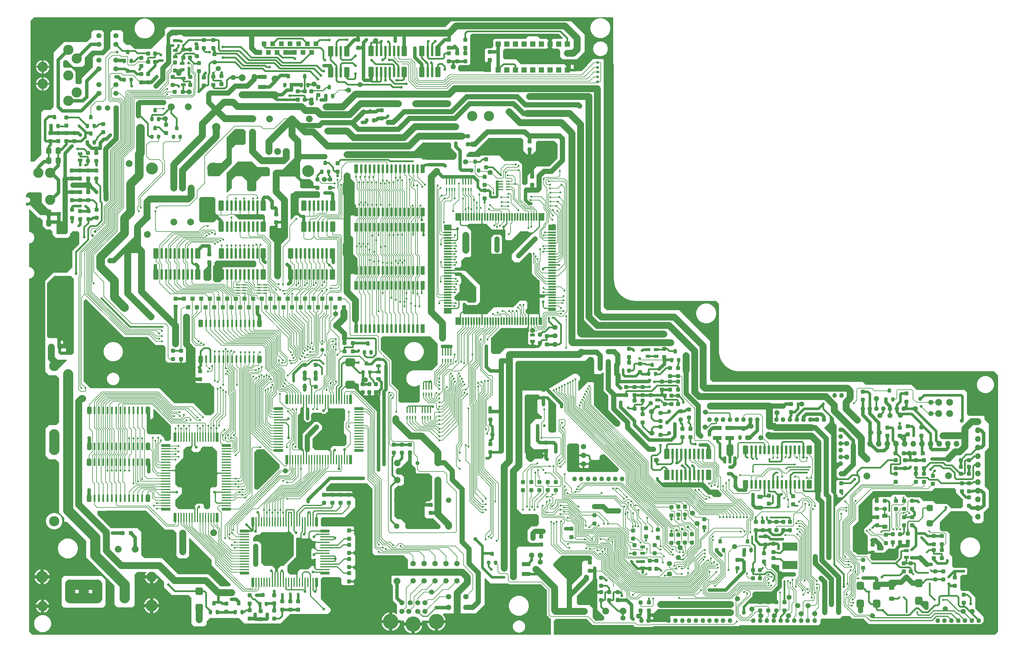
<source format=gbl>
G04 #@! TF.GenerationSoftware,KiCad,Pcbnew,7.0.8*
G04 #@! TF.CreationDate,2023-11-03T12:20:07+01:00*
G04 #@! TF.ProjectId,PCE,5043452e-6b69-4636-9164-5f7063625858,rev?*
G04 #@! TF.SameCoordinates,Original*
G04 #@! TF.FileFunction,Copper,L2,Bot*
G04 #@! TF.FilePolarity,Positive*
%FSLAX46Y46*%
G04 Gerber Fmt 4.6, Leading zero omitted, Abs format (unit mm)*
G04 Created by KiCad (PCBNEW 7.0.8) date 2023-11-03 12:20:07*
%MOMM*%
%LPD*%
G01*
G04 APERTURE LIST*
G04 Aperture macros list*
%AMRoundRect*
0 Rectangle with rounded corners*
0 $1 Rounding radius*
0 $2 $3 $4 $5 $6 $7 $8 $9 X,Y pos of 4 corners*
0 Add a 4 corners polygon primitive as box body*
4,1,4,$2,$3,$4,$5,$6,$7,$8,$9,$2,$3,0*
0 Add four circle primitives for the rounded corners*
1,1,$1+$1,$2,$3*
1,1,$1+$1,$4,$5*
1,1,$1+$1,$6,$7*
1,1,$1+$1,$8,$9*
0 Add four rect primitives between the rounded corners*
20,1,$1+$1,$2,$3,$4,$5,0*
20,1,$1+$1,$4,$5,$6,$7,0*
20,1,$1+$1,$6,$7,$8,$9,0*
20,1,$1+$1,$8,$9,$2,$3,0*%
G04 Aperture macros list end*
G04 #@! TA.AperFunction,ComponentPad*
%ADD10O,1.350000X1.350000*%
G04 #@! TD*
G04 #@! TA.AperFunction,ComponentPad*
%ADD11C,1.600000*%
G04 #@! TD*
G04 #@! TA.AperFunction,ComponentPad*
%ADD12C,1.500000*%
G04 #@! TD*
G04 #@! TA.AperFunction,ComponentPad*
%ADD13C,2.000000*%
G04 #@! TD*
G04 #@! TA.AperFunction,ComponentPad*
%ADD14O,1.700000X1.700000*%
G04 #@! TD*
G04 #@! TA.AperFunction,ComponentPad*
%ADD15C,3.000000*%
G04 #@! TD*
G04 #@! TA.AperFunction,ComponentPad*
%ADD16C,4.500000*%
G04 #@! TD*
G04 #@! TA.AperFunction,ComponentPad*
%ADD17RoundRect,0.070000X0.630000X0.630000X-0.630000X0.630000X-0.630000X-0.630000X0.630000X-0.630000X0*%
G04 #@! TD*
G04 #@! TA.AperFunction,ComponentPad*
%ADD18C,2.500000*%
G04 #@! TD*
G04 #@! TA.AperFunction,ComponentPad*
%ADD19C,3.500000*%
G04 #@! TD*
G04 #@! TA.AperFunction,ComponentPad*
%ADD20R,1.600000X1.600000*%
G04 #@! TD*
G04 #@! TA.AperFunction,SMDPad,CuDef*
%ADD21C,1.000000*%
G04 #@! TD*
G04 #@! TA.AperFunction,ComponentPad*
%ADD22C,1.900000*%
G04 #@! TD*
G04 #@! TA.AperFunction,SMDPad,CuDef*
%ADD23RoundRect,0.292682X-0.307318X0.307318X-0.307318X-0.307318X0.307318X-0.307318X0.307318X0.307318X0*%
G04 #@! TD*
G04 #@! TA.AperFunction,SMDPad,CuDef*
%ADD24RoundRect,0.292682X0.307318X-0.307318X0.307318X0.307318X-0.307318X0.307318X-0.307318X-0.307318X0*%
G04 #@! TD*
G04 #@! TA.AperFunction,SMDPad,CuDef*
%ADD25RoundRect,0.200000X0.300000X-0.300000X0.300000X0.300000X-0.300000X0.300000X-0.300000X-0.300000X0*%
G04 #@! TD*
G04 #@! TA.AperFunction,SMDPad,CuDef*
%ADD26RoundRect,0.250000X0.250000X-0.250000X0.250000X0.250000X-0.250000X0.250000X-0.250000X-0.250000X0*%
G04 #@! TD*
G04 #@! TA.AperFunction,SMDPad,CuDef*
%ADD27RoundRect,0.207500X-0.207500X-1.181875X0.207500X-1.181875X0.207500X1.181875X-0.207500X1.181875X0*%
G04 #@! TD*
G04 #@! TA.AperFunction,SMDPad,CuDef*
%ADD28RoundRect,0.103750X-0.103750X-1.285625X0.103750X-1.285625X0.103750X1.285625X-0.103750X1.285625X0*%
G04 #@! TD*
G04 #@! TA.AperFunction,SMDPad,CuDef*
%ADD29RoundRect,0.207500X-1.181875X0.207500X-1.181875X-0.207500X1.181875X-0.207500X1.181875X0.207500X0*%
G04 #@! TD*
G04 #@! TA.AperFunction,SMDPad,CuDef*
%ADD30RoundRect,0.103750X-1.285625X0.103750X-1.285625X-0.103750X1.285625X-0.103750X1.285625X0.103750X0*%
G04 #@! TD*
G04 #@! TA.AperFunction,SMDPad,CuDef*
%ADD31C,1.500000*%
G04 #@! TD*
G04 #@! TA.AperFunction,SMDPad,CuDef*
%ADD32RoundRect,0.150000X0.600000X-1.350000X0.600000X1.350000X-0.600000X1.350000X-0.600000X-1.350000X0*%
G04 #@! TD*
G04 #@! TA.AperFunction,SMDPad,CuDef*
%ADD33RoundRect,0.060000X0.240000X-1.440000X0.240000X1.440000X-0.240000X1.440000X-0.240000X-1.440000X0*%
G04 #@! TD*
G04 #@! TA.AperFunction,SMDPad,CuDef*
%ADD34R,0.400000X1.100000*%
G04 #@! TD*
G04 #@! TA.AperFunction,SMDPad,CuDef*
%ADD35R,1.100000X0.400000*%
G04 #@! TD*
G04 #@! TA.AperFunction,SMDPad,CuDef*
%ADD36RoundRect,0.478260X-0.621740X0.671740X-0.621740X-0.671740X0.621740X-0.671740X0.621740X0.671740X0*%
G04 #@! TD*
G04 #@! TA.AperFunction,SMDPad,CuDef*
%ADD37RoundRect,0.219512X0.480488X-0.230488X0.480488X0.230488X-0.480488X0.230488X-0.480488X-0.230488X0*%
G04 #@! TD*
G04 #@! TA.AperFunction,SMDPad,CuDef*
%ADD38R,0.900000X2.000000*%
G04 #@! TD*
G04 #@! TA.AperFunction,SMDPad,CuDef*
%ADD39R,0.900000X2.500000*%
G04 #@! TD*
G04 #@! TA.AperFunction,SMDPad,CuDef*
%ADD40RoundRect,1.050000X0.000000X-0.825000X0.000000X0.825000X0.000000X0.825000X0.000000X-0.825000X0*%
G04 #@! TD*
G04 #@! TA.AperFunction,SMDPad,CuDef*
%ADD41RoundRect,0.292682X0.307318X0.307318X-0.307318X0.307318X-0.307318X-0.307318X0.307318X-0.307318X0*%
G04 #@! TD*
G04 #@! TA.AperFunction,SMDPad,CuDef*
%ADD42RoundRect,0.292682X-0.307318X-0.307318X0.307318X-0.307318X0.307318X0.307318X-0.307318X0.307318X0*%
G04 #@! TD*
G04 #@! TA.AperFunction,SMDPad,CuDef*
%ADD43RoundRect,0.060000X0.240000X-1.190000X0.240000X1.190000X-0.240000X1.190000X-0.240000X-1.190000X0*%
G04 #@! TD*
G04 #@! TA.AperFunction,SMDPad,CuDef*
%ADD44RoundRect,0.391304X0.508696X-0.508696X0.508696X0.508696X-0.508696X0.508696X-0.508696X-0.508696X0*%
G04 #@! TD*
G04 #@! TA.AperFunction,SMDPad,CuDef*
%ADD45RoundRect,0.250000X-0.550000X0.325000X-0.550000X-0.325000X0.550000X-0.325000X0.550000X0.325000X0*%
G04 #@! TD*
G04 #@! TA.AperFunction,SMDPad,CuDef*
%ADD46C,1.600000*%
G04 #@! TD*
G04 #@! TA.AperFunction,SMDPad,CuDef*
%ADD47RoundRect,0.326087X-0.473913X0.423913X-0.473913X-0.423913X0.473913X-0.423913X0.473913X0.423913X0*%
G04 #@! TD*
G04 #@! TA.AperFunction,SMDPad,CuDef*
%ADD48R,2.300000X1.750000*%
G04 #@! TD*
G04 #@! TA.AperFunction,SMDPad,CuDef*
%ADD49R,2.300000X0.500000*%
G04 #@! TD*
G04 #@! TA.AperFunction,SMDPad,CuDef*
%ADD50R,1.750000X2.300000*%
G04 #@! TD*
G04 #@! TA.AperFunction,SMDPad,CuDef*
%ADD51R,0.500000X2.300000*%
G04 #@! TD*
G04 #@! TA.AperFunction,SMDPad,CuDef*
%ADD52R,2.300000X1.000000*%
G04 #@! TD*
G04 #@! TA.AperFunction,SMDPad,CuDef*
%ADD53R,1.000000X2.300000*%
G04 #@! TD*
G04 #@! TA.AperFunction,SMDPad,CuDef*
%ADD54RoundRect,0.325000X-0.325000X-0.753750X0.325000X-0.753750X0.325000X0.753750X-0.325000X0.753750X0*%
G04 #@! TD*
G04 #@! TA.AperFunction,SMDPad,CuDef*
%ADD55RoundRect,0.142500X-0.142500X-0.936250X0.142500X-0.936250X0.142500X0.936250X-0.142500X0.936250X0*%
G04 #@! TD*
G04 #@! TA.AperFunction,SMDPad,CuDef*
%ADD56RoundRect,0.250000X1.050000X-0.325000X1.050000X0.325000X-1.050000X0.325000X-1.050000X-0.325000X0*%
G04 #@! TD*
G04 #@! TA.AperFunction,SMDPad,CuDef*
%ADD57RoundRect,0.326087X0.473913X-0.423913X0.473913X0.423913X-0.473913X0.423913X-0.473913X-0.423913X0*%
G04 #@! TD*
G04 #@! TA.AperFunction,SMDPad,CuDef*
%ADD58RoundRect,0.219512X-0.480488X0.230488X-0.480488X-0.230488X0.480488X-0.230488X0.480488X0.230488X0*%
G04 #@! TD*
G04 #@! TA.AperFunction,SMDPad,CuDef*
%ADD59RoundRect,0.151000X-0.604000X1.099000X-0.604000X-1.099000X0.604000X-1.099000X0.604000X1.099000X0*%
G04 #@! TD*
G04 #@! TA.AperFunction,SMDPad,CuDef*
%ADD60RoundRect,0.060000X-0.240000X1.190000X-0.240000X-1.190000X0.240000X-1.190000X0.240000X1.190000X0*%
G04 #@! TD*
G04 #@! TA.AperFunction,SMDPad,CuDef*
%ADD61RoundRect,0.250000X-1.050000X0.325000X-1.050000X-0.325000X1.050000X-0.325000X1.050000X0.325000X0*%
G04 #@! TD*
G04 #@! TA.AperFunction,SMDPad,CuDef*
%ADD62RoundRect,0.478260X-0.621740X0.621740X-0.621740X-0.621740X0.621740X-0.621740X0.621740X0.621740X0*%
G04 #@! TD*
G04 #@! TA.AperFunction,SMDPad,CuDef*
%ADD63R,4.400000X2.400000*%
G04 #@! TD*
G04 #@! TA.AperFunction,ComponentPad*
%ADD64RoundRect,0.062500X0.562500X0.562500X-0.562500X0.562500X-0.562500X-0.562500X0.562500X-0.562500X0*%
G04 #@! TD*
G04 #@! TA.AperFunction,SMDPad,CuDef*
%ADD65RoundRect,0.207500X0.207500X1.181875X-0.207500X1.181875X-0.207500X-1.181875X0.207500X-1.181875X0*%
G04 #@! TD*
G04 #@! TA.AperFunction,SMDPad,CuDef*
%ADD66RoundRect,0.103750X0.103750X1.285625X-0.103750X1.285625X-0.103750X-1.285625X0.103750X-1.285625X0*%
G04 #@! TD*
G04 #@! TA.AperFunction,SMDPad,CuDef*
%ADD67RoundRect,0.150000X-0.600000X1.350000X-0.600000X-1.350000X0.600000X-1.350000X0.600000X1.350000X0*%
G04 #@! TD*
G04 #@! TA.AperFunction,SMDPad,CuDef*
%ADD68RoundRect,0.060000X-0.240000X1.440000X-0.240000X-1.440000X0.240000X-1.440000X0.240000X1.440000X0*%
G04 #@! TD*
G04 #@! TA.AperFunction,SMDPad,CuDef*
%ADD69RoundRect,0.499999X-0.900001X0.650001X-0.900001X-0.650001X0.900001X-0.650001X0.900001X0.650001X0*%
G04 #@! TD*
G04 #@! TA.AperFunction,SMDPad,CuDef*
%ADD70RoundRect,0.391304X-0.508696X0.508696X-0.508696X-0.508696X0.508696X-0.508696X0.508696X0.508696X0*%
G04 #@! TD*
G04 #@! TA.AperFunction,ViaPad*
%ADD71C,0.600000*%
G04 #@! TD*
G04 #@! TA.AperFunction,ViaPad*
%ADD72C,0.800000*%
G04 #@! TD*
G04 #@! TA.AperFunction,ViaPad*
%ADD73C,1.200000*%
G04 #@! TD*
G04 #@! TA.AperFunction,Conductor*
%ADD74C,0.200000*%
G04 #@! TD*
G04 #@! TA.AperFunction,Conductor*
%ADD75C,0.350000*%
G04 #@! TD*
G04 #@! TA.AperFunction,Conductor*
%ADD76C,2.000000*%
G04 #@! TD*
G04 #@! TA.AperFunction,Conductor*
%ADD77C,0.500000*%
G04 #@! TD*
G04 #@! TA.AperFunction,Conductor*
%ADD78C,1.000000*%
G04 #@! TD*
G04 #@! TA.AperFunction,Conductor*
%ADD79C,0.750000*%
G04 #@! TD*
G04 #@! TA.AperFunction,Conductor*
%ADD80C,1.500000*%
G04 #@! TD*
G04 #@! TA.AperFunction,Conductor*
%ADD81C,3.000000*%
G04 #@! TD*
G04 #@! TA.AperFunction,Conductor*
%ADD82C,1.250000*%
G04 #@! TD*
G04 #@! TA.AperFunction,Conductor*
%ADD83C,2.500000*%
G04 #@! TD*
G04 APERTURE END LIST*
D10*
X303050000Y-161575000D03*
X301050000Y-161575000D03*
X299050000Y-161575000D03*
X297050000Y-161575000D03*
X295050000Y-161575000D03*
X293050000Y-161575000D03*
X291050000Y-161575000D03*
X289050000Y-161575000D03*
D11*
X192785000Y-213591200D03*
X195325000Y-213591200D03*
X197865000Y-213591200D03*
D12*
X95100000Y-65600000D03*
X90100000Y-65600000D03*
X95100000Y-63100000D03*
X90100000Y-63100000D03*
D11*
X232460800Y-169545000D03*
X232460800Y-172085000D03*
X232460800Y-174625000D03*
D10*
X249450000Y-220700000D03*
X251450000Y-220700000D03*
D12*
X95100000Y-58425000D03*
X90100000Y-58425000D03*
X95100000Y-55925000D03*
X90100000Y-55925000D03*
D10*
X282325000Y-220700000D03*
X284325000Y-220700000D03*
X286325000Y-220700000D03*
X288325000Y-220700000D03*
X290325000Y-220700000D03*
X292325000Y-220700000D03*
X294325000Y-220700000D03*
X296325000Y-220700000D03*
X298325000Y-220700000D03*
X300325000Y-220700000D03*
D11*
X192850000Y-185275000D03*
X177610000Y-185275000D03*
X177610000Y-192895000D03*
X192850000Y-192895000D03*
X182425000Y-208965000D03*
X182425000Y-206425000D03*
X182425000Y-203885000D03*
D13*
X339625000Y-173100000D03*
X339625000Y-178075000D03*
X111375000Y-69575000D03*
X116350000Y-69575000D03*
D12*
X95100000Y-51225000D03*
X90100000Y-51225000D03*
X95100000Y-48725000D03*
X90100000Y-48725000D03*
D14*
X314080000Y-168650000D03*
X316620000Y-168650000D03*
X319160000Y-168650000D03*
X321700000Y-168650000D03*
X324240000Y-168650000D03*
X326780000Y-168650000D03*
X329320000Y-168650000D03*
X331860000Y-168650000D03*
X334400000Y-168650000D03*
X336940000Y-168650000D03*
X339480000Y-168650000D03*
X342020000Y-168650000D03*
D13*
X141875000Y-61400000D03*
X141875000Y-66375000D03*
D11*
X219750000Y-201425000D03*
X217210000Y-201425000D03*
D13*
X123800000Y-194850000D03*
D11*
X185630000Y-208965000D03*
X185630000Y-206425000D03*
X185630000Y-203885000D03*
D10*
X283450000Y-161575000D03*
X281450000Y-161575000D03*
X279450000Y-161575000D03*
X277450000Y-161575000D03*
X275450000Y-161575000D03*
X273450000Y-161575000D03*
X271450000Y-161575000D03*
X269450000Y-161575000D03*
D11*
X192055000Y-208975000D03*
X192055000Y-206435000D03*
X192055000Y-203895000D03*
D15*
X73627600Y-62875800D03*
X73627600Y-57875800D03*
X81127600Y-67875800D03*
X81127600Y-60375800D03*
X81127600Y-52875800D03*
X83627600Y-65375800D03*
X83627600Y-55375800D03*
D10*
X257450000Y-220700000D03*
X259450000Y-220700000D03*
X261450000Y-220700000D03*
X263450000Y-220700000D03*
X265450000Y-220700000D03*
X267450000Y-220700000D03*
X269450000Y-220700000D03*
X271450000Y-220700000D03*
X273450000Y-220700000D03*
X275450000Y-220700000D03*
D13*
X315675000Y-173150000D03*
X315675000Y-178125000D03*
D16*
X189225000Y-220950000D03*
X182375000Y-221700000D03*
X175825000Y-220950000D03*
D12*
X183775000Y-217950000D03*
X181125000Y-217950000D03*
X185875000Y-217950000D03*
X183775000Y-215450000D03*
X179075000Y-217950000D03*
X185875000Y-215450000D03*
X181575000Y-215450000D03*
X179075000Y-215450000D03*
D10*
X336475000Y-220700000D03*
X338475000Y-220700000D03*
X340475000Y-220700000D03*
X342475000Y-220700000D03*
X344475000Y-220700000D03*
X346475000Y-220700000D03*
X348475000Y-220700000D03*
D13*
X189705000Y-174300000D03*
X189705000Y-179380000D03*
X99025000Y-86325000D03*
D17*
X137380000Y-53575000D03*
X138650000Y-51035000D03*
X139920000Y-53575000D03*
X141190000Y-51035000D03*
X142460000Y-53575000D03*
X143730000Y-51035000D03*
X145000000Y-53575000D03*
X146270000Y-51035000D03*
X147540000Y-53575000D03*
X148810000Y-51035000D03*
X150080000Y-53575000D03*
X151350000Y-51035000D03*
X152620000Y-53575000D03*
X153890000Y-51035000D03*
D13*
X135225000Y-73150000D03*
X140200000Y-73150000D03*
X177695000Y-209050000D03*
X177695000Y-203970000D03*
D12*
X76175000Y-140250000D03*
X78675000Y-140250000D03*
D10*
X308000000Y-174550000D03*
X308000000Y-172550000D03*
X308000000Y-170550000D03*
X308000000Y-168550000D03*
X308000000Y-166550000D03*
X308000000Y-164550000D03*
D15*
X76975000Y-165850000D03*
X76975000Y-145850000D03*
D13*
X95786800Y-199675000D03*
X100761800Y-199675000D03*
D15*
X76975000Y-170425000D03*
X76975000Y-191425000D03*
D13*
X336750000Y-156525000D03*
X336750000Y-159775000D03*
X340000000Y-156525000D03*
X340000000Y-159775000D03*
D11*
X95165000Y-69925000D03*
X92625000Y-69925000D03*
X90085000Y-69925000D03*
D10*
X243775000Y-179025000D03*
X241775000Y-179025000D03*
X239775000Y-179025000D03*
X237775000Y-179025000D03*
X235775000Y-179025000D03*
X233775000Y-179025000D03*
X231775000Y-179025000D03*
X229775000Y-179025000D03*
D11*
X188825000Y-208955000D03*
X188825000Y-206415000D03*
X188825000Y-203875000D03*
D15*
X199725000Y-72325000D03*
X204700000Y-72325000D03*
D13*
X183125000Y-68700000D03*
X178045000Y-68700000D03*
D10*
X326475000Y-158325000D03*
X324475000Y-158325000D03*
X322475000Y-158325000D03*
X320475000Y-158325000D03*
X318475000Y-158325000D03*
X316475000Y-158325000D03*
X314475000Y-158325000D03*
D13*
X307175000Y-148975000D03*
D10*
X308200000Y-154425000D03*
X306200000Y-154425000D03*
D12*
X144875000Y-176650000D03*
D13*
X252400000Y-128375000D03*
X271920000Y-154825000D03*
X277000000Y-154825000D03*
X104300000Y-102150000D03*
X104300000Y-107125000D03*
D18*
X124600000Y-70650000D03*
X124600000Y-75625000D03*
D19*
X105580000Y-216265000D03*
D15*
X105580000Y-207795000D03*
X73560000Y-216395000D03*
D19*
X73440000Y-207795000D03*
D15*
X97660000Y-214085000D03*
X97660000Y-210085000D03*
X89610000Y-214085000D03*
X89610000Y-210085000D03*
X85610000Y-214085000D03*
X85610000Y-210085000D03*
X81610000Y-214085000D03*
X81610000Y-210085000D03*
D20*
X207375000Y-58770000D03*
X209915000Y-58770000D03*
X212455000Y-58770000D03*
X214995000Y-58770000D03*
X217535000Y-58770000D03*
X220075000Y-58770000D03*
X222615000Y-58770000D03*
X225155000Y-58770000D03*
X227695000Y-58770000D03*
X227695000Y-51150000D03*
X225155000Y-51150000D03*
X222615000Y-51150000D03*
X220075000Y-51150000D03*
X217535000Y-51150000D03*
X214995000Y-51150000D03*
X212455000Y-51150000D03*
X209915000Y-51150000D03*
X207375000Y-51150000D03*
D11*
X192772800Y-216791600D03*
X195312800Y-216791600D03*
X197852800Y-216791600D03*
D15*
X72344400Y-89002600D03*
D21*
X71074400Y-95987600D03*
D15*
X75844400Y-89002600D03*
X75844400Y-97002600D03*
D13*
X112110000Y-93475000D03*
D19*
X123650000Y-87725000D03*
D13*
X114650000Y-93475000D03*
D19*
X105650000Y-87725000D03*
D13*
X117190000Y-93475000D03*
D11*
X195305000Y-208975000D03*
X195305000Y-206435000D03*
X195305000Y-203895000D03*
D12*
X252425000Y-159175000D03*
D13*
X112100000Y-103475000D03*
X117075000Y-103475000D03*
D22*
X177700000Y-179350000D03*
X177700000Y-174350000D03*
D12*
X224050000Y-139450000D03*
X224050000Y-136950000D03*
X224050000Y-134450000D03*
D13*
X145140000Y-82725000D03*
D19*
X133600000Y-88475000D03*
D13*
X142600000Y-82725000D03*
D19*
X151600000Y-88475000D03*
D13*
X140060000Y-82725000D03*
D14*
X348300000Y-162185000D03*
X348300000Y-164725000D03*
X348300000Y-167265000D03*
X348300000Y-169805000D03*
X348300000Y-172345000D03*
X348300000Y-174885000D03*
X348300000Y-177425000D03*
X348300000Y-179965000D03*
X348300000Y-182505000D03*
X348300000Y-185045000D03*
X348300000Y-187585000D03*
X348300000Y-190125000D03*
D13*
X146925000Y-73150000D03*
X151900000Y-73150000D03*
D12*
X252500000Y-165550000D03*
D13*
X132200000Y-61100000D03*
X132200000Y-66075000D03*
X238920000Y-217875000D03*
X244000000Y-217875000D03*
D23*
X152525000Y-65075000D03*
X152525000Y-67475000D03*
X217075000Y-179912500D03*
X217075000Y-182312500D03*
D24*
X161075000Y-186025000D03*
X161075000Y-183625000D03*
D23*
X330050000Y-177475000D03*
X330050000Y-179875000D03*
D25*
X131150000Y-215650000D03*
D21*
X131150000Y-215350000D03*
X132150000Y-218350000D03*
D26*
X132150000Y-218050000D03*
D21*
X130150000Y-218350000D03*
D26*
X130150000Y-218050000D03*
D24*
X242500000Y-214675000D03*
X242500000Y-212275000D03*
X216600000Y-82150000D03*
X216600000Y-79750000D03*
D27*
X135320000Y-191599000D03*
D28*
X136260000Y-191599000D03*
X137060000Y-191599000D03*
X137860000Y-191599000D03*
X138660000Y-191599000D03*
X139460000Y-191599000D03*
X140260000Y-191599000D03*
X141060000Y-191599000D03*
X141860000Y-191599000D03*
X142660000Y-191599000D03*
X143460000Y-191599000D03*
X144260000Y-191599000D03*
X145060000Y-191599000D03*
X145860000Y-191599000D03*
X146660000Y-191599000D03*
X147460000Y-191599000D03*
X148260000Y-191599000D03*
X149060000Y-191599000D03*
X149860000Y-191599000D03*
X150660000Y-191599000D03*
X151460000Y-191599000D03*
X152260000Y-191599000D03*
X153060000Y-191599000D03*
D27*
X154040000Y-191599000D03*
D29*
X156496800Y-194315000D03*
D30*
X156496800Y-195255000D03*
X156496800Y-196055000D03*
X156496800Y-196855000D03*
X156496800Y-197655000D03*
X156496800Y-198455000D03*
X156496800Y-199255000D03*
X156496800Y-200055000D03*
X156496800Y-200855000D03*
X156496800Y-201655000D03*
X156496800Y-202455000D03*
X156496800Y-203255000D03*
X156496800Y-204055000D03*
X156496800Y-204855000D03*
X156496800Y-205655000D03*
D29*
X156496800Y-206655000D03*
D27*
X154040000Y-209360200D03*
D28*
X153060000Y-209360200D03*
X152260000Y-209360200D03*
X151460000Y-209360200D03*
X150660000Y-209360200D03*
X149860000Y-209360200D03*
X149060000Y-209360200D03*
X148260000Y-209360200D03*
X147460000Y-209360200D03*
X146660000Y-209360200D03*
X145860000Y-209360200D03*
X145060000Y-209360200D03*
X144260000Y-209360200D03*
X143460000Y-209360200D03*
X142660000Y-209360200D03*
X141860000Y-209360200D03*
X141060000Y-209360200D03*
X140260000Y-209360200D03*
X139460000Y-209360200D03*
X138660000Y-209360200D03*
X137860000Y-209360200D03*
X137060000Y-209360200D03*
X136260000Y-209360200D03*
D27*
X135320000Y-209360200D03*
D29*
X132868400Y-206655000D03*
D30*
X132868400Y-205655000D03*
X132868400Y-204855000D03*
X132868400Y-204055000D03*
X132868400Y-203255000D03*
X132868400Y-202455000D03*
X132868400Y-201655000D03*
X132868400Y-200855000D03*
X132868400Y-200055000D03*
X132868400Y-199255000D03*
X132868400Y-198455000D03*
X132868400Y-197655000D03*
X132868400Y-196855000D03*
X132868400Y-196055000D03*
X132868400Y-195255000D03*
D29*
X132868400Y-194315000D03*
D31*
X166825000Y-63075000D03*
D32*
X158805000Y-104875000D03*
D33*
X157090000Y-104875000D03*
X155820000Y-104875000D03*
X154550000Y-104875000D03*
X153280000Y-104875000D03*
X152010000Y-104875000D03*
D32*
X150295000Y-104875000D03*
X150295000Y-98675000D03*
D33*
X152010000Y-98675000D03*
X153280000Y-98675000D03*
X154550000Y-98675000D03*
X155820000Y-98675000D03*
X157090000Y-98675000D03*
D32*
X158805000Y-98675000D03*
D25*
X322275000Y-153125000D03*
D21*
X322275000Y-152825000D03*
X323275000Y-155825000D03*
D26*
X323275000Y-155525000D03*
D21*
X321275000Y-155825000D03*
D26*
X321275000Y-155525000D03*
D23*
X249825000Y-159975000D03*
X249825000Y-162375000D03*
X326550000Y-190275000D03*
X326550000Y-192675000D03*
D31*
X185725000Y-68700000D03*
D23*
X192925000Y-53850000D03*
X192925000Y-56250000D03*
X134375000Y-217650000D03*
X134375000Y-220050000D03*
X167550000Y-151150000D03*
X167550000Y-153550000D03*
D24*
X262250000Y-189500000D03*
X262250000Y-187100000D03*
D34*
X193475000Y-144175000D03*
X192675000Y-144175000D03*
X191875000Y-144175000D03*
X191075000Y-144175000D03*
X191075000Y-142275000D03*
X191875000Y-142275000D03*
X192675000Y-142275000D03*
X193475000Y-142275000D03*
D35*
X137075000Y-124375000D03*
X137075000Y-123575000D03*
X137075000Y-122775000D03*
X137075000Y-121975000D03*
X138975000Y-121975000D03*
X138975000Y-122775000D03*
X138975000Y-123575000D03*
X138975000Y-124375000D03*
D23*
X332425000Y-173475000D03*
X332425000Y-175875000D03*
D32*
X189675000Y-59375000D03*
D33*
X187960000Y-59375000D03*
X186690000Y-59375000D03*
D32*
X184975000Y-59375000D03*
X184975000Y-53175000D03*
D33*
X186690000Y-53175000D03*
X187960000Y-53175000D03*
D32*
X189675000Y-53175000D03*
D23*
X163575000Y-198375000D03*
X163575000Y-200775000D03*
X171500000Y-151150000D03*
X171500000Y-153550000D03*
D31*
X322475000Y-160375000D03*
D36*
X313750000Y-210450000D03*
X313750000Y-215650000D03*
D37*
X84575000Y-85275000D03*
X84575000Y-83375000D03*
D23*
X127550000Y-215650000D03*
X127550000Y-218050000D03*
X326500000Y-203800000D03*
X326500000Y-206200000D03*
X321700000Y-163900000D03*
X321700000Y-166300000D03*
D24*
X89400000Y-102250000D03*
X89400000Y-99850000D03*
X325300000Y-166300000D03*
X325300000Y-163900000D03*
D27*
X145295000Y-155599000D03*
D28*
X146235000Y-155599000D03*
X147035000Y-155599000D03*
X147835000Y-155599000D03*
X148635000Y-155599000D03*
X149435000Y-155599000D03*
X150235000Y-155599000D03*
X151035000Y-155599000D03*
X151835000Y-155599000D03*
X152635000Y-155599000D03*
X153435000Y-155599000D03*
X154235000Y-155599000D03*
X155035000Y-155599000D03*
X155835000Y-155599000D03*
X156635000Y-155599000D03*
X157435000Y-155599000D03*
X158235000Y-155599000D03*
X159035000Y-155599000D03*
X159835000Y-155599000D03*
X160635000Y-155599000D03*
X161435000Y-155599000D03*
X162235000Y-155599000D03*
X163035000Y-155599000D03*
D27*
X164015000Y-155599000D03*
D29*
X166471800Y-158315000D03*
D30*
X166471800Y-159255000D03*
X166471800Y-160055000D03*
X166471800Y-160855000D03*
X166471800Y-161655000D03*
X166471800Y-162455000D03*
X166471800Y-163255000D03*
X166471800Y-164055000D03*
X166471800Y-164855000D03*
X166471800Y-165655000D03*
X166471800Y-166455000D03*
X166471800Y-167255000D03*
X166471800Y-168055000D03*
X166471800Y-168855000D03*
X166471800Y-169655000D03*
D29*
X166471800Y-170655000D03*
D27*
X164015000Y-173360200D03*
D28*
X163035000Y-173360200D03*
X162235000Y-173360200D03*
X161435000Y-173360200D03*
X160635000Y-173360200D03*
X159835000Y-173360200D03*
X159035000Y-173360200D03*
X158235000Y-173360200D03*
X157435000Y-173360200D03*
X156635000Y-173360200D03*
X155835000Y-173360200D03*
X155035000Y-173360200D03*
X154235000Y-173360200D03*
X153435000Y-173360200D03*
X152635000Y-173360200D03*
X151835000Y-173360200D03*
X151035000Y-173360200D03*
X150235000Y-173360200D03*
X149435000Y-173360200D03*
X148635000Y-173360200D03*
X147835000Y-173360200D03*
X147035000Y-173360200D03*
X146235000Y-173360200D03*
D27*
X145295000Y-173360200D03*
D29*
X142843400Y-170655000D03*
D30*
X142843400Y-169655000D03*
X142843400Y-168855000D03*
X142843400Y-168055000D03*
X142843400Y-167255000D03*
X142843400Y-166455000D03*
X142843400Y-165655000D03*
X142843400Y-164855000D03*
X142843400Y-164055000D03*
X142843400Y-163255000D03*
X142843400Y-162455000D03*
X142843400Y-161655000D03*
X142843400Y-160855000D03*
X142843400Y-160055000D03*
X142843400Y-159255000D03*
D29*
X142843400Y-158315000D03*
D24*
X260250000Y-189500000D03*
X260250000Y-187100000D03*
D23*
X102550000Y-60000000D03*
X102550000Y-62400000D03*
D31*
X113550000Y-59800000D03*
D25*
X145700000Y-60725000D03*
D21*
X145700000Y-60425000D03*
X146700000Y-63425000D03*
D26*
X146700000Y-63125000D03*
D21*
X144700000Y-63425000D03*
D26*
X144700000Y-63125000D03*
D38*
X276925000Y-173450000D03*
D39*
X275425000Y-173200000D03*
D40*
X275425000Y-170575000D03*
D38*
X273925000Y-173450000D03*
D24*
X294025000Y-186475000D03*
X294025000Y-184075000D03*
D23*
X287070800Y-191662200D03*
X287070800Y-194062200D03*
D24*
X337675000Y-202287500D03*
X337675000Y-199887500D03*
D23*
X335725000Y-206175000D03*
X335725000Y-208575000D03*
D41*
X241750000Y-136425000D03*
X239350000Y-136425000D03*
D24*
X221900000Y-182312500D03*
X221900000Y-179912500D03*
X118900000Y-54750000D03*
X118900000Y-52350000D03*
D23*
X197750000Y-49850000D03*
X197750000Y-52250000D03*
D24*
X237625000Y-210450000D03*
X237625000Y-208050000D03*
D25*
X259375000Y-141575000D03*
D21*
X259375000Y-141275000D03*
X260375000Y-144275000D03*
D26*
X260375000Y-143975000D03*
D21*
X258375000Y-144275000D03*
D26*
X258375000Y-143975000D03*
D24*
X78200000Y-79725000D03*
X78200000Y-77325000D03*
D41*
X345675000Y-173475000D03*
X343275000Y-173475000D03*
D42*
X324075000Y-171475000D03*
X326475000Y-171475000D03*
D31*
X109625000Y-73075000D03*
D23*
X261450000Y-164300000D03*
X261450000Y-166700000D03*
D24*
X89350000Y-90725000D03*
X89350000Y-88325000D03*
X142175000Y-103600000D03*
X142175000Y-101200000D03*
X251875000Y-205450000D03*
X251875000Y-203050000D03*
D25*
X87750000Y-77575000D03*
D21*
X87750000Y-77275000D03*
X88750000Y-80275000D03*
D26*
X88750000Y-79975000D03*
D21*
X86750000Y-80275000D03*
D26*
X86750000Y-79975000D03*
D31*
X277622000Y-214223600D03*
D24*
X235650000Y-192100000D03*
X235650000Y-189700000D03*
D31*
X197850000Y-85800000D03*
D23*
X326875000Y-173475000D03*
X326875000Y-175875000D03*
D24*
X89375000Y-85525000D03*
X89375000Y-83125000D03*
X318675000Y-192650000D03*
X318675000Y-190250000D03*
D31*
X264400000Y-189100000D03*
D24*
X146325000Y-217425000D03*
X146325000Y-215025000D03*
D31*
X319475000Y-160375000D03*
D24*
X288264600Y-200482200D03*
X288264600Y-198082200D03*
D34*
X194625000Y-93875000D03*
X193825000Y-93875000D03*
X193025000Y-93875000D03*
X192225000Y-93875000D03*
X192225000Y-91975000D03*
X193025000Y-91975000D03*
X193825000Y-91975000D03*
X194625000Y-91975000D03*
D24*
X249825000Y-154375000D03*
X249825000Y-151975000D03*
X86975000Y-90725000D03*
X86975000Y-88325000D03*
D43*
X184950000Y-100550000D03*
X185425000Y-100550000D03*
X183680000Y-100550000D03*
X182410000Y-100550000D03*
X181140000Y-100550000D03*
X179870000Y-100550000D03*
X178600000Y-100550000D03*
X177330000Y-100550000D03*
X176060000Y-100550000D03*
X174790000Y-100550000D03*
X173520000Y-100550000D03*
X172250000Y-100550000D03*
X170980000Y-100550000D03*
X169710000Y-100550000D03*
X168440000Y-100550000D03*
X167170000Y-100550000D03*
X165425000Y-100550000D03*
X165900000Y-100550000D03*
X165425000Y-87850000D03*
X165900000Y-87850000D03*
X167170000Y-87850000D03*
X168440000Y-87850000D03*
X169710000Y-87850000D03*
X170980000Y-87850000D03*
X172250000Y-87850000D03*
X173520000Y-87850000D03*
X174790000Y-87850000D03*
X176060000Y-87850000D03*
X177330000Y-87850000D03*
X178600000Y-87850000D03*
X179870000Y-87850000D03*
X181140000Y-87850000D03*
X182410000Y-87850000D03*
X183680000Y-87850000D03*
X184950000Y-87850000D03*
X185425000Y-87850000D03*
D24*
X286689800Y-217658800D03*
X286689800Y-215258800D03*
X234275000Y-206000000D03*
X234275000Y-203600000D03*
X255425000Y-152775000D03*
X255425000Y-150375000D03*
D23*
X120925000Y-60950000D03*
X120925000Y-63350000D03*
D24*
X220650000Y-155200000D03*
X220650000Y-152800000D03*
D23*
X330050000Y-173475000D03*
X330050000Y-175875000D03*
D31*
X346550000Y-217975000D03*
D24*
X150525000Y-67475000D03*
X150525000Y-65075000D03*
D23*
X256275000Y-154550000D03*
X256275000Y-156950000D03*
D36*
X330900000Y-209625000D03*
X330900000Y-214825000D03*
D24*
X84625000Y-102675000D03*
X84625000Y-100275000D03*
D23*
X344100000Y-213000000D03*
X344100000Y-215400000D03*
D31*
X171350000Y-50175000D03*
D23*
X163575000Y-202550000D03*
X163575000Y-204950000D03*
D31*
X325525000Y-160300000D03*
D44*
X98600000Y-116925000D03*
X98600000Y-112425000D03*
D31*
X338725000Y-217225000D03*
D24*
X289052000Y-217658800D03*
X289052000Y-215258800D03*
D23*
X169525000Y-151150000D03*
X169525000Y-153550000D03*
D45*
X322950000Y-211000000D03*
X322950000Y-214200000D03*
D31*
X219750000Y-203500000D03*
D24*
X228850000Y-196075000D03*
X228850000Y-193675000D03*
D23*
X237625000Y-212275000D03*
X237625000Y-214675000D03*
D24*
X317375000Y-200675000D03*
X317375000Y-198275000D03*
D46*
X78206600Y-82197000D03*
D47*
X78206600Y-82647000D03*
X78206600Y-85247000D03*
D46*
X78206600Y-85697000D03*
D23*
X176700000Y-168929200D03*
X176700000Y-171329200D03*
D43*
X184950000Y-117675000D03*
X185425000Y-117675000D03*
X183680000Y-117675000D03*
X182410000Y-117675000D03*
X181140000Y-117675000D03*
X179870000Y-117675000D03*
X178600000Y-117675000D03*
X177330000Y-117675000D03*
X176060000Y-117675000D03*
X174790000Y-117675000D03*
X173520000Y-117675000D03*
X172250000Y-117675000D03*
X170980000Y-117675000D03*
X169710000Y-117675000D03*
X168440000Y-117675000D03*
X167170000Y-117675000D03*
X165425000Y-117675000D03*
X165900000Y-117675000D03*
X165425000Y-104975000D03*
X165900000Y-104975000D03*
X167170000Y-104975000D03*
X168440000Y-104975000D03*
X169710000Y-104975000D03*
X170980000Y-104975000D03*
X172250000Y-104975000D03*
X173520000Y-104975000D03*
X174790000Y-104975000D03*
X176060000Y-104975000D03*
X177330000Y-104975000D03*
X178600000Y-104975000D03*
X179870000Y-104975000D03*
X181140000Y-104975000D03*
X182410000Y-104975000D03*
X183680000Y-104975000D03*
X184950000Y-104975000D03*
X185425000Y-104975000D03*
D23*
X328950000Y-185450000D03*
X328950000Y-187850000D03*
X285064200Y-191662200D03*
X285064200Y-194062200D03*
D48*
X192575000Y-129525000D03*
D49*
X192575000Y-128100000D03*
X192575000Y-127300000D03*
X192575000Y-126500000D03*
X192575000Y-125700000D03*
X192575000Y-124900000D03*
X192575000Y-124100000D03*
X192575000Y-123300000D03*
X192575000Y-122500000D03*
X192575000Y-121700000D03*
X192575000Y-120900000D03*
X192575000Y-120100000D03*
X192575000Y-119300000D03*
X192575000Y-118500000D03*
X192575000Y-117700000D03*
X192575000Y-116900000D03*
X192575000Y-116100000D03*
X192575000Y-115300000D03*
X192575000Y-114500000D03*
X192575000Y-113700000D03*
X192575000Y-112900000D03*
X192575000Y-112100000D03*
X192575000Y-111300000D03*
X192575000Y-110500000D03*
X192575000Y-109700000D03*
X192575000Y-108900000D03*
X192575000Y-108100000D03*
X192575000Y-107300000D03*
X192575000Y-106500000D03*
D48*
X192575000Y-105075000D03*
D50*
X195650000Y-102000000D03*
D51*
X197075000Y-102000000D03*
X197875000Y-102000000D03*
X198675000Y-102000000D03*
X199475000Y-102000000D03*
X200275000Y-102000000D03*
X201075000Y-102000000D03*
X201875000Y-102000000D03*
X202675000Y-102000000D03*
X203475000Y-102000000D03*
X204275000Y-102000000D03*
X205075000Y-102000000D03*
X205875000Y-102000000D03*
X206675000Y-102000000D03*
X207475000Y-102000000D03*
X208275000Y-102000000D03*
X209075000Y-102000000D03*
X209875000Y-102000000D03*
X210675000Y-102000000D03*
X211475000Y-102000000D03*
X212275000Y-102000000D03*
X213075000Y-102000000D03*
X213875000Y-102000000D03*
X214675000Y-102000000D03*
X215475000Y-102000000D03*
X216275000Y-102000000D03*
X217075000Y-102000000D03*
X217875000Y-102000000D03*
X218675000Y-102000000D03*
D50*
X220100000Y-102000000D03*
D48*
X223175000Y-105075000D03*
D49*
X223175000Y-106500000D03*
X223175000Y-107300000D03*
X223175000Y-108100000D03*
X223175000Y-108900000D03*
X223175000Y-109700000D03*
X223175000Y-110500000D03*
X223175000Y-111300000D03*
X223175000Y-112100000D03*
X223175000Y-112900000D03*
X223175000Y-113700000D03*
X223175000Y-114500000D03*
X223175000Y-115300000D03*
X223175000Y-116100000D03*
X223175000Y-116900000D03*
X223175000Y-117700000D03*
X223175000Y-118500000D03*
X223175000Y-119300000D03*
X223175000Y-120100000D03*
X223175000Y-120900000D03*
X223175000Y-121700000D03*
X223175000Y-122500000D03*
X223175000Y-123300000D03*
X223175000Y-124100000D03*
X223175000Y-124900000D03*
X223175000Y-125700000D03*
X223175000Y-126500000D03*
X223175000Y-127300000D03*
X223175000Y-128100000D03*
D52*
X223175000Y-129150000D03*
D53*
X219725000Y-132600000D03*
D51*
X218675000Y-132600000D03*
X217875000Y-132600000D03*
X217075000Y-132600000D03*
X216275000Y-132600000D03*
X215475000Y-132600000D03*
X214675000Y-132600000D03*
X213875000Y-132600000D03*
X213075000Y-132600000D03*
X212275000Y-132600000D03*
X211475000Y-132600000D03*
X210675000Y-132600000D03*
X209875000Y-132600000D03*
X209075000Y-132600000D03*
X208275000Y-132600000D03*
X207475000Y-132600000D03*
X206675000Y-132600000D03*
X205875000Y-132600000D03*
X205075000Y-132600000D03*
X204275000Y-132600000D03*
X203475000Y-132600000D03*
X202675000Y-132600000D03*
X201875000Y-132600000D03*
X201075000Y-132600000D03*
X200275000Y-132600000D03*
X199475000Y-132600000D03*
X198675000Y-132600000D03*
X197875000Y-132600000D03*
X197075000Y-132600000D03*
D50*
X195650000Y-132600000D03*
D23*
X260200000Y-146375000D03*
X260200000Y-148775000D03*
D54*
X87269600Y-174116800D03*
D55*
X88860000Y-174115550D03*
X90130000Y-174115550D03*
X91400000Y-174115550D03*
X92670000Y-174115550D03*
X93940000Y-174115550D03*
X95210000Y-174115550D03*
X96480000Y-174115550D03*
X97750000Y-174115550D03*
X99020000Y-174115550D03*
X100290000Y-174115550D03*
X101560000Y-174115550D03*
X102830000Y-174115550D03*
D54*
X104465400Y-174116800D03*
X104465400Y-184683200D03*
D55*
X102830000Y-184681950D03*
X101560000Y-184681950D03*
X100290000Y-184681950D03*
X99020000Y-184681950D03*
X97750000Y-184681950D03*
X96480000Y-184681950D03*
X95210000Y-184681950D03*
X93940000Y-184681950D03*
X92670000Y-184681950D03*
X91400000Y-184681950D03*
X90130000Y-184681950D03*
X88860000Y-184681950D03*
D54*
X87269600Y-184683200D03*
D25*
X168700000Y-145175000D03*
D21*
X168700000Y-144875000D03*
X169700000Y-147875000D03*
D26*
X169700000Y-147575000D03*
D21*
X167700000Y-147875000D03*
D26*
X167700000Y-147575000D03*
D23*
X214650000Y-179912500D03*
X214650000Y-182312500D03*
D42*
X112375000Y-65175000D03*
X114775000Y-65175000D03*
D24*
X205075000Y-171150000D03*
X205075000Y-168750000D03*
D35*
X210200000Y-91525000D03*
X210200000Y-92325000D03*
X210200000Y-93125000D03*
X210200000Y-93925000D03*
X208300000Y-93925000D03*
X208300000Y-93125000D03*
X208300000Y-92325000D03*
X208300000Y-91525000D03*
D31*
X156325000Y-90975000D03*
X187775000Y-212300000D03*
X217450000Y-135350000D03*
D25*
X106650000Y-75925000D03*
D21*
X106650000Y-75625000D03*
X107650000Y-78625000D03*
D26*
X107650000Y-78325000D03*
D21*
X105650000Y-78625000D03*
D26*
X105650000Y-78325000D03*
D24*
X82925000Y-79725000D03*
X82925000Y-77325000D03*
D31*
X306175000Y-174700000D03*
D23*
X264250000Y-195275000D03*
X264250000Y-197675000D03*
D31*
X276783800Y-198882000D03*
D25*
X98575000Y-53600000D03*
D21*
X98575000Y-53300000D03*
X99575000Y-56300000D03*
D26*
X99575000Y-56000000D03*
D21*
X97575000Y-56300000D03*
D26*
X97575000Y-56000000D03*
D24*
X253875000Y-205450000D03*
X253875000Y-203050000D03*
D23*
X258250000Y-195425000D03*
X258250000Y-197825000D03*
D31*
X268175000Y-163750000D03*
D24*
X153800000Y-147875000D03*
X153800000Y-145475000D03*
X221700000Y-139450000D03*
X221700000Y-137050000D03*
D42*
X343275000Y-175475000D03*
X345675000Y-175475000D03*
D25*
X150525000Y-60725000D03*
D21*
X150525000Y-60425000D03*
X151525000Y-63425000D03*
D26*
X151525000Y-63125000D03*
D21*
X149525000Y-63425000D03*
D26*
X149525000Y-63125000D03*
D31*
X129525000Y-60950000D03*
D24*
X208275000Y-146750000D03*
X208275000Y-144350000D03*
D31*
X260250000Y-202100000D03*
X343950000Y-217975000D03*
X309725000Y-168550000D03*
D44*
X102650000Y-116925000D03*
X102650000Y-112425000D03*
D24*
X87025000Y-102675000D03*
X87025000Y-100275000D03*
D35*
X130925000Y-124375000D03*
X130925000Y-123575000D03*
X130925000Y-122775000D03*
X130925000Y-121975000D03*
X132825000Y-121975000D03*
X132825000Y-122775000D03*
X132825000Y-123575000D03*
X132825000Y-124375000D03*
D24*
X328550000Y-206200000D03*
X328550000Y-203800000D03*
D23*
X335300000Y-199887500D03*
X335300000Y-202287500D03*
X120925000Y-49975000D03*
X120925000Y-52375000D03*
X153800000Y-149475000D03*
X153800000Y-151875000D03*
D32*
X179790000Y-59400000D03*
D33*
X178075000Y-59400000D03*
X176805000Y-59400000D03*
X175535000Y-59400000D03*
X174265000Y-59400000D03*
X172995000Y-59400000D03*
X171725000Y-59400000D03*
D32*
X170010000Y-59400000D03*
X170010000Y-53200000D03*
D33*
X171725000Y-53200000D03*
X172995000Y-53200000D03*
X174265000Y-53200000D03*
X175535000Y-53200000D03*
X176805000Y-53200000D03*
X178075000Y-53200000D03*
D32*
X179790000Y-53200000D03*
D24*
X341525000Y-210375000D03*
X341525000Y-207975000D03*
X256175000Y-143175000D03*
X256175000Y-140775000D03*
X163525000Y-186025000D03*
X163525000Y-183625000D03*
D56*
X275375000Y-166975000D03*
X275375000Y-164025000D03*
D46*
X75412600Y-104056600D03*
D57*
X75412600Y-103606600D03*
X75412600Y-101006600D03*
D46*
X75412600Y-100556600D03*
D23*
X124100000Y-54125000D03*
X124100000Y-56525000D03*
D31*
X159600000Y-130500000D03*
D25*
X156575000Y-86200000D03*
D21*
X156575000Y-85900000D03*
X157575000Y-88900000D03*
D26*
X157575000Y-88600000D03*
D21*
X155575000Y-88900000D03*
D26*
X155575000Y-88600000D03*
D23*
X293090600Y-191662200D03*
X293090600Y-194062200D03*
X314475000Y-153350000D03*
X314475000Y-155750000D03*
D31*
X244000000Y-219900000D03*
D24*
X327250000Y-156300000D03*
X327250000Y-153900000D03*
D23*
X104600000Y-53975000D03*
X104600000Y-56375000D03*
D37*
X327300000Y-202025000D03*
X327300000Y-200125000D03*
D58*
X254225000Y-155825000D03*
X254225000Y-157725000D03*
D54*
X120039600Y-133259850D03*
D55*
X121630000Y-133258600D03*
X122900000Y-133258600D03*
X124170000Y-133258600D03*
X125440000Y-133258600D03*
X126710000Y-133258600D03*
X127980000Y-133258600D03*
X129250000Y-133258600D03*
X130520000Y-133258600D03*
X131790000Y-133258600D03*
X133060000Y-133258600D03*
X134330000Y-133258600D03*
X135600000Y-133258600D03*
D54*
X137235400Y-133259850D03*
X137235400Y-143826250D03*
D55*
X135600000Y-143825000D03*
X134330000Y-143825000D03*
X133060000Y-143825000D03*
X131790000Y-143825000D03*
X130520000Y-143825000D03*
X129250000Y-143825000D03*
X127980000Y-143825000D03*
X126710000Y-143825000D03*
X125440000Y-143825000D03*
X124170000Y-143825000D03*
X122900000Y-143825000D03*
X121630000Y-143825000D03*
D54*
X120039600Y-143826250D03*
D31*
X309775000Y-176675000D03*
D24*
X141550000Y-215600000D03*
X141550000Y-213200000D03*
D32*
X138360000Y-104875000D03*
D33*
X136645000Y-104875000D03*
X135375000Y-104875000D03*
X134105000Y-104875000D03*
X132835000Y-104875000D03*
X131565000Y-104875000D03*
X130295000Y-104875000D03*
X129025000Y-104875000D03*
X127755000Y-104875000D03*
D32*
X126040000Y-104875000D03*
X126040000Y-98675000D03*
D33*
X127755000Y-98675000D03*
X129025000Y-98675000D03*
X130295000Y-98675000D03*
X131565000Y-98675000D03*
X132835000Y-98675000D03*
X134105000Y-98675000D03*
X135375000Y-98675000D03*
X136645000Y-98675000D03*
D32*
X138360000Y-98675000D03*
D23*
X114900000Y-52750000D03*
X114900000Y-55150000D03*
D24*
X82175000Y-90725000D03*
X82175000Y-88325000D03*
X143925000Y-217425000D03*
X143925000Y-215025000D03*
D43*
X184950000Y-134850000D03*
X185425000Y-134850000D03*
X183680000Y-134850000D03*
X182410000Y-134850000D03*
X181140000Y-134850000D03*
X179870000Y-134850000D03*
X178600000Y-134850000D03*
X177330000Y-134850000D03*
X176060000Y-134850000D03*
X174790000Y-134850000D03*
X173520000Y-134850000D03*
X172250000Y-134850000D03*
X170980000Y-134850000D03*
X169710000Y-134850000D03*
X168440000Y-134850000D03*
X167170000Y-134850000D03*
X165425000Y-134850000D03*
X165900000Y-134850000D03*
X165425000Y-122150000D03*
X165900000Y-122150000D03*
X167170000Y-122150000D03*
X168440000Y-122150000D03*
X169710000Y-122150000D03*
X170980000Y-122150000D03*
X172250000Y-122150000D03*
X173520000Y-122150000D03*
X174790000Y-122150000D03*
X176060000Y-122150000D03*
X177330000Y-122150000D03*
X178600000Y-122150000D03*
X179870000Y-122150000D03*
X181140000Y-122150000D03*
X182410000Y-122150000D03*
X183680000Y-122150000D03*
X184950000Y-122150000D03*
X185425000Y-122150000D03*
D24*
X249000000Y-147575000D03*
X249000000Y-145175000D03*
D23*
X109825000Y-74900000D03*
X109825000Y-77300000D03*
D24*
X156225000Y-186025000D03*
X156225000Y-183625000D03*
D23*
X261000000Y-159150000D03*
X261000000Y-161550000D03*
D24*
X166225000Y-52275000D03*
X166225000Y-49875000D03*
X154325000Y-93375000D03*
X154325000Y-90975000D03*
X179100000Y-171329200D03*
X179100000Y-168929200D03*
D37*
X114950000Y-63100000D03*
X114950000Y-61200000D03*
D23*
X114274600Y-141370200D03*
X114274600Y-143770200D03*
X284276800Y-205835400D03*
X284276800Y-208235400D03*
D45*
X284250000Y-184275000D03*
X284250000Y-187475000D03*
D31*
X153300000Y-62900000D03*
D23*
X228275000Y-213625000D03*
X228275000Y-216025000D03*
D24*
X255050000Y-161975000D03*
X255050000Y-159575000D03*
D23*
X123725000Y-60750000D03*
X123725000Y-63150000D03*
D54*
X87275577Y-158866800D03*
D55*
X88865977Y-158865550D03*
X90135977Y-158865550D03*
X91405977Y-158865550D03*
X92675977Y-158865550D03*
X93945977Y-158865550D03*
X95215977Y-158865550D03*
X96485977Y-158865550D03*
X97755977Y-158865550D03*
X99025977Y-158865550D03*
X100295977Y-158865550D03*
X101565977Y-158865550D03*
X102835977Y-158865550D03*
D54*
X104471377Y-158866800D03*
X104471377Y-169433200D03*
D55*
X102835977Y-169431950D03*
X101565977Y-169431950D03*
X100295977Y-169431950D03*
X99025977Y-169431950D03*
X97755977Y-169431950D03*
X96485977Y-169431950D03*
X95215977Y-169431950D03*
X93945977Y-169431950D03*
X92675977Y-169431950D03*
X91405977Y-169431950D03*
X90135977Y-169431950D03*
X88865977Y-169431950D03*
D54*
X87275577Y-169433200D03*
D46*
X75412600Y-82197000D03*
D47*
X75412600Y-82647000D03*
X75412600Y-85247000D03*
D46*
X75412600Y-85697000D03*
D25*
X279425000Y-164350000D03*
D21*
X279425000Y-164050000D03*
X280425000Y-167050000D03*
D26*
X280425000Y-166750000D03*
D21*
X278425000Y-167050000D03*
D26*
X278425000Y-166750000D03*
D31*
X296550000Y-156950000D03*
D23*
X240000000Y-212275000D03*
X240000000Y-214675000D03*
X195350000Y-53850000D03*
X195350000Y-56250000D03*
X78308200Y-101106600D03*
X78308200Y-103506600D03*
X343625000Y-180250000D03*
X343625000Y-182650000D03*
D59*
X280055000Y-170470000D03*
D60*
X281780000Y-170470000D03*
X283050000Y-170470000D03*
X284320000Y-170470000D03*
X285590000Y-170470000D03*
X286860000Y-170470000D03*
X288130000Y-170470000D03*
X289400000Y-170470000D03*
X290670000Y-170470000D03*
X291940000Y-170470000D03*
X293210000Y-170470000D03*
X294480000Y-170470000D03*
X295750000Y-170470000D03*
X297020000Y-170470000D03*
D59*
X298740000Y-170470000D03*
X298740000Y-180630000D03*
D60*
X297020000Y-180630000D03*
X295750000Y-180630000D03*
X294480000Y-180630000D03*
X293210000Y-180630000D03*
X291940000Y-180630000D03*
X290670000Y-180630000D03*
X289400000Y-180630000D03*
X288130000Y-180630000D03*
X286860000Y-180630000D03*
X285590000Y-180630000D03*
X284320000Y-180630000D03*
X283050000Y-180630000D03*
X281780000Y-180630000D03*
D59*
X280055000Y-180630000D03*
D23*
X345675000Y-180250000D03*
X345675000Y-182650000D03*
D24*
X285851600Y-198278600D03*
X285851600Y-195878600D03*
D25*
X169075000Y-139275000D03*
D21*
X169075000Y-138975000D03*
X170075000Y-141975000D03*
D26*
X170075000Y-141675000D03*
D21*
X168075000Y-141975000D03*
D26*
X168075000Y-141675000D03*
D23*
X257800000Y-146375000D03*
X257800000Y-148775000D03*
X345675000Y-184450000D03*
X345675000Y-186850000D03*
D24*
X245825000Y-143175000D03*
X245825000Y-140775000D03*
D25*
X157750000Y-63925000D03*
D21*
X157750000Y-63625000D03*
X158750000Y-66625000D03*
D26*
X158750000Y-66325000D03*
D21*
X156750000Y-66625000D03*
D26*
X156750000Y-66325000D03*
D25*
X123900000Y-215650000D03*
D21*
X123900000Y-215350000D03*
X124900000Y-218350000D03*
D26*
X124900000Y-218050000D03*
D21*
X122900000Y-218350000D03*
D26*
X122900000Y-218050000D03*
D23*
X173175000Y-70625000D03*
X173175000Y-73025000D03*
X247400000Y-151975000D03*
X247400000Y-154375000D03*
X318575000Y-185450000D03*
X318575000Y-187850000D03*
D24*
X249225000Y-217700000D03*
X249225000Y-215300000D03*
D32*
X119185000Y-118875000D03*
D33*
X117470000Y-118875000D03*
X116200000Y-118875000D03*
X114930000Y-118875000D03*
X113660000Y-118875000D03*
X112390000Y-118875000D03*
X111120000Y-118875000D03*
X109850000Y-118875000D03*
X108580000Y-118875000D03*
D32*
X106865000Y-118875000D03*
X106865000Y-112675000D03*
D33*
X108580000Y-112675000D03*
X109850000Y-112675000D03*
X111120000Y-112675000D03*
X112390000Y-112675000D03*
X113660000Y-112675000D03*
X114930000Y-112675000D03*
X116200000Y-112675000D03*
X117470000Y-112675000D03*
D32*
X119185000Y-112675000D03*
D23*
X260175000Y-154550000D03*
X260175000Y-156950000D03*
D24*
X258250000Y-189725000D03*
X258250000Y-187325000D03*
D31*
X116600000Y-65175000D03*
D25*
X252600000Y-145575000D03*
D21*
X252600000Y-145275000D03*
X253600000Y-148275000D03*
D26*
X253600000Y-147975000D03*
D21*
X251600000Y-148275000D03*
D26*
X251600000Y-147975000D03*
D37*
X251375000Y-142925000D03*
X251375000Y-141025000D03*
D24*
X291084000Y-194062200D03*
X291084000Y-191662200D03*
D31*
X260825000Y-199200000D03*
D23*
X332425000Y-177475000D03*
X332425000Y-179875000D03*
X239725000Y-147575000D03*
X239725000Y-149975000D03*
D24*
X250825000Y-195900000D03*
X250825000Y-193500000D03*
D41*
X208100000Y-165950000D03*
X205700000Y-165950000D03*
D23*
X255050000Y-163675000D03*
X255050000Y-166075000D03*
D24*
X82225000Y-97075000D03*
X82225000Y-94675000D03*
X254275000Y-196300000D03*
X254275000Y-193900000D03*
X308125000Y-182675000D03*
X308125000Y-180275000D03*
D61*
X215587750Y-204025000D03*
X215587750Y-206975000D03*
D32*
X138385000Y-118875000D03*
D33*
X136670000Y-118875000D03*
X135400000Y-118875000D03*
X134130000Y-118875000D03*
X132860000Y-118875000D03*
X131590000Y-118875000D03*
X130320000Y-118875000D03*
X129050000Y-118875000D03*
X127780000Y-118875000D03*
D32*
X126065000Y-118875000D03*
X126065000Y-112675000D03*
D33*
X127780000Y-112675000D03*
X129050000Y-112675000D03*
X130320000Y-112675000D03*
X131590000Y-112675000D03*
X132860000Y-112675000D03*
X134130000Y-112675000D03*
X135400000Y-112675000D03*
X136670000Y-112675000D03*
D32*
X138385000Y-112675000D03*
D31*
X334450000Y-159775000D03*
D24*
X314600000Y-205200000D03*
X314600000Y-202800000D03*
D23*
X164700000Y-139075000D03*
X164700000Y-141475000D03*
D25*
X87750000Y-72725000D03*
D21*
X87750000Y-72425000D03*
X88750000Y-75425000D03*
D26*
X88750000Y-75125000D03*
D21*
X86750000Y-75425000D03*
D26*
X86750000Y-75125000D03*
D23*
X263425000Y-158575000D03*
X263425000Y-160975000D03*
D31*
X281863800Y-217246200D03*
X296367200Y-218668600D03*
D62*
X119550000Y-212050000D03*
X119550000Y-216850000D03*
D24*
X148650000Y-217425000D03*
X148650000Y-215025000D03*
D23*
X326575000Y-185450000D03*
X326575000Y-187850000D03*
D24*
X203425000Y-92550000D03*
X203425000Y-90150000D03*
X116950000Y-63175000D03*
X116950000Y-60775000D03*
D58*
X172275000Y-143825000D03*
X172275000Y-145725000D03*
D63*
X293039800Y-198943000D03*
X293039800Y-204343000D03*
D31*
X284500000Y-166925000D03*
D23*
X258225000Y-154550000D03*
X258225000Y-156950000D03*
X324100000Y-177475000D03*
X324100000Y-179875000D03*
D31*
X292836600Y-213842600D03*
D23*
X116900000Y-52750000D03*
X116900000Y-55150000D03*
D31*
X300355000Y-218592400D03*
D58*
X253800000Y-141025000D03*
X253800000Y-142925000D03*
D31*
X292633400Y-219227400D03*
D24*
X251650000Y-217700000D03*
X251650000Y-215300000D03*
X203825000Y-87400000D03*
X203825000Y-85000000D03*
X284302200Y-217658800D03*
X284302200Y-215258800D03*
D34*
X183050000Y-160975000D03*
X182250000Y-160975000D03*
X181450000Y-160975000D03*
X180650000Y-160975000D03*
X180650000Y-159075000D03*
X181450000Y-159075000D03*
X182250000Y-159075000D03*
X183050000Y-159075000D03*
D24*
X158650000Y-186025000D03*
X158650000Y-183625000D03*
D34*
X187850000Y-154150000D03*
X187050000Y-154150000D03*
X186250000Y-154150000D03*
X185450000Y-154150000D03*
X185450000Y-152250000D03*
X186250000Y-152250000D03*
X187050000Y-152250000D03*
X187850000Y-152250000D03*
D23*
X219475000Y-179912500D03*
X219475000Y-182312500D03*
D24*
X331650000Y-166275000D03*
X331650000Y-163875000D03*
D23*
X283057600Y-191662200D03*
X283057600Y-194062200D03*
D64*
X115070000Y-125985000D03*
X116340000Y-128525000D03*
X117610000Y-125985000D03*
X118880000Y-128525000D03*
X120150000Y-125985000D03*
X121420000Y-128525000D03*
X122690000Y-125985000D03*
X123960000Y-128525000D03*
X125230000Y-125985000D03*
X126500000Y-128525000D03*
X127770000Y-125985000D03*
X129040000Y-128525000D03*
X130310000Y-125985000D03*
X131580000Y-128525000D03*
X132850000Y-125985000D03*
X134120000Y-128525000D03*
X135390000Y-125985000D03*
X136660000Y-128525000D03*
X137930000Y-125985000D03*
X139200000Y-128525000D03*
X140470000Y-125985000D03*
X141740000Y-128525000D03*
X143010000Y-125985000D03*
X144280000Y-128525000D03*
X145550000Y-125985000D03*
X146820000Y-128525000D03*
X148090000Y-125985000D03*
X149360000Y-128525000D03*
X150630000Y-125985000D03*
X151900000Y-128525000D03*
X153170000Y-125985000D03*
X154440000Y-128525000D03*
X155710000Y-125985000D03*
X156980000Y-128525000D03*
X158250000Y-125985000D03*
X159520000Y-128525000D03*
X160790000Y-125985000D03*
X162060000Y-128525000D03*
D23*
X335025000Y-178075000D03*
X335025000Y-180475000D03*
D31*
X168325000Y-149850000D03*
X284480000Y-219202000D03*
D24*
X134375000Y-215650000D03*
X134375000Y-213250000D03*
X86975000Y-97075000D03*
X86975000Y-94675000D03*
X160175000Y-88625000D03*
X160175000Y-86225000D03*
X91350000Y-77100000D03*
X91350000Y-74700000D03*
D31*
X289225000Y-159550000D03*
D23*
X224275000Y-179912500D03*
X224275000Y-182312500D03*
X244975000Y-151975000D03*
X244975000Y-154375000D03*
D31*
X265800000Y-192100000D03*
X334450000Y-156525000D03*
D58*
X112550000Y-53000000D03*
X112550000Y-54900000D03*
D23*
X150600000Y-149475000D03*
X150600000Y-151875000D03*
D24*
X86925000Y-85525000D03*
X86925000Y-83125000D03*
D23*
X252175000Y-154375000D03*
X252175000Y-156775000D03*
D58*
X172275000Y-147600000D03*
X172275000Y-149500000D03*
D23*
X204950000Y-53450000D03*
X204950000Y-55850000D03*
D24*
X154575000Y-66150000D03*
X154575000Y-63750000D03*
D25*
X169775000Y-71075000D03*
D21*
X169775000Y-70775000D03*
X170775000Y-73775000D03*
D26*
X170775000Y-73475000D03*
D21*
X168775000Y-73775000D03*
D26*
X168775000Y-73475000D03*
D23*
X282219400Y-205835400D03*
X282219400Y-208235400D03*
D24*
X267925000Y-193250000D03*
X267925000Y-190850000D03*
X84600000Y-97075000D03*
X84600000Y-94675000D03*
D23*
X324175000Y-185450000D03*
X324175000Y-187850000D03*
D58*
X112575000Y-48225000D03*
X112575000Y-50125000D03*
D23*
X197750000Y-53850000D03*
X197750000Y-56250000D03*
D29*
X127526000Y-169170000D03*
D30*
X127526000Y-170110000D03*
X127526000Y-170910000D03*
X127526000Y-171710000D03*
X127526000Y-172510000D03*
X127526000Y-173310000D03*
X127526000Y-174110000D03*
X127526000Y-174910000D03*
X127526000Y-175710000D03*
X127526000Y-176510000D03*
X127526000Y-177310000D03*
X127526000Y-178110000D03*
X127526000Y-178910000D03*
X127526000Y-179710000D03*
X127526000Y-180510000D03*
X127526000Y-181310000D03*
X127526000Y-182110000D03*
X127526000Y-182910000D03*
X127526000Y-183710000D03*
X127526000Y-184510000D03*
X127526000Y-185310000D03*
X127526000Y-186110000D03*
X127526000Y-186910000D03*
D29*
X127526000Y-187890000D03*
D65*
X124810000Y-190346800D03*
D66*
X123870000Y-190346800D03*
X123070000Y-190346800D03*
X122270000Y-190346800D03*
X121470000Y-190346800D03*
X120670000Y-190346800D03*
X119870000Y-190346800D03*
X119070000Y-190346800D03*
X118270000Y-190346800D03*
X117470000Y-190346800D03*
X116670000Y-190346800D03*
X115870000Y-190346800D03*
X115070000Y-190346800D03*
X114270000Y-190346800D03*
X113470000Y-190346800D03*
D65*
X112470000Y-190346800D03*
D29*
X109764800Y-187890000D03*
D30*
X109764800Y-186910000D03*
X109764800Y-186110000D03*
X109764800Y-185310000D03*
X109764800Y-184510000D03*
X109764800Y-183710000D03*
X109764800Y-182910000D03*
X109764800Y-182110000D03*
X109764800Y-181310000D03*
X109764800Y-180510000D03*
X109764800Y-179710000D03*
X109764800Y-178910000D03*
X109764800Y-178110000D03*
X109764800Y-177310000D03*
X109764800Y-176510000D03*
X109764800Y-175710000D03*
X109764800Y-174910000D03*
X109764800Y-174110000D03*
X109764800Y-173310000D03*
X109764800Y-172510000D03*
X109764800Y-171710000D03*
X109764800Y-170910000D03*
X109764800Y-170110000D03*
D29*
X109764800Y-169170000D03*
D65*
X112470000Y-166718400D03*
D66*
X113470000Y-166718400D03*
X114270000Y-166718400D03*
X115070000Y-166718400D03*
X115870000Y-166718400D03*
X116670000Y-166718400D03*
X117470000Y-166718400D03*
X118270000Y-166718400D03*
X119070000Y-166718400D03*
X119870000Y-166718400D03*
X120670000Y-166718400D03*
X121470000Y-166718400D03*
X122270000Y-166718400D03*
X123070000Y-166718400D03*
X123870000Y-166718400D03*
D65*
X124810000Y-166718400D03*
D23*
X106600000Y-53975000D03*
X106600000Y-56375000D03*
D42*
X329650000Y-171475000D03*
X332050000Y-171475000D03*
D24*
X84550000Y-90725000D03*
X84550000Y-88325000D03*
D25*
X205575000Y-201125000D03*
D21*
X205575000Y-200825000D03*
X206575000Y-203825000D03*
D26*
X206575000Y-203525000D03*
D21*
X204575000Y-203825000D03*
D26*
X204575000Y-203525000D03*
D31*
X328075000Y-171475000D03*
X319325000Y-165375000D03*
D23*
X217400000Y-90125000D03*
X217400000Y-92525000D03*
X126125000Y-60525000D03*
X126125000Y-62925000D03*
D25*
X98575000Y-59150000D03*
D21*
X98575000Y-58850000D03*
X99575000Y-61850000D03*
D26*
X99575000Y-61550000D03*
D21*
X97575000Y-61850000D03*
D26*
X97575000Y-61550000D03*
D31*
X281600000Y-163525000D03*
D24*
X337675000Y-198200000D03*
X337675000Y-195800000D03*
D34*
X199450000Y-93875000D03*
X198650000Y-93875000D03*
X197850000Y-93875000D03*
X197050000Y-93875000D03*
X197050000Y-91975000D03*
X197850000Y-91975000D03*
X198650000Y-91975000D03*
X199450000Y-91975000D03*
D23*
X112500000Y-56550000D03*
X112500000Y-58950000D03*
D24*
X203425000Y-96537500D03*
X203425000Y-94137500D03*
X80575000Y-75125000D03*
X80575000Y-72725000D03*
D23*
X263875000Y-164300000D03*
X263875000Y-166700000D03*
X323325000Y-195250000D03*
X323325000Y-197650000D03*
X262250000Y-195275000D03*
X262250000Y-197675000D03*
D31*
X257675000Y-203900000D03*
D25*
X138325000Y-213225000D03*
D21*
X138325000Y-212925000D03*
X139325000Y-215925000D03*
D26*
X139325000Y-215625000D03*
D21*
X137325000Y-215925000D03*
D26*
X137325000Y-215625000D03*
D42*
X97075000Y-194950000D03*
X99475000Y-194950000D03*
D31*
X295376600Y-216230200D03*
D24*
X192925000Y-52250000D03*
X192925000Y-49850000D03*
X82200000Y-102275000D03*
X82200000Y-99875000D03*
D23*
X328950000Y-190275000D03*
X328950000Y-192675000D03*
X327675000Y-163500000D03*
X327675000Y-165900000D03*
D24*
X335300000Y-198200000D03*
X335300000Y-195800000D03*
D23*
X163575000Y-206725000D03*
X163575000Y-209125000D03*
X325375000Y-195250000D03*
X325375000Y-197650000D03*
D31*
X204975000Y-88950000D03*
D37*
X114550000Y-58700000D03*
X114550000Y-56800000D03*
D31*
X163425000Y-64700000D03*
D23*
X293400000Y-157000000D03*
X293400000Y-159400000D03*
D37*
X217450000Y-138575000D03*
X217450000Y-136675000D03*
D24*
X247400000Y-158375000D03*
X247400000Y-155975000D03*
D23*
X75850000Y-77325000D03*
X75850000Y-79725000D03*
D31*
X288493200Y-219227400D03*
D24*
X219950000Y-198300000D03*
X219950000Y-195900000D03*
D23*
X286850000Y-183875000D03*
X286850000Y-186275000D03*
D24*
X253325000Y-200875000D03*
X253325000Y-198475000D03*
X150600000Y-147875000D03*
X150600000Y-145475000D03*
D31*
X253850000Y-173500000D03*
D67*
X256865000Y-171625000D03*
D68*
X258580000Y-171625000D03*
X259850000Y-171625000D03*
X261120000Y-171625000D03*
X262390000Y-171625000D03*
X263660000Y-171625000D03*
X264930000Y-171625000D03*
X266200000Y-171625000D03*
X267470000Y-171625000D03*
D67*
X269185000Y-171625000D03*
X269185000Y-177825000D03*
D68*
X267470000Y-177825000D03*
X266200000Y-177825000D03*
X264930000Y-177825000D03*
X263660000Y-177825000D03*
X262390000Y-177825000D03*
X261120000Y-177825000D03*
X259850000Y-177825000D03*
X258580000Y-177825000D03*
D67*
X256865000Y-177825000D03*
D34*
X187475000Y-160975000D03*
X186675000Y-160975000D03*
X185875000Y-160975000D03*
X185075000Y-160975000D03*
X185075000Y-159075000D03*
X185875000Y-159075000D03*
X186675000Y-159075000D03*
X187475000Y-159075000D03*
D45*
X320950000Y-189850000D03*
X320950000Y-193050000D03*
D24*
X187600000Y-189000000D03*
X187600000Y-186600000D03*
D23*
X221450000Y-168350000D03*
X221450000Y-170750000D03*
X277050000Y-178675000D03*
X277050000Y-181075000D03*
X112625000Y-125987500D03*
X112625000Y-128387500D03*
X219650000Y-136625000D03*
X219650000Y-139025000D03*
X162275000Y-139075000D03*
X162275000Y-141475000D03*
D32*
X158710000Y-118875000D03*
D33*
X156995000Y-118875000D03*
X155725000Y-118875000D03*
X154455000Y-118875000D03*
X153185000Y-118875000D03*
X151915000Y-118875000D03*
X150645000Y-118875000D03*
X149375000Y-118875000D03*
X148105000Y-118875000D03*
D32*
X146390000Y-118875000D03*
X146390000Y-112675000D03*
D33*
X148105000Y-112675000D03*
X149375000Y-112675000D03*
X150645000Y-112675000D03*
X151915000Y-112675000D03*
X153185000Y-112675000D03*
X154455000Y-112675000D03*
X155725000Y-112675000D03*
X156995000Y-112675000D03*
D32*
X158710000Y-112675000D03*
D25*
X77050000Y-72725000D03*
D21*
X77050000Y-72425000D03*
X78050000Y-75425000D03*
D26*
X78050000Y-75125000D03*
D21*
X76050000Y-75425000D03*
D26*
X76050000Y-75125000D03*
D31*
X125125000Y-58350000D03*
X248650000Y-219275000D03*
D37*
X249825000Y-200850000D03*
X249825000Y-198950000D03*
D31*
X317300000Y-219250000D03*
X194150000Y-57850000D03*
D24*
X247425000Y-200900000D03*
X247425000Y-198500000D03*
X141550000Y-220075000D03*
X141550000Y-217675000D03*
X285470600Y-203263200D03*
X285470600Y-200863200D03*
D69*
X163925000Y-144700000D03*
X163925000Y-151300000D03*
D31*
X257700000Y-206950000D03*
X318475000Y-155375000D03*
D25*
X200600000Y-85800000D03*
D21*
X200600000Y-85500000D03*
X201600000Y-88500000D03*
D26*
X201600000Y-88200000D03*
D21*
X199600000Y-88500000D03*
D26*
X199600000Y-88200000D03*
D23*
X324100000Y-173475000D03*
X324100000Y-175875000D03*
D31*
X298373800Y-216281000D03*
D24*
X321275000Y-197850000D03*
X321275000Y-195450000D03*
D32*
X162900000Y-59450000D03*
D33*
X161185000Y-59450000D03*
X159915000Y-59450000D03*
D32*
X158200000Y-59450000D03*
X158200000Y-53250000D03*
D33*
X159915000Y-53250000D03*
X161185000Y-53250000D03*
D32*
X162900000Y-53250000D03*
D23*
X111887000Y-141370200D03*
X111887000Y-143770200D03*
D25*
X113000000Y-75925000D03*
D21*
X113000000Y-75625000D03*
X114000000Y-78625000D03*
D26*
X114000000Y-78325000D03*
D21*
X112000000Y-78625000D03*
D26*
X112000000Y-78325000D03*
D23*
X119525000Y-56750000D03*
X119525000Y-59150000D03*
X338075000Y-206175000D03*
X338075000Y-208575000D03*
D24*
X291439600Y-217658800D03*
X291439600Y-215258800D03*
X245825000Y-147200000D03*
X245825000Y-144800000D03*
D23*
X288264600Y-202254000D03*
X288264600Y-204654000D03*
X205075000Y-159200000D03*
X205075000Y-161600000D03*
X260200000Y-150375000D03*
X260200000Y-152775000D03*
D56*
X138150000Y-63775000D03*
X138150000Y-60825000D03*
D24*
X277672800Y-205219000D03*
X277672800Y-202819000D03*
D31*
X268275000Y-159350000D03*
D24*
X198450000Y-80650000D03*
X198450000Y-78250000D03*
D23*
X80575000Y-77325000D03*
X80575000Y-79725000D03*
D25*
X280644600Y-197459600D03*
D21*
X280644600Y-197159600D03*
X281644600Y-200159600D03*
D26*
X281644600Y-199859600D03*
D21*
X279644600Y-200159600D03*
D26*
X279644600Y-199859600D03*
D24*
X111750000Y-63175000D03*
X111750000Y-60775000D03*
D23*
X137575000Y-217850000D03*
X137575000Y-220250000D03*
D24*
X163575000Y-196600000D03*
X163575000Y-194200000D03*
X123700000Y-52375000D03*
X123700000Y-49975000D03*
D25*
X272592800Y-197459600D03*
D21*
X272592800Y-197159600D03*
X273592800Y-200159600D03*
D26*
X273592800Y-199859600D03*
D21*
X271592800Y-200159600D03*
D26*
X271592800Y-199859600D03*
D24*
X104600000Y-62400000D03*
X104600000Y-60000000D03*
D36*
X318575000Y-210425000D03*
X318575000Y-215625000D03*
D31*
X329875000Y-158375000D03*
D24*
X122575000Y-115350000D03*
X122575000Y-112950000D03*
D31*
X316775000Y-165375000D03*
X152525000Y-68475000D03*
D23*
X257800000Y-150375000D03*
X257800000Y-152775000D03*
D56*
X271725000Y-166975000D03*
X271725000Y-164025000D03*
D24*
X247025000Y-196525000D03*
X247025000Y-194125000D03*
X320950000Y-187850000D03*
X320950000Y-185450000D03*
D25*
X106650000Y-70700000D03*
D21*
X106650000Y-70400000D03*
X107650000Y-73400000D03*
D26*
X107650000Y-73100000D03*
D21*
X105650000Y-73400000D03*
D26*
X105650000Y-73100000D03*
D23*
X260250000Y-195425000D03*
X260250000Y-197825000D03*
D24*
X327700000Y-197450000D03*
X327700000Y-195050000D03*
X102550000Y-57625000D03*
X102550000Y-55225000D03*
D23*
X181500000Y-168929200D03*
X181500000Y-171329200D03*
D31*
X309725000Y-172550000D03*
D70*
X334100000Y-187575000D03*
X334100000Y-192075000D03*
D23*
X148525000Y-65075000D03*
X148525000Y-67475000D03*
X249825000Y-155975000D03*
X249825000Y-158375000D03*
D24*
X289077400Y-194062200D03*
X289077400Y-191662200D03*
D23*
X119850000Y-147325000D03*
X119850000Y-149725000D03*
D41*
X345675000Y-177475000D03*
X343275000Y-177475000D03*
D58*
X249825000Y-203300000D03*
X249825000Y-205200000D03*
D23*
X157975000Y-90975000D03*
X157975000Y-93375000D03*
D71*
X144200000Y-151700000D03*
X130025000Y-197650000D03*
X127350000Y-153400000D03*
X125425000Y-163350000D03*
X129175000Y-198450000D03*
X126625000Y-152900000D03*
X144600000Y-150900000D03*
X124650000Y-164125000D03*
X130000000Y-199250000D03*
X144900000Y-149875000D03*
X123850000Y-163350000D03*
X125825000Y-152125000D03*
D72*
X159475000Y-196375000D03*
D73*
X114725000Y-200425000D03*
D72*
X145725000Y-161275000D03*
X136450000Y-213225000D03*
X151875000Y-188800000D03*
X136175000Y-198825000D03*
X119475000Y-187225000D03*
D73*
X114725000Y-194950000D03*
D72*
X150650000Y-212075000D03*
D73*
X105475000Y-131375000D03*
D72*
X159362500Y-170537500D03*
D73*
X129125000Y-212475000D03*
D72*
X133475000Y-192425000D03*
X140725000Y-206000000D03*
X151375000Y-161275000D03*
X173875000Y-174775000D03*
D73*
X93325000Y-114825000D03*
D72*
X143900000Y-205975000D03*
X150600000Y-152825000D03*
D73*
X177300000Y-161275000D03*
D72*
X153625000Y-212075000D03*
X167775000Y-178800000D03*
X159500000Y-202450000D03*
X136175000Y-204050000D03*
X151325000Y-170375000D03*
D73*
X112600000Y-139325000D03*
D72*
X151600000Y-185675000D03*
D73*
X85400000Y-155400000D03*
X159850000Y-133950000D03*
D72*
X148050000Y-194850000D03*
X154075000Y-163725000D03*
X112950000Y-182900000D03*
D73*
X92225000Y-96725000D03*
D72*
X87275000Y-182250000D03*
X119475000Y-146250000D03*
X87275000Y-166975000D03*
D73*
X112600000Y-133950000D03*
D72*
X118700000Y-169675000D03*
X151375000Y-158475000D03*
X156050000Y-158975000D03*
X124050000Y-182900000D03*
D71*
X156600000Y-142500000D03*
X145625000Y-159100000D03*
X153000000Y-158475000D03*
X137500000Y-169675000D03*
X145325000Y-169675000D03*
X160100000Y-142500000D03*
X154225000Y-158475000D03*
X125025000Y-152525000D03*
X123050000Y-164125000D03*
X158950000Y-138500000D03*
X107825000Y-136225000D03*
X159025000Y-140100000D03*
X107825000Y-137800000D03*
X90875000Y-125900000D03*
X108850000Y-134275000D03*
D72*
X166350000Y-144825000D03*
X156150000Y-217275000D03*
X136098031Y-194396055D03*
D71*
X174325000Y-199575000D03*
X176525000Y-198450000D03*
X172325000Y-198350000D03*
X172325000Y-200400000D03*
X178725000Y-198750000D03*
X173500000Y-199150000D03*
D72*
X162250000Y-170400000D03*
D71*
X194550000Y-128225000D03*
X163500000Y-159250000D03*
X177450000Y-159250000D03*
X122250000Y-163350000D03*
X145500000Y-184825000D03*
D72*
X160625000Y-176000000D03*
D71*
X144200000Y-144100000D03*
X133100000Y-184475000D03*
X144250000Y-188900000D03*
X137950000Y-146100000D03*
X132300000Y-183675000D03*
X143450000Y-188125000D03*
X137075000Y-146550000D03*
X143850000Y-144900000D03*
X142675000Y-188900000D03*
X143000000Y-144125000D03*
X136225000Y-146975000D03*
X131450000Y-182900000D03*
X146475000Y-141775000D03*
X132250000Y-182100000D03*
X141850000Y-188125000D03*
X137425000Y-141725000D03*
X146950000Y-142600000D03*
X131100000Y-181325000D03*
X135625000Y-141725000D03*
X141050000Y-188900000D03*
X134350000Y-141725000D03*
X130275000Y-180500000D03*
X147250000Y-143425000D03*
X140275000Y-188125000D03*
X133075000Y-141725000D03*
X131075000Y-179700000D03*
X146175000Y-144225000D03*
X139450000Y-188850000D03*
X138660000Y-188090000D03*
X146550000Y-145000000D03*
X131800000Y-141725000D03*
X130300000Y-178900000D03*
X149425000Y-176050000D03*
X127050000Y-164525000D03*
X145425000Y-180050000D03*
X150575000Y-141300000D03*
X129225000Y-194900000D03*
X128000000Y-141475000D03*
X128925000Y-166950000D03*
X158175000Y-122950000D03*
X146950000Y-124550000D03*
X194950000Y-127400000D03*
X149325000Y-143800000D03*
X135475000Y-148900000D03*
X190100000Y-127375000D03*
X136350000Y-149250000D03*
X120950000Y-139425000D03*
X156975000Y-123300000D03*
X150600000Y-143275000D03*
X137150000Y-148850000D03*
X142200000Y-123375000D03*
X155750000Y-123725000D03*
X137875000Y-148475000D03*
X151350000Y-142475000D03*
X143375000Y-123350000D03*
X138650000Y-148900000D03*
X120175000Y-139000000D03*
X142975000Y-121750000D03*
X139425000Y-148500000D03*
X119375000Y-138575000D03*
X144200000Y-123725000D03*
X152175000Y-141675000D03*
X140175000Y-148900000D03*
X140650000Y-149700000D03*
X152975000Y-140900000D03*
X144600000Y-124550000D03*
X139075000Y-152900000D03*
X126625000Y-151300000D03*
X151465238Y-140131975D03*
X126725000Y-141475000D03*
X130650000Y-151325000D03*
X129900000Y-141625000D03*
X149775000Y-142900000D03*
X139825000Y-152475000D03*
X152175000Y-140500000D03*
X140625000Y-152075000D03*
X125450000Y-141475000D03*
X125000000Y-150500000D03*
X141050000Y-151325000D03*
X152575000Y-139100000D03*
X124175000Y-150125000D03*
X124175000Y-141475000D03*
X127850000Y-147300000D03*
X122600000Y-146575000D03*
X143250000Y-154050000D03*
X145550000Y-148575000D03*
X128425000Y-196450000D03*
X155700000Y-138500000D03*
D73*
X155700000Y-141050000D03*
D71*
X127275000Y-166950000D03*
X107150000Y-187700000D03*
X100275000Y-180375000D03*
X106300000Y-186900000D03*
X101625000Y-179800000D03*
X107125000Y-186100000D03*
X102850000Y-179075000D03*
X105925000Y-166900000D03*
X102825000Y-167025000D03*
X106725000Y-167725000D03*
X101550000Y-167025000D03*
X100275000Y-167025000D03*
X107525000Y-166925000D03*
X99025000Y-167025000D03*
X108300000Y-167700000D03*
X112675000Y-173325000D03*
X99025000Y-176550000D03*
X113450000Y-172525000D03*
X97750000Y-176550000D03*
X112675000Y-171725000D03*
X96475000Y-176550000D03*
X95200000Y-176550000D03*
X113450000Y-170925000D03*
X93925000Y-176550000D03*
X112675000Y-170125000D03*
X92675000Y-176550000D03*
X113450000Y-169325000D03*
X112250000Y-160550000D03*
X112675000Y-164200000D03*
X113450000Y-163350000D03*
X113850000Y-159375000D03*
X114250000Y-164200000D03*
X113875000Y-160550000D03*
X115050000Y-160150000D03*
X115050000Y-163350000D03*
X115850000Y-164200000D03*
X115875000Y-161725000D03*
X117050000Y-161775000D03*
X116650000Y-163350000D03*
X119050000Y-163350000D03*
X119050000Y-160950000D03*
X119850000Y-164125000D03*
X119850000Y-161750000D03*
X120650000Y-163350000D03*
X120650000Y-160925000D03*
D72*
X141550000Y-211950000D03*
X150425000Y-195250000D03*
D71*
X84975000Y-152225000D03*
X94125000Y-194925000D03*
X148150000Y-102575000D03*
X203425000Y-97775000D03*
X144175000Y-121875000D03*
X148150000Y-158500000D03*
X155625000Y-148200000D03*
X147825000Y-169625000D03*
X175850000Y-154400000D03*
D72*
X153250000Y-196050000D03*
X143925000Y-212975000D03*
X71825000Y-154625000D03*
D71*
X129750000Y-166150000D03*
D72*
X90525000Y-81825000D03*
X119925000Y-44350000D03*
D73*
X163025000Y-83675000D03*
D72*
X200975000Y-114825000D03*
X353300000Y-155025000D03*
X159475000Y-163650000D03*
X208975000Y-104950000D03*
X273225000Y-148050000D03*
X71825000Y-148225000D03*
X341025000Y-197200000D03*
X74275000Y-47575000D03*
X219975000Y-223850000D03*
X248950000Y-143625000D03*
X71825000Y-122675000D03*
X154250000Y-95725000D03*
X140550000Y-223375000D03*
X352525000Y-196175000D03*
X302175000Y-208200000D03*
X315400000Y-223700000D03*
X104750000Y-176900000D03*
X351050000Y-200125000D03*
D71*
X301300000Y-178750000D03*
D72*
X290271200Y-206603600D03*
X152175000Y-95725000D03*
D71*
X326500000Y-189025000D03*
D72*
X346500000Y-150275000D03*
X339325000Y-202950000D03*
X114975000Y-223375000D03*
D71*
X127375000Y-140850000D03*
D72*
X197900000Y-116425000D03*
X219075000Y-120900000D03*
X177775000Y-138175000D03*
X88625000Y-146625000D03*
X71050000Y-84325000D03*
D71*
X110150000Y-64350000D03*
D72*
X251725000Y-223700000D03*
X148924500Y-163725000D03*
X324475000Y-201800000D03*
X348525000Y-194150000D03*
D73*
X186650000Y-84150000D03*
D72*
X205000000Y-162975000D03*
D71*
X147300000Y-150200000D03*
D72*
X216125000Y-130050000D03*
X163775000Y-181650000D03*
X213500000Y-167725000D03*
D71*
X127225000Y-196450000D03*
D72*
X334525000Y-204175000D03*
X122100000Y-223375000D03*
X129100000Y-214425000D03*
X144275000Y-195250000D03*
X168650000Y-49900000D03*
X154475000Y-220425000D03*
X84201000Y-104597200D03*
X153425000Y-202800000D03*
X240475000Y-90575000D03*
X174550000Y-141475000D03*
X153450000Y-199200000D03*
X294132000Y-207035400D03*
X70625000Y-103475000D03*
X178175000Y-143400000D03*
X258175000Y-223700000D03*
X113575000Y-44350000D03*
X118650000Y-115900000D03*
X220625000Y-117275000D03*
D71*
X150150000Y-142100000D03*
D73*
X234575000Y-144100000D03*
D72*
X115900000Y-175275000D03*
X282200000Y-183550000D03*
X117975000Y-187250000D03*
D73*
X148000000Y-204450000D03*
D72*
X353300000Y-193350000D03*
X292075000Y-223700000D03*
X127600000Y-223375000D03*
D73*
X312850000Y-161750000D03*
D72*
X328825000Y-202200000D03*
X71825000Y-194500000D03*
X220675000Y-125275000D03*
X153300000Y-223375000D03*
X211900000Y-202300000D03*
X330800000Y-185800000D03*
X78308200Y-104648000D03*
D73*
X157325000Y-76725000D03*
D72*
X70625000Y-101475000D03*
D71*
X123825000Y-101050000D03*
X159675000Y-141000000D03*
X225275000Y-173500000D03*
D72*
X236575000Y-59400000D03*
X322175000Y-223700000D03*
X307350000Y-218225000D03*
X290625000Y-183475000D03*
X115900000Y-178525000D03*
D73*
X256975000Y-162450000D03*
D72*
X218975000Y-163375000D03*
X95100000Y-60775000D03*
X79908400Y-104648000D03*
X83900000Y-44350000D03*
D71*
X122150000Y-147400000D03*
D72*
X163775000Y-191675000D03*
X236575000Y-56575000D03*
X205025000Y-167725000D03*
D71*
X108625000Y-138575000D03*
D72*
X350975000Y-222125000D03*
X242800000Y-188425000D03*
X126200000Y-59525000D03*
X328550000Y-223700000D03*
X262325000Y-129725000D03*
X286025000Y-148050000D03*
X184975000Y-102875000D03*
X71050000Y-81925000D03*
X76625000Y-223375000D03*
D71*
X129600000Y-194050000D03*
D72*
X240475000Y-122550000D03*
X246125000Y-223700000D03*
X179350000Y-148600000D03*
X220950000Y-163350000D03*
X209100000Y-207900000D03*
X204925000Y-114825000D03*
X80650000Y-122625000D03*
X213475000Y-146950000D03*
D71*
X222625000Y-54550000D03*
D73*
X156850000Y-69575000D03*
D72*
X197475000Y-130000000D03*
X89325000Y-223375000D03*
X224300000Y-171075000D03*
X341025000Y-201225000D03*
X80650000Y-134675000D03*
X108737400Y-55956200D03*
X104675000Y-162600000D03*
X84600000Y-205725000D03*
X206375000Y-223750000D03*
X114300000Y-50419000D03*
X195075000Y-117275000D03*
X144475000Y-197625000D03*
X206275000Y-116875000D03*
X109325000Y-163375000D03*
X353300000Y-160625000D03*
X106275000Y-163375000D03*
X104600000Y-189750000D03*
X197350000Y-223750000D03*
X118350000Y-175275000D03*
X202575000Y-130125000D03*
X139700000Y-176950000D03*
X246475000Y-203200000D03*
X204825000Y-211800000D03*
X216125000Y-106800000D03*
X226250000Y-223700000D03*
X163025000Y-76725000D03*
X116975000Y-197700000D03*
X197900000Y-114425000D03*
X95750000Y-223375000D03*
X158575000Y-44350000D03*
X145425000Y-115900000D03*
X71825000Y-161000000D03*
X240475000Y-176475000D03*
X96700000Y-44350000D03*
D71*
X172275000Y-176350000D03*
D72*
X204825000Y-218850000D03*
X99475000Y-48750000D03*
X156200000Y-165975000D03*
X166375000Y-141225000D03*
X126275000Y-115850000D03*
X238475000Y-174425000D03*
X71825000Y-200925000D03*
X157825000Y-170425000D03*
D73*
X163025000Y-115125000D03*
D72*
X153450000Y-197650000D03*
X240900000Y-126950000D03*
D73*
X205450000Y-79775000D03*
D72*
X139525000Y-218825000D03*
X137400000Y-175350000D03*
X235700000Y-208775000D03*
D71*
X108625000Y-137025000D03*
X159800000Y-150425000D03*
D72*
X132650000Y-44350000D03*
X80650000Y-128675000D03*
D71*
X224525000Y-191650000D03*
D72*
X156200000Y-57500000D03*
D73*
X258050000Y-138950000D03*
X279500000Y-218275000D03*
D72*
X151800000Y-44350000D03*
X184525000Y-56650000D03*
X240475000Y-77400000D03*
X75050000Y-196125000D03*
X180500000Y-146200000D03*
X71050000Y-68350000D03*
D71*
X126500000Y-166150000D03*
D72*
X324200000Y-148050000D03*
D71*
X159675000Y-139400000D03*
D72*
X71825000Y-128650000D03*
D73*
X194950000Y-75425000D03*
X183600000Y-179400000D03*
D72*
X71050000Y-52375000D03*
X100625000Y-189750000D03*
X270900000Y-143300000D03*
X149000000Y-166775000D03*
X171075000Y-44350000D03*
X350450000Y-155025000D03*
X353300000Y-185775000D03*
X353375000Y-218950000D03*
D73*
X200700000Y-196700000D03*
D72*
X330825000Y-148050000D03*
D71*
X211675000Y-189200000D03*
D72*
X268900000Y-136475000D03*
D73*
X183675000Y-174375000D03*
D72*
X232550000Y-223700000D03*
X240475000Y-71400000D03*
X84658200Y-77927200D03*
X235725000Y-205225000D03*
X353375000Y-206150000D03*
X261300000Y-180775000D03*
D71*
X247000000Y-220225000D03*
D72*
X160525000Y-220425000D03*
X71400000Y-98925000D03*
X327700000Y-198625000D03*
X236550000Y-62225000D03*
X118275000Y-178525000D03*
X163775000Y-212450000D03*
D71*
X127425000Y-148125000D03*
X151425000Y-141025000D03*
D72*
X218750000Y-217275000D03*
X334900000Y-223700000D03*
X161475000Y-165975000D03*
X149850000Y-170450000D03*
X270900000Y-136475000D03*
D71*
X129050000Y-141350000D03*
D72*
X111800000Y-197700000D03*
X108375000Y-48350000D03*
X347775000Y-223700000D03*
X264525000Y-132500000D03*
X109250000Y-45950000D03*
X198575000Y-104650000D03*
X139700000Y-173775000D03*
D71*
X176300000Y-155250000D03*
D72*
X71825000Y-186550000D03*
D71*
X150150000Y-101800000D03*
D73*
X262575000Y-142750000D03*
D72*
X184900000Y-146200000D03*
X117100000Y-169700000D03*
D71*
X86200000Y-152225000D03*
D72*
X78225000Y-205725000D03*
X73200000Y-100425000D03*
X292525000Y-148050000D03*
X77450000Y-50750000D03*
X272250000Y-183550000D03*
X145850000Y-166875000D03*
D71*
X123350000Y-145825000D03*
D72*
X333225000Y-216975000D03*
X166575000Y-223375000D03*
X213475000Y-157225000D03*
X218975000Y-167725000D03*
X222125000Y-43875000D03*
X219075000Y-130000000D03*
X187700000Y-143325000D03*
X337625000Y-148050000D03*
X240475000Y-54625000D03*
X78308200Y-106248200D03*
X254000000Y-154400000D03*
X190225000Y-44350000D03*
D73*
X119550000Y-220400000D03*
D72*
X139075000Y-44350000D03*
X254125000Y-178800000D03*
X154800000Y-165975000D03*
X201625000Y-220300000D03*
X240475000Y-97000000D03*
D71*
X147200000Y-168825000D03*
D72*
X187350000Y-137775000D03*
D71*
X128474500Y-195325000D03*
D72*
X320050000Y-201425000D03*
X165850000Y-212450000D03*
X164650000Y-44350000D03*
D71*
X110150000Y-65925000D03*
D72*
X187700000Y-140150000D03*
D73*
X118725000Y-51175000D03*
D72*
X98750000Y-44350000D03*
D71*
X157000000Y-152875000D03*
D72*
X93475000Y-77925000D03*
X81875000Y-205725000D03*
X165850000Y-217225000D03*
X352575000Y-202125000D03*
X242500000Y-128550000D03*
X159200000Y-181650000D03*
X318100000Y-148050000D03*
X203025000Y-43875000D03*
X109300000Y-223375000D03*
D73*
X165500000Y-131325000D03*
D72*
X71825000Y-180575000D03*
X301300000Y-169700000D03*
X240475000Y-64575000D03*
D73*
X308125000Y-177500000D03*
D72*
X150200000Y-95725000D03*
X71825000Y-140650000D03*
X80700000Y-47550000D03*
X169300000Y-182000000D03*
D73*
X163025000Y-89900000D03*
D72*
X116500000Y-58200000D03*
D71*
X328075000Y-189050000D03*
D72*
X240475000Y-84200000D03*
X71050000Y-45950000D03*
D73*
X234575000Y-138950000D03*
D72*
X107800000Y-163375000D03*
X137400000Y-172175000D03*
X208850000Y-211800000D03*
D73*
X163025000Y-103750000D03*
D72*
X82270600Y-81153000D03*
D71*
X163525000Y-163675000D03*
D72*
X157800000Y-158800000D03*
D71*
X147025000Y-158500000D03*
D72*
X267300000Y-134875000D03*
D73*
X275600000Y-218275000D03*
D71*
X225675000Y-175425000D03*
D72*
X203425000Y-58975000D03*
D73*
X211000000Y-54950000D03*
D72*
X136725000Y-188800000D03*
X353375000Y-212125000D03*
X71825000Y-168200000D03*
X299225000Y-148050000D03*
X164525000Y-220425000D03*
D71*
X217100000Y-87400000D03*
D72*
X167000000Y-186050000D03*
X236150000Y-220375000D03*
X138500000Y-201225000D03*
X71050000Y-49150000D03*
X126250000Y-44350000D03*
X227175000Y-193675000D03*
D73*
X312225000Y-199850000D03*
D72*
X177425000Y-44350000D03*
X240475000Y-109750000D03*
X264575000Y-223700000D03*
X160325000Y-191675000D03*
X271275000Y-149300000D03*
X353300000Y-180575000D03*
X285375000Y-223700000D03*
D73*
X242239800Y-162687000D03*
D72*
X255725000Y-127700000D03*
X71050000Y-72750000D03*
X233300000Y-49050000D03*
X100625000Y-148650000D03*
X174550000Y-138175000D03*
D71*
X216075000Y-53275000D03*
D72*
X194950000Y-80275000D03*
X113150000Y-176500000D03*
X160050000Y-223375000D03*
X106700000Y-116275000D03*
X74625000Y-202550000D03*
X262325000Y-127700000D03*
X149800000Y-158425000D03*
D71*
X155675000Y-139400000D03*
D72*
X157800000Y-165975000D03*
X90300000Y-44350000D03*
X202600000Y-104650000D03*
X145800000Y-121725000D03*
X240475000Y-116575000D03*
X249275000Y-127700000D03*
X71825000Y-173750000D03*
D73*
X211900000Y-207800000D03*
D72*
X108525000Y-193675000D03*
X71825000Y-134675000D03*
X218300000Y-140025000D03*
X313775000Y-217775000D03*
X108725000Y-44350000D03*
X238925000Y-223700000D03*
D73*
X115850000Y-131400000D03*
D72*
X204925000Y-58975000D03*
D71*
X128050000Y-166150000D03*
D72*
X305625000Y-148050000D03*
X201625000Y-223750000D03*
D71*
X226375000Y-163900000D03*
D72*
X240475000Y-51000000D03*
X88625000Y-149825000D03*
X226025000Y-157775000D03*
X102075000Y-223375000D03*
D73*
X117475000Y-155700000D03*
D72*
X153425000Y-204375000D03*
X206275000Y-119200000D03*
X215675000Y-43875000D03*
D73*
X255150000Y-218275000D03*
D72*
X188125000Y-157725000D03*
X196675000Y-43875000D03*
X77500000Y-44350000D03*
X279650000Y-148050000D03*
X228475000Y-43875000D03*
X240475000Y-58625000D03*
X352600000Y-223325000D03*
X217950000Y-120025000D03*
X223375000Y-154375000D03*
D71*
X222925000Y-191650000D03*
D72*
X266875000Y-166425000D03*
D73*
X210600000Y-71050000D03*
X223725000Y-84575000D03*
D72*
X208850000Y-218875000D03*
X325300000Y-162675000D03*
X307000000Y-223700000D03*
X312550000Y-148050000D03*
X182900000Y-52325000D03*
X211900000Y-183950000D03*
X163025000Y-97025000D03*
X100625000Y-144625000D03*
D73*
X194175000Y-84150000D03*
D72*
X100625000Y-140625000D03*
X343650000Y-148050000D03*
X353300000Y-174200000D03*
X135975000Y-218800000D03*
X341375000Y-223700000D03*
X115950000Y-187250000D03*
D71*
X108650000Y-135475000D03*
D72*
X318575000Y-184200000D03*
X157800000Y-116125000D03*
D71*
X127400000Y-146500000D03*
D72*
X300525000Y-223700000D03*
X209425000Y-43875000D03*
D71*
X244025000Y-146850000D03*
D72*
X353300000Y-167825000D03*
X145050000Y-44350000D03*
X271700000Y-223700000D03*
X348575000Y-203750000D03*
X232500000Y-44625000D03*
D73*
X303275000Y-218275000D03*
D72*
X194575000Y-51875000D03*
X183800000Y-44350000D03*
X177750000Y-147375000D03*
X197475000Y-127650000D03*
D73*
X235625000Y-187125000D03*
D72*
X156775000Y-214825000D03*
X249775000Y-206500000D03*
X124050000Y-177300000D03*
D71*
X175400000Y-153625000D03*
D72*
X82600000Y-223375000D03*
X79908400Y-106248200D03*
X73200000Y-98925000D03*
D71*
X285470600Y-199440800D03*
D72*
X238475000Y-176475000D03*
X104600000Y-193675000D03*
D73*
X286900000Y-166175000D03*
D71*
X158225000Y-150850000D03*
D72*
X289712400Y-199491600D03*
X71050000Y-75950000D03*
X233300000Y-53050000D03*
X277300000Y-223700000D03*
D71*
X136650000Y-101400000D03*
D72*
X240475000Y-103750000D03*
D71*
X159675000Y-137825000D03*
X144250000Y-179625000D03*
X130275000Y-172075000D03*
D72*
X153250000Y-201275000D03*
X146325000Y-212825000D03*
X153025000Y-206375000D03*
X148650000Y-212850000D03*
X243350000Y-152325000D03*
D73*
X106900000Y-63500000D03*
X101700000Y-72275000D03*
X135000000Y-52350000D03*
X227675000Y-53875000D03*
X239700000Y-141600000D03*
D72*
X111900000Y-51600000D03*
X82525000Y-92625000D03*
X251850000Y-150075000D03*
X259300000Y-162800000D03*
X177167800Y-50342800D03*
X243350000Y-156500000D03*
D73*
X89425000Y-94700000D03*
X109150000Y-68325000D03*
X135000000Y-50700000D03*
D71*
X172250000Y-115025000D03*
X125000000Y-109425000D03*
X195050000Y-110500000D03*
X171575000Y-108850000D03*
X171600000Y-91775000D03*
X126600000Y-108650000D03*
X195050000Y-112100000D03*
X174175000Y-110600000D03*
X174800000Y-115500000D03*
X174125000Y-92125000D03*
X208336593Y-96220125D03*
X219725000Y-111400000D03*
X210350000Y-96225000D03*
X190100000Y-152575000D03*
X196075000Y-176050000D03*
X197900000Y-152800000D03*
X226000000Y-92500000D03*
X222550000Y-93600000D03*
X225825000Y-128825000D03*
X226275000Y-127300000D03*
X226625000Y-126500000D03*
X226625000Y-125250000D03*
X198681525Y-169534782D03*
X198675000Y-158250000D03*
X197475000Y-153600000D03*
X196075000Y-173650000D03*
X194900000Y-144550000D03*
X189275000Y-153750000D03*
X190100000Y-150550000D03*
X197350000Y-144975000D03*
X198275000Y-154025000D03*
X196100000Y-171300000D03*
X218950000Y-187225000D03*
X206925000Y-197200000D03*
X204375000Y-150125000D03*
X190075000Y-156525000D03*
X190100000Y-151525000D03*
X192325000Y-151975000D03*
X190100000Y-157725000D03*
X196525000Y-144550000D03*
X190100000Y-154150000D03*
X88575000Y-121475000D03*
D72*
X116475000Y-56775000D03*
X123725000Y-59750000D03*
X160200000Y-89925000D03*
D73*
X257600000Y-165550000D03*
X257575000Y-159200000D03*
D71*
X217875000Y-112775000D03*
D72*
X173050000Y-50325000D03*
D73*
X338000000Y-166325000D03*
D72*
X334775000Y-173150000D03*
D73*
X216625000Y-66600000D03*
X192600000Y-68700000D03*
D72*
X329350000Y-166325000D03*
D71*
X223500000Y-99950000D03*
X208375000Y-97600000D03*
X220550000Y-110600000D03*
X210375000Y-97625000D03*
X210375000Y-98800000D03*
X220950000Y-111375000D03*
X208400000Y-98775000D03*
X210350000Y-95225000D03*
X213325000Y-100000000D03*
X220550000Y-112200000D03*
X224750000Y-100150000D03*
X224500000Y-98725000D03*
X222725000Y-98725000D03*
X224900000Y-97475000D03*
X222700000Y-97475000D03*
X225300000Y-96125000D03*
X222700000Y-96200000D03*
D72*
X110525000Y-210100000D03*
D71*
X204625000Y-99700000D03*
X172900000Y-98400000D03*
X175425000Y-98400000D03*
X201075000Y-97700000D03*
X174725000Y-91300000D03*
X201075000Y-99325000D03*
X160175000Y-91025000D03*
X202175000Y-99325000D03*
X181350000Y-90975000D03*
X161250000Y-92575000D03*
X201875000Y-95350000D03*
X172275000Y-129700000D03*
X210550000Y-107025000D03*
X207875000Y-104550000D03*
X172250000Y-107300000D03*
X195000000Y-113700000D03*
X176675000Y-91750000D03*
X176650000Y-107250000D03*
X122575000Y-107000000D03*
X177325000Y-114900000D03*
X124225000Y-107025000D03*
X195075000Y-115300000D03*
X179175000Y-107225000D03*
X179175000Y-91200000D03*
X179870000Y-114854500D03*
X123350000Y-106575000D03*
X177924500Y-91200000D03*
X194675000Y-114500000D03*
X177900000Y-107225000D03*
X178600000Y-114750000D03*
X194625000Y-112900000D03*
X176060000Y-115535000D03*
X175450000Y-107250000D03*
X175350000Y-91925000D03*
X121800000Y-107425000D03*
X172875000Y-92075000D03*
X172900000Y-110850000D03*
X125775000Y-109025000D03*
X173550000Y-115425000D03*
X194650000Y-111300000D03*
X170950000Y-115050000D03*
X170350000Y-107475000D03*
X194650000Y-109700000D03*
X124200000Y-109800000D03*
X170325000Y-91775000D03*
X155750000Y-122075000D03*
X179875000Y-128250000D03*
X179875500Y-126950000D03*
X195075000Y-121650000D03*
X177325000Y-90425000D03*
X190625000Y-115275000D03*
X177975000Y-115525000D03*
X177325000Y-126375500D03*
X153200000Y-122050000D03*
X190525000Y-120975000D03*
X173500000Y-124425000D03*
X173525000Y-91275000D03*
X150650000Y-122075000D03*
X195025000Y-123300000D03*
X184275000Y-128275000D03*
X183675000Y-124550000D03*
X148100000Y-122100000D03*
X184625000Y-98625000D03*
X182200000Y-98650000D03*
X180475000Y-126000000D03*
X195450000Y-120875000D03*
X180475000Y-124400500D03*
X148725000Y-121475000D03*
X194925000Y-120200000D03*
X176050000Y-125725000D03*
X151275000Y-121475000D03*
X153825000Y-121400000D03*
X179234579Y-115414080D03*
X194700000Y-116100000D03*
X178600000Y-90400000D03*
X178600000Y-126975000D03*
X194575000Y-122600000D03*
X156350000Y-121150000D03*
X181775000Y-127450000D03*
X185100000Y-93125000D03*
X190400000Y-93500000D03*
X132825000Y-96525000D03*
X182550000Y-92700000D03*
X183550000Y-92700000D03*
X135375000Y-96525000D03*
X194700000Y-124100000D03*
X183075000Y-128100000D03*
X206250000Y-104475000D03*
X136350000Y-110125000D03*
X191450000Y-103525000D03*
X190600000Y-110050000D03*
X194650000Y-107300000D03*
X126150000Y-110325000D03*
X169075000Y-91775000D03*
X169700000Y-114625000D03*
X169075000Y-109875000D03*
X127775000Y-110325000D03*
X190775000Y-95700000D03*
X168450000Y-97725000D03*
X167775000Y-109875000D03*
X167825000Y-91775000D03*
X167200000Y-97725000D03*
X166600000Y-91800000D03*
X129050000Y-110325000D03*
X166525000Y-109850000D03*
X191600000Y-96525000D03*
X165875000Y-110625000D03*
X165650000Y-90225000D03*
X197050000Y-96525000D03*
X194625000Y-96525000D03*
X166525000Y-98350000D03*
X130325000Y-110325000D03*
X167125000Y-110650000D03*
X131575000Y-110325000D03*
X167825000Y-98400000D03*
X166899500Y-90275000D03*
X197850000Y-99725000D03*
X132850000Y-110325000D03*
X168225000Y-90225000D03*
X168425000Y-110650000D03*
X198650000Y-99325000D03*
X169100000Y-98400000D03*
X170350000Y-98400000D03*
X169500000Y-90250000D03*
X134125000Y-110325000D03*
X169650000Y-111625000D03*
X199475000Y-99675000D03*
X200250000Y-96950000D03*
X135400000Y-110325000D03*
X170725000Y-90250000D03*
X170950000Y-112225000D03*
X171650000Y-98400000D03*
X130300000Y-96525000D03*
X185900000Y-92500000D03*
X189600000Y-92725000D03*
X207075000Y-104925000D03*
X137650000Y-110200000D03*
X310925000Y-205875000D03*
X309950000Y-209825000D03*
X209625000Y-88825000D03*
X213350000Y-88200000D03*
X210175000Y-89775000D03*
X212350000Y-92325000D03*
X225700000Y-94800000D03*
X217075000Y-104825000D03*
X222700000Y-94825000D03*
X223475000Y-101575000D03*
X225500000Y-88375000D03*
X216250000Y-105225000D03*
X220725000Y-90800000D03*
X223300000Y-102775000D03*
X217075000Y-96050000D03*
X216900000Y-97025000D03*
X221100000Y-106550000D03*
X220750000Y-107375000D03*
X196725000Y-149575000D03*
X213225000Y-128625000D03*
X190075000Y-165300000D03*
X190075000Y-166500000D03*
X213825000Y-127875000D03*
X197075000Y-150375000D03*
X190075000Y-167700000D03*
X214825000Y-127850000D03*
X197500000Y-151200000D03*
X182400000Y-107225000D03*
D72*
X185425000Y-107325000D03*
D71*
X184950000Y-124375000D03*
X182425000Y-124400000D03*
D72*
X138975000Y-115350000D03*
X204000000Y-172950000D03*
X234200000Y-202250000D03*
X237375000Y-146500000D03*
D73*
X191075000Y-137625000D03*
D71*
X288050000Y-209075000D03*
X218225000Y-194400000D03*
D73*
X255125000Y-215900000D03*
X122625000Y-119450000D03*
D72*
X219775000Y-160925000D03*
D71*
X107075000Y-99250000D03*
D73*
X305275000Y-215900000D03*
D72*
X229875000Y-211900000D03*
D71*
X281975000Y-195925000D03*
D72*
X156525000Y-84225000D03*
X279625000Y-201475000D03*
D71*
X263150000Y-206575000D03*
D72*
X142625000Y-114550000D03*
X208275000Y-151175000D03*
X220650000Y-157175000D03*
D71*
X291439600Y-209067400D03*
D72*
X300550000Y-201850000D03*
X187750000Y-102275000D03*
X224325000Y-204275000D03*
X320000000Y-199000000D03*
X221750000Y-173250000D03*
X233325000Y-207975000D03*
X248150000Y-203300000D03*
D73*
X189375000Y-78250000D03*
D72*
X327275000Y-207850000D03*
D73*
X231825000Y-136425000D03*
D72*
X160600000Y-81150000D03*
X193525000Y-140025000D03*
D71*
X256300500Y-207475000D03*
D73*
X208275000Y-164125000D03*
X275575000Y-215900000D03*
X142625000Y-119300000D03*
D72*
X205000000Y-158050000D03*
D71*
X102375000Y-99250000D03*
X284175000Y-195925000D03*
D72*
X279625000Y-204000000D03*
X328825000Y-199825000D03*
D73*
X218500000Y-205550000D03*
D72*
X209125000Y-201925000D03*
X269325000Y-211700000D03*
X187750000Y-117400000D03*
X192532000Y-78250000D03*
D71*
X275000000Y-177500000D03*
D73*
X232650000Y-217925000D03*
D72*
X187500000Y-150350000D03*
X220550000Y-194400000D03*
D73*
X256025000Y-136425000D03*
X189375000Y-88550000D03*
X287075000Y-163500000D03*
X216000000Y-164125000D03*
D71*
X155350000Y-67550000D03*
D72*
X203875000Y-139975000D03*
X272850000Y-201475000D03*
X304500000Y-202150000D03*
D73*
X231825000Y-141725000D03*
X209125000Y-205275000D03*
D72*
X317450000Y-197025000D03*
D71*
X269425000Y-166050000D03*
D73*
X299375000Y-163925000D03*
D71*
X303725000Y-178625000D03*
D72*
X217625000Y-196450000D03*
D71*
X314550000Y-208109924D03*
D73*
X269675000Y-157600000D03*
D72*
X290982400Y-196697600D03*
D71*
X201375000Y-91375000D03*
D72*
X195100000Y-118800000D03*
X213375000Y-113375000D03*
X195425000Y-105425000D03*
X197875000Y-107375000D03*
X220575000Y-126900000D03*
X207075000Y-108500000D03*
D73*
X197875000Y-111800000D03*
D72*
X223600000Y-104375000D03*
X200125000Y-126575000D03*
X218250000Y-108500000D03*
X207075000Y-111775000D03*
X158950000Y-115350000D03*
X122600000Y-110750000D03*
X156525000Y-94950000D03*
X140975000Y-99350000D03*
D71*
X232900000Y-196800000D03*
X268075000Y-200925000D03*
X203725000Y-186425000D03*
X221712500Y-185662500D03*
X234950000Y-196675000D03*
X225650000Y-189300000D03*
X261350000Y-206925000D03*
X234275000Y-199575000D03*
X271700000Y-204125000D03*
X225900000Y-191475000D03*
X228325000Y-199200000D03*
X271875000Y-205100000D03*
X277475000Y-206525000D03*
X236925000Y-192750000D03*
X225775000Y-186825000D03*
X236500000Y-199975000D03*
X220487500Y-186912500D03*
X194550000Y-142450000D03*
X268100000Y-201925000D03*
X190100000Y-149550000D03*
X199825000Y-142450000D03*
X203700000Y-188075000D03*
X294950000Y-192075000D03*
X237400000Y-196725000D03*
X269100000Y-202925000D03*
X298375000Y-212425000D03*
X204125000Y-165675000D03*
X244800000Y-189325000D03*
X227275000Y-182225000D03*
X226850000Y-123625000D03*
X225800000Y-130425000D03*
X226575000Y-129625000D03*
X202900000Y-188825000D03*
X221725000Y-188825000D03*
X205825000Y-130450000D03*
X193450000Y-148000000D03*
X189725000Y-158525000D03*
X197900000Y-169100000D03*
X233125000Y-192750000D03*
X196225000Y-148800000D03*
X190075000Y-164250000D03*
X212775000Y-129625000D03*
X190075000Y-162925000D03*
X211625000Y-129625000D03*
X195875000Y-147975000D03*
X210625000Y-129625000D03*
X194675000Y-150375000D03*
X190075000Y-161725000D03*
X190075000Y-160525000D03*
X208650000Y-129625000D03*
X194300000Y-149575000D03*
X193900000Y-148800000D03*
X207175000Y-130050000D03*
X190075000Y-159350000D03*
X190075000Y-155300000D03*
X203850000Y-164400000D03*
X269225000Y-180375000D03*
X227725000Y-183250000D03*
X246500000Y-185650000D03*
X248575000Y-188125000D03*
X297350000Y-208850000D03*
X286900000Y-209575000D03*
X295875000Y-192850000D03*
X237250000Y-201000000D03*
X299525000Y-213875000D03*
X238050000Y-200350000D03*
X266975000Y-211725000D03*
X295475000Y-191350000D03*
X334025000Y-194425000D03*
X291775000Y-172675000D03*
X292775000Y-172700000D03*
X298075000Y-177100000D03*
X298500000Y-176275000D03*
X278425000Y-177900000D03*
X288125000Y-172850000D03*
X289400000Y-172700000D03*
X270450000Y-195900000D03*
X298750000Y-186675000D03*
X287625000Y-207800000D03*
X283075000Y-190225000D03*
X293175000Y-209500000D03*
D72*
X331575000Y-157650000D03*
D71*
X297525000Y-186325000D03*
X295800000Y-185675000D03*
X311825000Y-156725000D03*
X300400000Y-212500000D03*
X280450000Y-212650000D03*
X270825000Y-203500000D03*
X233275000Y-199375000D03*
X271450000Y-206350000D03*
X246900000Y-213150000D03*
X251650000Y-214125000D03*
X218275000Y-177150000D03*
X218075000Y-188050000D03*
X222500000Y-175250000D03*
X215875000Y-187175000D03*
X223650000Y-175250000D03*
X222500000Y-185250000D03*
X225650000Y-188050000D03*
X202925000Y-185625000D03*
X203750000Y-184850000D03*
X202275000Y-138025000D03*
X204225000Y-138025000D03*
X221725000Y-184250000D03*
X238450000Y-192225000D03*
X223250000Y-187025000D03*
X239650000Y-192250000D03*
X202900000Y-187250000D03*
X270000000Y-181150000D03*
X313100000Y-208250000D03*
X311550000Y-214450000D03*
X256100000Y-201800000D03*
X246300000Y-186625000D03*
X271875000Y-181325000D03*
X226900000Y-181225000D03*
X244475000Y-187100000D03*
X275225000Y-179325000D03*
X245550000Y-185925000D03*
X247700000Y-192775000D03*
X322300000Y-188375000D03*
X248500000Y-193000000D03*
X247025000Y-189050500D03*
X246875000Y-193025000D03*
X245425000Y-188800000D03*
D72*
X239100000Y-208775000D03*
D71*
X223750000Y-192075000D03*
X226200000Y-162500000D03*
X225450000Y-174450000D03*
D72*
X243700000Y-213350000D03*
D71*
X281500000Y-194700000D03*
X277500000Y-220875000D03*
X263150000Y-205325000D03*
X279775000Y-194450000D03*
X274375000Y-180150000D03*
X333650000Y-206600000D03*
X330500000Y-218200000D03*
X338000000Y-214600000D03*
X327300000Y-189500000D03*
X316475000Y-193875000D03*
X315700000Y-194250000D03*
D72*
X338850000Y-187400000D03*
D71*
X326500000Y-213800000D03*
X327350000Y-218175000D03*
X339625000Y-207775000D03*
D72*
X344125000Y-206100000D03*
D71*
X333250000Y-200625000D03*
X298325000Y-211400000D03*
X267700000Y-202750000D03*
X239700000Y-196750000D03*
X295275000Y-193700000D03*
X331625000Y-196200000D03*
X297000000Y-213025000D03*
X295925000Y-194500000D03*
X269451089Y-206251089D03*
X238700000Y-199600000D03*
X327650000Y-193825000D03*
X326550000Y-193900000D03*
X323275000Y-198625000D03*
X319900000Y-194575000D03*
X251175000Y-190475000D03*
X252675000Y-194375000D03*
X317275000Y-193375000D03*
X310275000Y-203275000D03*
X245175000Y-184300000D03*
X242075000Y-181825000D03*
X290775000Y-178325000D03*
X308150000Y-189225000D03*
X309725000Y-213000000D03*
X266275000Y-182175000D03*
X269450000Y-184500000D03*
X292575000Y-187250000D03*
X268475000Y-184900000D03*
X309650000Y-187475000D03*
X265311411Y-182338589D03*
X241150000Y-181775000D03*
X244250000Y-184875000D03*
X292575000Y-185075000D03*
X311100000Y-204850000D03*
X310300000Y-204250000D03*
X291375000Y-184650000D03*
X309662500Y-188362500D03*
X314575000Y-206225000D03*
X309350000Y-185650000D03*
X312300000Y-206250000D03*
D72*
X308925000Y-210650000D03*
X312900000Y-177900000D03*
X305775000Y-162350000D03*
X339675000Y-209825000D03*
X302875000Y-156925000D03*
D71*
X287025000Y-173125000D03*
D72*
X316225000Y-212200000D03*
X320075000Y-207875000D03*
X320350000Y-217650000D03*
X297025000Y-172675000D03*
X328400000Y-173475000D03*
D71*
X335625000Y-214600000D03*
X334125000Y-209775000D03*
X311275000Y-216225000D03*
X311725000Y-215400000D03*
D72*
X328450000Y-175450000D03*
D71*
X309275000Y-201825000D03*
X329275000Y-207025000D03*
D72*
X165450000Y-59850000D03*
X165425000Y-54650000D03*
X163025000Y-49925000D03*
X165425000Y-57475000D03*
X156475000Y-55900000D03*
X157750000Y-49950000D03*
X114935000Y-51550000D03*
X156125000Y-59075000D03*
X119400000Y-65125000D03*
X154475000Y-61475000D03*
X113525000Y-63575000D03*
X147675000Y-55500000D03*
D73*
X135775000Y-60725000D03*
X102285800Y-75920600D03*
X135225000Y-77100000D03*
X81050000Y-148225000D03*
X97675000Y-128600000D03*
D72*
X175000000Y-72275000D03*
X335600000Y-176600000D03*
X180325000Y-62850000D03*
X191750000Y-58650000D03*
X187731400Y-56693600D03*
X188900000Y-50325000D03*
X113500000Y-51600000D03*
X89400000Y-86700000D03*
X84650000Y-86725000D03*
X84658200Y-98704400D03*
X89433400Y-91922600D03*
X83388200Y-118643400D03*
D73*
X331325000Y-155500000D03*
X343500000Y-161875000D03*
D72*
X334375000Y-176200000D03*
D71*
X106675000Y-100225000D03*
X195825000Y-92150000D03*
X208200000Y-89800000D03*
X194200000Y-100225000D03*
X222575000Y-92475000D03*
X122100000Y-104675000D03*
X101850000Y-100225000D03*
X129025000Y-102125000D03*
X212525000Y-86575000D03*
D72*
X187000000Y-86600000D03*
X191800000Y-87000000D03*
X346125000Y-215725000D03*
X295400000Y-156925000D03*
X261400000Y-175125000D03*
X254225000Y-174725000D03*
D71*
X294600000Y-178300000D03*
X295150000Y-172725000D03*
X298075000Y-172750000D03*
X289450000Y-178325000D03*
X289450000Y-177100000D03*
X283400000Y-173125000D03*
X282200000Y-176925000D03*
X282200000Y-173125000D03*
X294475000Y-174750000D03*
X280600000Y-172700000D03*
D72*
X312125000Y-179100000D03*
D71*
X324050000Y-184525000D03*
D72*
X236550000Y-60775000D03*
X247200000Y-141275000D03*
X236575000Y-57975000D03*
X249600000Y-141275000D03*
D71*
X275450000Y-175500000D03*
X312375000Y-185425000D03*
X295275000Y-186875000D03*
X299800000Y-187875000D03*
X300950000Y-208950000D03*
D72*
X205325000Y-205600000D03*
X85826600Y-107873800D03*
X86233000Y-98806000D03*
X82245200Y-103454200D03*
X83845400Y-81965800D03*
X86250000Y-86725000D03*
X84302600Y-75184000D03*
X74269600Y-78714600D03*
D71*
X250825000Y-197175000D03*
X255100000Y-199750000D03*
X234100000Y-193225000D03*
X159225000Y-93375000D03*
X136700000Y-96425000D03*
X205000000Y-98475000D03*
X159350000Y-92175000D03*
D72*
X95427800Y-53568600D03*
D71*
X109042200Y-70154800D03*
D72*
X255025000Y-169125000D03*
X265275000Y-168775000D03*
X263300000Y-162425000D03*
X261300000Y-162850000D03*
X245600000Y-158050000D03*
X261725000Y-156450000D03*
X253250000Y-150475000D03*
X251850000Y-151875000D03*
D71*
X222225000Y-91475000D03*
X213375000Y-87000000D03*
X162560000Y-64710000D03*
X218850000Y-114300000D03*
X154100000Y-67525000D03*
X218374500Y-113575000D03*
X325250000Y-213800000D03*
D72*
X99796600Y-63525400D03*
X102031800Y-58572400D03*
D71*
X273400000Y-181150000D03*
X247675000Y-186800000D03*
X271000000Y-180750000D03*
X226700000Y-188675000D03*
X250900000Y-206975000D03*
X255275000Y-206000000D03*
X252925000Y-214150000D03*
X226700000Y-187425000D03*
X255725000Y-203600000D03*
X246050000Y-200925000D03*
X251100000Y-199600000D03*
X255100000Y-198800000D03*
X249200000Y-197700000D03*
X182325000Y-85600000D03*
X179650000Y-85600000D03*
X295250000Y-195275000D03*
X240925000Y-197350000D03*
X269825000Y-202375000D03*
X296825000Y-211750000D03*
X289750000Y-202525000D03*
X289725000Y-200875000D03*
X286300000Y-190225000D03*
X279625000Y-212250000D03*
X290175000Y-212375000D03*
X285125000Y-205150000D03*
X294800000Y-210650000D03*
X291700000Y-195475000D03*
X301050000Y-211025000D03*
X287425000Y-190375000D03*
X270450000Y-196925000D03*
X284875000Y-190225000D03*
X286800000Y-207175000D03*
X293800000Y-208650000D03*
X267925000Y-194450000D03*
D72*
X262250000Y-190725000D03*
X260250000Y-190750000D03*
X258250000Y-190825000D03*
X263050000Y-193125000D03*
X261425000Y-193700000D03*
X259800000Y-194100000D03*
X258250000Y-194300000D03*
D71*
X271068800Y-210489800D03*
X275050000Y-205725000D03*
X270075000Y-203800000D03*
X280475000Y-206750000D03*
X227850000Y-198175000D03*
X280475000Y-190225000D03*
X234100000Y-151750000D03*
X292425000Y-209000000D03*
X278700000Y-194475000D03*
X279500000Y-190225000D03*
X233700000Y-152525000D03*
X286800000Y-208450000D03*
X233250000Y-153275000D03*
X278475000Y-190225000D03*
X277475000Y-190225000D03*
X232900000Y-154150000D03*
X276475000Y-190225000D03*
X232525000Y-154925000D03*
X232100000Y-155750000D03*
X275475000Y-190225000D03*
X274475000Y-190225000D03*
X231700000Y-156525000D03*
X273475000Y-190225000D03*
X231350000Y-157325000D03*
X260525000Y-213950000D03*
X230075000Y-149725000D03*
X300950000Y-210025000D03*
X272475000Y-190225000D03*
X287550000Y-210324500D03*
X223750000Y-152950000D03*
X260725000Y-200550000D03*
X224500000Y-152550000D03*
X261725000Y-200575000D03*
X261725000Y-201550000D03*
X225350000Y-152150000D03*
X226100000Y-151725000D03*
X261700000Y-202725000D03*
X259125000Y-204575000D03*
X226975000Y-151300000D03*
X259700000Y-205425000D03*
X227825000Y-150925000D03*
X228550000Y-150525000D03*
X260500000Y-204750000D03*
X229325000Y-150125000D03*
X261350000Y-205350000D03*
X220900000Y-158500000D03*
X227325000Y-140500000D03*
X227325000Y-131200000D03*
X231025000Y-187175000D03*
X227775000Y-190425000D03*
X268075000Y-199925000D03*
X285900000Y-204325000D03*
X220075000Y-166875000D03*
X206025000Y-95050000D03*
X230025000Y-182825000D03*
X258725000Y-201275000D03*
X258150000Y-200525000D03*
X230450000Y-182025000D03*
X258675000Y-199775000D03*
X230925000Y-181250000D03*
X237750000Y-183175000D03*
X226925000Y-177575000D03*
X206550000Y-185650000D03*
X223325000Y-183625000D03*
X203475000Y-150200000D03*
X201450000Y-150700000D03*
X214650000Y-188050000D03*
X204550000Y-196000000D03*
X205325000Y-196400000D03*
X216600000Y-188025000D03*
X202425000Y-150475000D03*
X201500000Y-151850000D03*
X217350000Y-187250000D03*
X203725000Y-196825000D03*
X221275000Y-177225000D03*
X220650000Y-176350000D03*
X218925000Y-174425000D03*
X219075000Y-176350000D03*
D72*
X186900000Y-50275000D03*
D71*
X220700000Y-124100000D03*
X222275000Y-131600000D03*
X223400000Y-131600000D03*
X220650000Y-122850000D03*
X225350000Y-116100000D03*
D72*
X186375000Y-56650000D03*
X178925000Y-63875000D03*
X146175000Y-66325000D03*
X140225000Y-57950000D03*
X126500000Y-55100000D03*
X126525000Y-51975000D03*
X177575000Y-61850000D03*
X175350000Y-55850000D03*
X170175000Y-55875000D03*
X155300000Y-60375000D03*
X174275000Y-61850000D03*
X173400000Y-55850000D03*
X175125000Y-50500000D03*
X121437400Y-59588400D03*
X122656600Y-53568600D03*
X88265000Y-107492800D03*
X108305600Y-54381400D03*
X107137200Y-60756800D03*
X89001600Y-106248200D03*
D71*
X288100000Y-184000000D03*
X292075000Y-175925000D03*
X298875000Y-175525000D03*
X298050000Y-178700000D03*
X299300000Y-178700000D03*
X308425000Y-183475000D03*
X300400000Y-186925000D03*
X326425000Y-184525000D03*
X323450000Y-193825000D03*
X325475000Y-193825000D03*
X324475000Y-193825000D03*
X334425000Y-205825000D03*
D72*
X216400000Y-78200000D03*
X202125000Y-79050000D03*
X216975000Y-98100000D03*
D73*
X231350000Y-69400000D03*
D72*
X266700000Y-169025000D03*
X264400000Y-175100000D03*
X167525000Y-74225000D03*
X175125000Y-74225000D03*
D73*
X239725000Y-144550000D03*
D72*
X259800000Y-174325000D03*
D73*
X253000000Y-170300000D03*
D74*
X125230000Y-130730000D02*
X125230000Y-125985000D01*
X140225000Y-139350000D02*
X139400000Y-138525000D01*
X143350000Y-153275000D02*
X142625000Y-152550000D01*
X110475000Y-121375000D02*
X112900000Y-123800000D01*
X142625000Y-152550000D02*
X142625000Y-148325000D01*
X124875000Y-123800000D02*
X125230000Y-124155000D01*
X145000000Y-153275000D02*
X143350000Y-153275000D01*
X125230000Y-124155000D02*
X125230000Y-125985000D01*
X140225000Y-145925000D02*
X140225000Y-139350000D01*
X145295000Y-155599000D02*
X145400000Y-155494000D01*
X145400000Y-153675000D02*
X145000000Y-153275000D01*
X142625000Y-148325000D02*
X140225000Y-145925000D01*
X109850000Y-112312500D02*
X109850000Y-115200000D01*
X139400000Y-138525000D02*
X128800000Y-138525000D01*
X125450000Y-133850000D02*
X125450000Y-130950000D01*
X110475000Y-115825000D02*
X110475000Y-121375000D01*
X128800000Y-138525000D02*
X125450000Y-135175000D01*
X109850000Y-115200000D02*
X110475000Y-115825000D01*
X125450000Y-135175000D02*
X125450000Y-133850000D01*
X145400000Y-155494000D02*
X145400000Y-153675000D01*
X125450000Y-130950000D02*
X125230000Y-130730000D01*
X112900000Y-123800000D02*
X124875000Y-123800000D01*
X140625000Y-145725000D02*
X143025000Y-148125000D01*
X140625000Y-138975000D02*
X140625000Y-145725000D01*
X129650000Y-138125000D02*
X139775000Y-138125000D01*
X146235000Y-153660000D02*
X146235000Y-155599000D01*
X126720000Y-133850000D02*
X126720000Y-130895000D01*
X126500000Y-124275000D02*
X126500000Y-128525000D01*
X126720000Y-133850000D02*
X126720000Y-135195000D01*
X112390000Y-121715000D02*
X114075000Y-123400000D01*
X125625000Y-123400000D02*
X126500000Y-124275000D01*
X145450000Y-152875000D02*
X146235000Y-153660000D01*
X143600000Y-152875000D02*
X145450000Y-152875000D01*
X139775000Y-138125000D02*
X140625000Y-138975000D01*
X126500000Y-130675000D02*
X126500000Y-128525000D01*
X114075000Y-123400000D02*
X125625000Y-123400000D01*
X126720000Y-135195000D02*
X129650000Y-138125000D01*
X112390000Y-119237500D02*
X112390000Y-121715000D01*
X126720000Y-130895000D02*
X126500000Y-130675000D01*
X143025000Y-148125000D02*
X143025000Y-152300000D01*
X143025000Y-152300000D02*
X143600000Y-152875000D01*
X147035000Y-153710000D02*
X145800000Y-152475000D01*
X143425000Y-147925000D02*
X141025000Y-145525000D01*
X127990000Y-135190000D02*
X127990000Y-133850000D01*
X143825000Y-152475000D02*
X143425000Y-152075000D01*
X130525000Y-137725000D02*
X127990000Y-135190000D01*
X113025000Y-115825000D02*
X113025000Y-121400000D01*
X145800000Y-152475000D02*
X143825000Y-152475000D01*
X141025000Y-145525000D02*
X141025000Y-138525000D01*
X112390000Y-115190000D02*
X113025000Y-115825000D01*
X127770000Y-124795000D02*
X127770000Y-125985000D01*
X114625000Y-123000000D02*
X125975000Y-123000000D01*
X112390000Y-112312500D02*
X112390000Y-115190000D01*
X140225000Y-137725000D02*
X130525000Y-137725000D01*
X113025000Y-121400000D02*
X114625000Y-123000000D01*
X141025000Y-138525000D02*
X140225000Y-137725000D01*
X127990000Y-133850000D02*
X127990000Y-130915000D01*
X125975000Y-123000000D02*
X127770000Y-124795000D01*
X127770000Y-130695000D02*
X127770000Y-125985000D01*
X143425000Y-152075000D02*
X143425000Y-147925000D01*
X147035000Y-155599000D02*
X147035000Y-153710000D01*
X127990000Y-130915000D02*
X127770000Y-130695000D01*
X141425000Y-138100000D02*
X141425000Y-145325000D01*
X129260000Y-133850000D02*
X129260000Y-135185000D01*
X141425000Y-145325000D02*
X143825000Y-147725000D01*
X144575000Y-152075000D02*
X144200000Y-151700000D01*
X127350000Y-153400000D02*
X127350000Y-160275000D01*
X131400000Y-137325000D02*
X140650000Y-137325000D01*
X127350000Y-160275000D02*
X126200000Y-161425000D01*
X129260000Y-133850000D02*
X129260000Y-130910000D01*
X129260000Y-130910000D02*
X129040000Y-130690000D01*
X126250000Y-122600000D02*
X129040000Y-125390000D01*
X114930000Y-119237500D02*
X114930000Y-121805000D01*
X126200000Y-161425000D02*
X125425000Y-162200000D01*
X130030000Y-197655000D02*
X132868400Y-197655000D01*
X143825000Y-147725000D02*
X143825000Y-151325000D01*
X129260000Y-135185000D02*
X131400000Y-137325000D01*
X130025000Y-197650000D02*
X130030000Y-197655000D01*
X147835000Y-153735000D02*
X147050000Y-152950000D01*
X129040000Y-130690000D02*
X129040000Y-128525000D01*
X145550000Y-152075000D02*
X144575000Y-152075000D01*
X115725000Y-122600000D02*
X126250000Y-122600000D01*
X129040000Y-125390000D02*
X129040000Y-128525000D01*
X143825000Y-151325000D02*
X144200000Y-151700000D01*
X114930000Y-121805000D02*
X115725000Y-122600000D01*
X125425000Y-162200000D02*
X125425000Y-163350000D01*
X147050000Y-152950000D02*
X146175000Y-152075000D01*
X146175000Y-152075000D02*
X145550000Y-152075000D01*
X140650000Y-137325000D02*
X141425000Y-138100000D01*
X147835000Y-155599000D02*
X147835000Y-153735000D01*
X116350000Y-122200000D02*
X126525000Y-122200000D01*
X146325000Y-151675000D02*
X145375000Y-151675000D01*
X130530000Y-135155000D02*
X130530000Y-133850000D01*
X130530000Y-130905000D02*
X130310000Y-130685000D01*
X130530000Y-133850000D02*
X130530000Y-130905000D01*
X145375000Y-151675000D02*
X144600000Y-150900000D01*
X115575000Y-115825000D02*
X115575000Y-121425000D01*
X141025000Y-136925000D02*
X132300000Y-136925000D01*
X130310000Y-130685000D02*
X130310000Y-125985000D01*
X124650000Y-166558400D02*
X124810000Y-166718400D01*
X126525000Y-122200000D02*
X130310000Y-125985000D01*
X148635000Y-153710000D02*
X147675000Y-152750000D01*
X146600000Y-151675000D02*
X146325000Y-151675000D01*
X144225000Y-150525000D02*
X144225000Y-147525000D01*
X129180000Y-198455000D02*
X132868400Y-198455000D01*
X114930000Y-115180000D02*
X115575000Y-115825000D01*
X124650000Y-164125000D02*
X124650000Y-162100000D01*
X148635000Y-155599000D02*
X148635000Y-153710000D01*
X129175000Y-198450000D02*
X129180000Y-198455000D01*
X132300000Y-136925000D02*
X130530000Y-135155000D01*
X141825000Y-137725000D02*
X141025000Y-136925000D01*
X114930000Y-112312500D02*
X114930000Y-115180000D01*
X124650000Y-162100000D02*
X125425000Y-161325000D01*
X147675000Y-152750000D02*
X146600000Y-151675000D01*
X115575000Y-121425000D02*
X116350000Y-122200000D01*
X144225000Y-147525000D02*
X141825000Y-145125000D01*
X141825000Y-145125000D02*
X141825000Y-137725000D01*
X144600000Y-150900000D02*
X144225000Y-150525000D01*
X125425000Y-161325000D02*
X126625000Y-160125000D01*
X126625000Y-160125000D02*
X126625000Y-152900000D01*
X124650000Y-164125000D02*
X124650000Y-166558400D01*
X131580000Y-130730000D02*
X131580000Y-128525000D01*
X146800000Y-151275000D02*
X146300000Y-151275000D01*
X123850000Y-163350000D02*
X123850000Y-161700000D01*
X146950000Y-151275000D02*
X146800000Y-151275000D01*
X130000000Y-199250000D02*
X130005000Y-199255000D01*
X144900000Y-149875000D02*
X144625000Y-149600000D01*
X146300000Y-151275000D02*
X144900000Y-149875000D01*
X117470000Y-121470000D02*
X117800000Y-121800000D01*
X131800000Y-133850000D02*
X131800000Y-130950000D01*
X131800000Y-135150000D02*
X131800000Y-133850000D01*
X131800000Y-130950000D02*
X131580000Y-130730000D01*
X144625000Y-149600000D02*
X144625000Y-147325000D01*
X123870000Y-163370000D02*
X123850000Y-163350000D01*
X141400000Y-136525000D02*
X133175000Y-136525000D01*
X117800000Y-121800000D02*
X126775000Y-121800000D01*
X130005000Y-199255000D02*
X132868400Y-199255000D01*
X133175000Y-136525000D02*
X131800000Y-135150000D01*
X149435000Y-153760000D02*
X148200000Y-152525000D01*
X117470000Y-119237500D02*
X117470000Y-121470000D01*
X149435000Y-155599000D02*
X149435000Y-153760000D01*
X124750000Y-160800000D02*
X125825000Y-159725000D01*
X131580000Y-125280000D02*
X131580000Y-128525000D01*
X142225000Y-137350000D02*
X141400000Y-136525000D01*
X126775000Y-121800000D02*
X129950000Y-124975000D01*
X144625000Y-147325000D02*
X142225000Y-144925000D01*
X129950000Y-124975000D02*
X131275000Y-124975000D01*
X123850000Y-161700000D02*
X124750000Y-160800000D01*
X123870000Y-166718400D02*
X123870000Y-163370000D01*
X125825000Y-159725000D02*
X125825000Y-152125000D01*
X148200000Y-152525000D02*
X146950000Y-151275000D01*
X142225000Y-144925000D02*
X142225000Y-137350000D01*
X131275000Y-124975000D02*
X131580000Y-125280000D01*
D75*
X152260000Y-189135000D02*
X152260000Y-191599000D01*
X159362500Y-170537500D02*
X159035000Y-170865000D01*
X160125000Y-151700000D02*
X160625000Y-151200000D01*
X156050000Y-158975000D02*
X156635000Y-158390000D01*
X145725000Y-161275000D02*
X145345000Y-161655000D01*
X156496800Y-201655000D02*
X159330000Y-201655000D01*
X151875000Y-188750000D02*
X151875000Y-188800000D01*
D76*
X98600000Y-112375000D02*
X98600000Y-124500000D01*
D77*
X122900000Y-143825000D02*
X122900000Y-141075000D01*
D76*
X126900000Y-212475000D02*
X129125000Y-212475000D01*
D77*
X171475000Y-138025000D02*
X171125000Y-137675000D01*
D78*
X174475000Y-152000000D02*
X174475000Y-152675000D01*
D75*
X153925000Y-209475200D02*
X153925000Y-211775000D01*
D79*
X127550000Y-215650000D02*
X126375000Y-215650000D01*
D80*
X92225000Y-94600000D02*
X92150000Y-94525000D01*
D75*
X156496800Y-203255000D02*
X159370000Y-203255000D01*
D79*
X126375000Y-215650000D02*
X125950000Y-215225000D01*
X168700000Y-145200000D02*
X170100000Y-145200000D01*
D77*
X159900000Y-133950000D02*
X159625000Y-133950000D01*
D79*
X171425000Y-143875000D02*
X172025000Y-143875000D01*
D76*
X177300000Y-162100000D02*
X177300000Y-161275000D01*
D80*
X92225000Y-96725000D02*
X92225000Y-94600000D01*
D75*
X150150000Y-211575000D02*
X150650000Y-212075000D01*
D80*
X95165000Y-78985000D02*
X95165000Y-69925000D01*
D76*
X117190000Y-95860000D02*
X116350000Y-96700000D01*
D75*
X159370000Y-203255000D02*
X159500000Y-203125000D01*
X127526000Y-186110000D02*
X124760000Y-186110000D01*
D78*
X87275577Y-166975577D02*
X87275000Y-166975000D01*
D77*
X135320000Y-194055000D02*
X135320000Y-191599000D01*
D75*
X146675000Y-211575000D02*
X150150000Y-211575000D01*
D79*
X170800000Y-144500000D02*
X171425000Y-143875000D01*
D76*
X84225000Y-186600000D02*
X92275000Y-194650000D01*
D77*
X122350000Y-140525000D02*
X121000000Y-140525000D01*
D75*
X151925000Y-188800000D02*
X152260000Y-189135000D01*
X156496800Y-196855000D02*
X158995000Y-196855000D01*
X127526000Y-182910000D02*
X124060000Y-182910000D01*
X159495000Y-202455000D02*
X156496800Y-202455000D01*
X150650000Y-212075000D02*
X150660000Y-212065000D01*
X118270000Y-169245000D02*
X118700000Y-169675000D01*
X160625000Y-151200000D02*
X160625000Y-148850000D01*
D76*
X101425000Y-110825000D02*
X102650000Y-112050000D01*
D79*
X125125000Y-215225000D02*
X124175000Y-215225000D01*
D77*
X170600000Y-143275000D02*
X171475000Y-142400000D01*
X121000000Y-140525000D02*
X120039600Y-141485400D01*
D76*
X125125000Y-212475000D02*
X126900000Y-212475000D01*
D80*
X154075000Y-163800000D02*
X151325000Y-166550000D01*
X100925000Y-108425000D02*
X98587500Y-110762500D01*
D75*
X159500000Y-202450000D02*
X159495000Y-202455000D01*
X145225000Y-211575000D02*
X146675000Y-211575000D01*
D77*
X171475000Y-142400000D02*
X171475000Y-138025000D01*
D78*
X87269600Y-182255400D02*
X87275000Y-182250000D01*
D75*
X124060000Y-182910000D02*
X124050000Y-182900000D01*
X151850000Y-188725000D02*
X151875000Y-188750000D01*
X147460000Y-194260000D02*
X148050000Y-194850000D01*
D76*
X104250000Y-102075000D02*
X101425000Y-104900000D01*
D80*
X154075000Y-163725000D02*
X154075000Y-163800000D01*
D76*
X162050000Y-131800000D02*
X159900000Y-133950000D01*
D75*
X145060000Y-188190000D02*
X145060000Y-191599000D01*
D79*
X174475000Y-144775000D02*
X174475000Y-145825000D01*
D75*
X146660000Y-209360200D02*
X146660000Y-211560000D01*
X160625000Y-148850000D02*
X160625000Y-144075000D01*
D80*
X98587500Y-110762500D02*
X94525000Y-114825000D01*
D78*
X150600000Y-151512500D02*
X150600000Y-152825000D01*
D75*
X151460000Y-191599000D02*
X151460000Y-189115000D01*
D79*
X172025000Y-143875000D02*
X173575000Y-143875000D01*
X173575000Y-143875000D02*
X174000000Y-144300000D01*
D80*
X196750000Y-197525000D02*
X198800000Y-199575000D01*
D75*
X112940000Y-182910000D02*
X112950000Y-182900000D01*
D78*
X173875000Y-154500000D02*
X173875000Y-174775000D01*
D75*
X167400000Y-143575000D02*
X168700000Y-144875000D01*
X159330000Y-201655000D02*
X159500000Y-201825000D01*
X151875000Y-188800000D02*
X151925000Y-188800000D01*
D80*
X201525000Y-215200000D02*
X199933400Y-216791600D01*
D75*
X143460000Y-206415000D02*
X143460000Y-209360200D01*
D78*
X87269600Y-184683200D02*
X87269600Y-182255400D01*
D75*
X147460000Y-191599000D02*
X147460000Y-194260000D01*
D79*
X119475000Y-146250000D02*
X120039600Y-145685400D01*
D78*
X174125000Y-153025000D02*
X173875000Y-153275000D01*
D75*
X159500000Y-201825000D02*
X159500000Y-202450000D01*
D80*
X191600000Y-174300000D02*
X193950000Y-176650000D01*
D77*
X168750000Y-143275000D02*
X170600000Y-143275000D01*
D76*
X96625000Y-204475000D02*
X107950000Y-204475000D01*
X92275000Y-194650000D02*
X92275000Y-200125000D01*
X101425000Y-104900000D02*
X101425000Y-108425000D01*
D80*
X136175000Y-198825000D02*
X136175000Y-204050000D01*
X201525000Y-206625000D02*
X201525000Y-215200000D01*
D75*
X143900000Y-205975000D02*
X143460000Y-206415000D01*
X153325000Y-212075000D02*
X153625000Y-212075000D01*
D76*
X101425000Y-108425000D02*
X101425000Y-110825000D01*
D79*
X124175000Y-215225000D02*
X123900000Y-215500000D01*
D75*
X141060000Y-206335000D02*
X140725000Y-206000000D01*
X156635000Y-158390000D02*
X156635000Y-155599000D01*
X168700000Y-144875000D02*
X168700000Y-145200000D01*
D76*
X104250000Y-97525000D02*
X104250000Y-102075000D01*
X114725000Y-200425000D02*
X114725000Y-194950000D01*
D80*
X92150000Y-82000000D02*
X95165000Y-78985000D01*
D75*
X124300000Y-183150000D02*
X124050000Y-182900000D01*
D76*
X162050000Y-129875000D02*
X162050000Y-131800000D01*
X107950000Y-204475000D02*
X112325000Y-208850000D01*
D75*
X147460000Y-188185000D02*
X147300000Y-188025000D01*
D78*
X162060000Y-129865000D02*
X162050000Y-129875000D01*
D75*
X145060000Y-209360200D02*
X145060000Y-211410000D01*
D76*
X121500000Y-208850000D02*
X125125000Y-212475000D01*
X84225000Y-156200000D02*
X84225000Y-186600000D01*
D75*
X118270000Y-166718400D02*
X118270000Y-169245000D01*
D77*
X135060000Y-194315000D02*
X135320000Y-194055000D01*
D76*
X102650000Y-124000000D02*
X104175000Y-125525000D01*
D75*
X159500000Y-203125000D02*
X159500000Y-202450000D01*
X151325000Y-170375000D02*
X151325000Y-170625000D01*
D79*
X125950000Y-215225000D02*
X125125000Y-215225000D01*
D76*
X85025000Y-155400000D02*
X84225000Y-156200000D01*
D75*
X144260000Y-206335000D02*
X144260000Y-209360200D01*
X151035000Y-155599000D02*
X151035000Y-158135000D01*
D78*
X173875000Y-153275000D02*
X173875000Y-154500000D01*
D80*
X196750000Y-182025000D02*
X196750000Y-197525000D01*
D77*
X132868400Y-194315000D02*
X135060000Y-194315000D01*
D80*
X193950000Y-179225000D02*
X196750000Y-182025000D01*
D75*
X153060000Y-209360200D02*
X153060000Y-211810000D01*
X119070000Y-190346800D02*
X119070000Y-187630000D01*
D80*
X162275000Y-136325000D02*
X159900000Y-133950000D01*
X101425000Y-108425000D02*
X100925000Y-108425000D01*
D79*
X125125000Y-215225000D02*
X125125000Y-212475000D01*
D75*
X141060000Y-209360200D02*
X141060000Y-206335000D01*
D80*
X199933400Y-216791600D02*
X197852800Y-216791600D01*
D76*
X102650000Y-114600000D02*
X102650000Y-124000000D01*
D75*
X145060000Y-211410000D02*
X145225000Y-211575000D01*
D79*
X119850000Y-146625000D02*
X119475000Y-146250000D01*
D75*
X159035000Y-170865000D02*
X159035000Y-173360200D01*
D78*
X151375000Y-158475000D02*
X151375000Y-161275000D01*
D75*
X156496800Y-196055000D02*
X159155000Y-196055000D01*
X166725000Y-142900000D02*
X167400000Y-143575000D01*
D80*
X198800000Y-203900000D02*
X201525000Y-206625000D01*
D75*
X159835000Y-155599000D02*
X159835000Y-151990000D01*
D80*
X193950000Y-176650000D02*
X193950000Y-179225000D01*
D76*
X189705000Y-171230000D02*
X184900000Y-166425000D01*
D75*
X154040000Y-209360200D02*
X153925000Y-209475200D01*
D79*
X119850000Y-147325000D02*
X119850000Y-146625000D01*
D76*
X105075000Y-96700000D02*
X104250000Y-97525000D01*
D80*
X98600000Y-110775000D02*
X98600000Y-112375000D01*
D76*
X112325000Y-208850000D02*
X121500000Y-208850000D01*
D75*
X153060000Y-211810000D02*
X153325000Y-212075000D01*
X151035000Y-158135000D02*
X151375000Y-158475000D01*
D76*
X85400000Y-155400000D02*
X85025000Y-155400000D01*
D75*
X161200000Y-143500000D02*
X161800000Y-142900000D01*
D79*
X120039600Y-145685400D02*
X120039600Y-143826250D01*
D78*
X174475000Y-152675000D02*
X174125000Y-153025000D01*
D76*
X92275000Y-200125000D02*
X96625000Y-204475000D01*
X104175000Y-125525000D02*
X112600000Y-133950000D01*
D77*
X162375000Y-137675000D02*
X162275000Y-137775000D01*
D78*
X151600000Y-185675000D02*
X151600000Y-185125000D01*
D75*
X151460000Y-189115000D02*
X151850000Y-188725000D01*
D80*
X94525000Y-114825000D02*
X93325000Y-114825000D01*
D75*
X124760000Y-186110000D02*
X124300000Y-185650000D01*
D77*
X168075000Y-142600000D02*
X168750000Y-143275000D01*
D78*
X87275577Y-169433200D02*
X87275577Y-166975577D01*
X162275000Y-139075000D02*
X162275000Y-137775000D01*
D75*
X147300000Y-188025000D02*
X145225000Y-188025000D01*
D78*
X151600000Y-185125000D02*
X157925000Y-178800000D01*
D75*
X159155000Y-196055000D02*
X159475000Y-196375000D01*
D76*
X98600000Y-124500000D02*
X105475000Y-131375000D01*
D80*
X198800000Y-199575000D02*
X198800000Y-203900000D01*
D75*
X161800000Y-142900000D02*
X163025000Y-142900000D01*
X150660000Y-212065000D02*
X150660000Y-209360200D01*
D79*
X170100000Y-145200000D02*
X170800000Y-144500000D01*
D75*
X153925000Y-211775000D02*
X153625000Y-212075000D01*
D78*
X174475000Y-145825000D02*
X174475000Y-152000000D01*
D75*
X145225000Y-188025000D02*
X145060000Y-188190000D01*
D80*
X189705000Y-174300000D02*
X191600000Y-174300000D01*
D75*
X147460000Y-191599000D02*
X147460000Y-188185000D01*
D77*
X135105000Y-194055000D02*
X133475000Y-192425000D01*
D75*
X151035000Y-170915000D02*
X151035000Y-173360200D01*
X159835000Y-151990000D02*
X160125000Y-151700000D01*
D77*
X135320000Y-194055000D02*
X135105000Y-194055000D01*
D76*
X189705000Y-174300000D02*
X189705000Y-171230000D01*
D80*
X151325000Y-166550000D02*
X151325000Y-170375000D01*
D77*
X168075000Y-141975000D02*
X168075000Y-142600000D01*
X122900000Y-141075000D02*
X122350000Y-140525000D01*
X120039600Y-141485400D02*
X120039600Y-143826250D01*
D75*
X163025000Y-142900000D02*
X166725000Y-142900000D01*
D76*
X117190000Y-93475000D02*
X117190000Y-95860000D01*
D75*
X146660000Y-211560000D02*
X146675000Y-211575000D01*
D80*
X162275000Y-137775000D02*
X162275000Y-136325000D01*
D75*
X160625000Y-144075000D02*
X161200000Y-143500000D01*
D76*
X181625000Y-166425000D02*
X177300000Y-162100000D01*
D79*
X174000000Y-144300000D02*
X174475000Y-144775000D01*
D78*
X112600000Y-133950000D02*
X112625000Y-133925000D01*
X162060000Y-128525000D02*
X162060000Y-129865000D01*
D76*
X102650000Y-112050000D02*
X102650000Y-114600000D01*
D78*
X138325000Y-213225000D02*
X136450000Y-213225000D01*
D76*
X116350000Y-96700000D02*
X105075000Y-96700000D01*
D75*
X119070000Y-187630000D02*
X119475000Y-187225000D01*
D78*
X157925000Y-178800000D02*
X167775000Y-178800000D01*
D77*
X171125000Y-137675000D02*
X162375000Y-137675000D01*
D75*
X109764800Y-182910000D02*
X112940000Y-182910000D01*
X151325000Y-170625000D02*
X151035000Y-170915000D01*
D78*
X112625000Y-133925000D02*
X112625000Y-128387500D01*
D75*
X145345000Y-161655000D02*
X142843400Y-161655000D01*
D80*
X92150000Y-94525000D02*
X92150000Y-82000000D01*
D76*
X184900000Y-166425000D02*
X181625000Y-166425000D01*
D75*
X143900000Y-205975000D02*
X144260000Y-206335000D01*
X158995000Y-196855000D02*
X159475000Y-196375000D01*
D80*
X98587500Y-110762500D02*
X98600000Y-110775000D01*
D76*
X112600000Y-133950000D02*
X112600000Y-139325000D01*
D75*
X124300000Y-185650000D02*
X124300000Y-183150000D01*
X149060000Y-189165000D02*
X150650000Y-187575000D01*
X150650000Y-187575000D02*
X158300000Y-187575000D01*
X158650000Y-187225000D02*
X158650000Y-186025000D01*
X149060000Y-191599000D02*
X149060000Y-189165000D01*
X158300000Y-187575000D02*
X158650000Y-187225000D01*
D74*
X156200000Y-149225000D02*
X156600000Y-148825000D01*
X145325000Y-169675000D02*
X145325000Y-168750000D01*
X135100000Y-184025000D02*
X135100000Y-170100000D01*
X161150000Y-141450000D02*
X161175000Y-141475000D01*
D77*
X162275000Y-140275000D02*
X162275000Y-141475000D01*
D79*
X168875000Y-139075000D02*
X164700000Y-139075000D01*
D74*
X135100000Y-170100000D02*
X135525000Y-169675000D01*
X158150000Y-134875000D02*
X158150000Y-132700000D01*
X161150000Y-141450000D02*
X160650000Y-140950000D01*
X160650000Y-140950000D02*
X160650000Y-137375000D01*
X159520000Y-131330000D02*
X159520000Y-128525000D01*
D79*
X169075000Y-139275000D02*
X168875000Y-139075000D01*
D74*
X145325000Y-168750000D02*
X145750000Y-168325000D01*
X153435000Y-153640000D02*
X153575000Y-153500000D01*
X127526000Y-187890000D02*
X131235000Y-187890000D01*
X156200000Y-150425000D02*
X156200000Y-149225000D01*
X156975000Y-147300000D02*
X156975000Y-142875000D01*
X153435000Y-158040000D02*
X153000000Y-158475000D01*
X146825000Y-165550000D02*
X146825000Y-160300000D01*
X135525000Y-169675000D02*
X137500000Y-169675000D01*
X160100000Y-142500000D02*
X161150000Y-141450000D01*
D77*
X164700000Y-139075000D02*
X164700000Y-140275000D01*
D74*
X158150000Y-132700000D02*
X159520000Y-131330000D01*
X145750000Y-168325000D02*
X146825000Y-167250000D01*
X153435000Y-155599000D02*
X153435000Y-158040000D01*
X161175000Y-141475000D02*
X162275000Y-141475000D01*
X154600000Y-152875000D02*
X154975000Y-152875000D01*
X153575000Y-153500000D02*
X154200000Y-152875000D01*
X153435000Y-155599000D02*
X153435000Y-153640000D01*
X160650000Y-137375000D02*
X158150000Y-134875000D01*
X155575000Y-152275000D02*
X156200000Y-151650000D01*
X154975000Y-152875000D02*
X155575000Y-152275000D01*
X131235000Y-187890000D02*
X135100000Y-184025000D01*
X156200000Y-151650000D02*
X156200000Y-150425000D01*
X154200000Y-152875000D02*
X154600000Y-152875000D01*
X156600000Y-148825000D02*
X156975000Y-148450000D01*
D77*
X164700000Y-140275000D02*
X162275000Y-140275000D01*
D74*
X146825000Y-160300000D02*
X145625000Y-159100000D01*
X156975000Y-148450000D02*
X156975000Y-147300000D01*
X156975000Y-142875000D02*
X156600000Y-142500000D01*
X146825000Y-167250000D02*
X146825000Y-165550000D01*
X125025000Y-159725000D02*
X125025000Y-157200000D01*
X154235000Y-158465000D02*
X154225000Y-158475000D01*
X123050000Y-164125000D02*
X123050000Y-161700000D01*
X123070000Y-164145000D02*
X123050000Y-164125000D01*
X123050000Y-161700000D02*
X123575000Y-161175000D01*
X154235000Y-155599000D02*
X154235000Y-158465000D01*
X123070000Y-166718400D02*
X123070000Y-164145000D01*
X123575000Y-161175000D02*
X125025000Y-159725000D01*
X125025000Y-157200000D02*
X125025000Y-152525000D01*
D75*
X148260000Y-188765000D02*
X150225000Y-186800000D01*
X150225000Y-186800000D02*
X155500000Y-186800000D01*
X155500000Y-186800000D02*
X156225000Y-186075000D01*
X148260000Y-191599000D02*
X148260000Y-188765000D01*
D74*
X157750000Y-131825000D02*
X157750000Y-135750000D01*
X158250000Y-131325000D02*
X157750000Y-131825000D01*
X156975000Y-141725000D02*
X157375000Y-142125000D01*
X157750000Y-135750000D02*
X156975000Y-136525000D01*
X158250000Y-125985000D02*
X158250000Y-131325000D01*
X156600000Y-149625000D02*
X156600000Y-152050000D01*
X157375000Y-142125000D02*
X157375000Y-148850000D01*
X156975000Y-136525000D02*
X156975000Y-141725000D01*
X157375000Y-148850000D02*
X156600000Y-149625000D01*
X156600000Y-152050000D02*
X155835000Y-152815000D01*
X155835000Y-152815000D02*
X155835000Y-155599000D01*
X157775000Y-152100000D02*
X157400000Y-151725000D01*
X107025000Y-135425000D02*
X98625000Y-135425000D01*
X109725000Y-65175000D02*
X112375000Y-65175000D01*
X96175000Y-98700000D02*
X96175000Y-83950000D01*
X157800000Y-140300000D02*
X157800000Y-138925000D01*
X94400000Y-100475000D02*
X96175000Y-98700000D01*
X98625000Y-135425000D02*
X87375000Y-124175000D01*
X157775000Y-140875000D02*
X157775000Y-140325000D01*
X158225000Y-138500000D02*
X158950000Y-138500000D01*
X157775000Y-140325000D02*
X157800000Y-140300000D01*
X157400000Y-150475000D02*
X158175000Y-149700000D01*
X158235000Y-155599000D02*
X158235000Y-153735000D01*
X108925000Y-65975000D02*
X109725000Y-65175000D01*
X94400000Y-105425000D02*
X94400000Y-100475000D01*
X87375000Y-112450000D02*
X94400000Y-105425000D01*
X157775000Y-153275000D02*
X157775000Y-152100000D01*
X99225000Y-66500000D02*
X99750000Y-65975000D01*
X107825000Y-136225000D02*
X107025000Y-135425000D01*
X158175000Y-149700000D02*
X158175000Y-141275000D01*
X157400000Y-151725000D02*
X157400000Y-150475000D01*
X158175000Y-141275000D02*
X157775000Y-140875000D01*
X157800000Y-138925000D02*
X158225000Y-138500000D01*
X99225000Y-80900000D02*
X99225000Y-66500000D01*
X158235000Y-153735000D02*
X157775000Y-153275000D01*
X87375000Y-124175000D02*
X87375000Y-112450000D01*
X96175000Y-83950000D02*
X99225000Y-80900000D01*
X99750000Y-65975000D02*
X108925000Y-65975000D01*
X111375000Y-59150000D02*
X111375000Y-57675000D01*
X158625000Y-152825000D02*
X158625000Y-151525000D01*
X159025000Y-151125000D02*
X159025000Y-149800000D01*
X93600000Y-100075000D02*
X95375000Y-98300000D01*
X105350000Y-136225000D02*
X98250000Y-136225000D01*
X86525000Y-124500000D02*
X86525000Y-112075000D01*
X159035000Y-155599000D02*
X159035000Y-153710000D01*
X86525000Y-112075000D02*
X93600000Y-105000000D01*
X107825000Y-137800000D02*
X106925000Y-137800000D01*
X158625000Y-153300000D02*
X158625000Y-152825000D01*
X99000000Y-65175000D02*
X108125000Y-65175000D01*
X159025000Y-149800000D02*
X159025000Y-140100000D01*
X106925000Y-137800000D02*
X105350000Y-136225000D01*
X108125000Y-65175000D02*
X110550000Y-62750000D01*
X110550000Y-59975000D02*
X111375000Y-59150000D01*
X95375000Y-98300000D02*
X95375000Y-83550000D01*
X95375000Y-83550000D02*
X98425000Y-80500000D01*
X98425000Y-80500000D02*
X98425000Y-65750000D01*
X158800000Y-151350000D02*
X159025000Y-151125000D01*
X111375000Y-57675000D02*
X112500000Y-56550000D01*
X158625000Y-151525000D02*
X158800000Y-151350000D01*
X98425000Y-65750000D02*
X99000000Y-65175000D01*
X159035000Y-153710000D02*
X158900000Y-153575000D01*
X98250000Y-136225000D02*
X86525000Y-124500000D01*
X158900000Y-153575000D02*
X158625000Y-153300000D01*
X93600000Y-105000000D02*
X93600000Y-100075000D01*
X110550000Y-62750000D02*
X110550000Y-59975000D01*
D77*
X164000000Y-144825000D02*
X166350000Y-144825000D01*
X108850000Y-134275000D02*
X99250000Y-134275000D01*
D79*
X167700000Y-149450000D02*
X167700000Y-147875000D01*
D77*
X161975000Y-144825000D02*
X164000000Y-144825000D01*
D79*
X167550000Y-151150000D02*
X167550000Y-149600000D01*
D77*
X99250000Y-134275000D02*
X98825000Y-133850000D01*
X166675000Y-147875000D02*
X167700000Y-147875000D01*
X163925000Y-145125000D02*
X166675000Y-147875000D01*
D79*
X167550000Y-149600000D02*
X167700000Y-149450000D01*
D77*
X160635000Y-155599000D02*
X160635000Y-152465000D01*
X160635000Y-152465000D02*
X161425000Y-151675000D01*
X98825000Y-133850000D02*
X90875000Y-125900000D01*
D79*
X169525000Y-151150000D02*
X167550000Y-151150000D01*
D77*
X161425000Y-145375000D02*
X161975000Y-144825000D01*
X163925000Y-144700000D02*
X163925000Y-145125000D01*
X161425000Y-151675000D02*
X161425000Y-145375000D01*
D75*
X163525000Y-186025000D02*
X163525000Y-187275000D01*
X163525000Y-187275000D02*
X161550000Y-189250000D01*
X154040000Y-189535000D02*
X154040000Y-191599000D01*
X154325000Y-189250000D02*
X154040000Y-189535000D01*
X161550000Y-189250000D02*
X154325000Y-189250000D01*
X153525000Y-188400000D02*
X159875000Y-188400000D01*
X161075000Y-187200000D02*
X161075000Y-186025000D01*
X159875000Y-188400000D02*
X161075000Y-187200000D01*
X153060000Y-191599000D02*
X153060000Y-188865000D01*
X153060000Y-188865000D02*
X153525000Y-188400000D01*
X156496800Y-199255000D02*
X160995000Y-199255000D01*
X161875000Y-198375000D02*
X163575000Y-198375000D01*
X160995000Y-199255000D02*
X161875000Y-198375000D01*
X160270000Y-198455000D02*
X162125000Y-196600000D01*
X156496800Y-198455000D02*
X160270000Y-198455000D01*
X162125000Y-196600000D02*
X163575000Y-196600000D01*
X156496800Y-204855000D02*
X160155000Y-204855000D01*
X162025000Y-206725000D02*
X163575000Y-206725000D01*
X160155000Y-204855000D02*
X162025000Y-206725000D01*
X160645000Y-204055000D02*
X162150000Y-202550000D01*
X156496800Y-204055000D02*
X160645000Y-204055000D01*
X162150000Y-202550000D02*
X163575000Y-202550000D01*
X151550000Y-206375000D02*
X152260000Y-207085000D01*
X156150000Y-217275000D02*
X152260000Y-213385000D01*
X149860000Y-209360200D02*
X149860000Y-206890000D01*
X152260000Y-213385000D02*
X152260000Y-209360200D01*
X149860000Y-206890000D02*
X150375000Y-206375000D01*
X150375000Y-206375000D02*
X151550000Y-206375000D01*
X152260000Y-207085000D02*
X152260000Y-209360200D01*
X136260000Y-194234086D02*
X136260000Y-191599000D01*
X136098031Y-194396055D02*
X136260000Y-194234086D01*
X152635000Y-155599000D02*
X152635000Y-151650000D01*
X151975000Y-149500000D02*
X150787500Y-149500000D01*
D78*
X150600000Y-147587500D02*
X150600000Y-149687500D01*
D75*
X152200000Y-151215000D02*
X152200000Y-149725000D01*
X152635000Y-151650000D02*
X152200000Y-151215000D01*
X150787500Y-149500000D02*
X150600000Y-149687500D01*
X152200000Y-149725000D02*
X151975000Y-149500000D01*
X152635000Y-151650000D02*
X153800000Y-151650000D01*
D74*
X171075000Y-161300000D02*
X171075000Y-177175000D01*
X165175000Y-153275000D02*
X171100000Y-159200000D01*
X173100000Y-196350000D02*
X174325000Y-197575000D01*
X175650000Y-197575000D02*
X176525000Y-198450000D01*
X174700000Y-199950000D02*
X174325000Y-199575000D01*
X188825000Y-203875000D02*
X188825000Y-201650000D01*
X188825000Y-201650000D02*
X187125000Y-199950000D01*
X187125000Y-199950000D02*
X174700000Y-199950000D01*
X171100000Y-159200000D02*
X171100000Y-161275000D01*
X171100000Y-161275000D02*
X171075000Y-161300000D01*
X162235000Y-155599000D02*
X162235000Y-153740000D01*
X171075000Y-177175000D02*
X173100000Y-179200000D01*
X173100000Y-179200000D02*
X173100000Y-196350000D01*
X162235000Y-153740000D02*
X162700000Y-153275000D01*
X162700000Y-153275000D02*
X165175000Y-153275000D01*
X174325000Y-197575000D02*
X175650000Y-197575000D01*
X164150000Y-153675000D02*
X164775000Y-153675000D01*
X175100000Y-197975000D02*
X176275000Y-199150000D01*
X164775000Y-153675000D02*
X170675000Y-159575000D01*
X179850000Y-198750000D02*
X194725000Y-198750000D01*
X164015000Y-155599000D02*
X164015000Y-153810000D01*
X164015000Y-153810000D02*
X164150000Y-153675000D01*
X197175000Y-204350000D02*
X199950000Y-207125000D01*
X199950000Y-211506200D02*
X197865000Y-213591200D01*
X173875000Y-197975000D02*
X175100000Y-197975000D01*
X176275000Y-199150000D02*
X177125000Y-199150000D01*
X170675000Y-159575000D02*
X170675000Y-177600000D01*
X170675000Y-177600000D02*
X172700000Y-179625000D01*
X197175000Y-201200000D02*
X197175000Y-204350000D01*
X194725000Y-198750000D02*
X197175000Y-201200000D01*
X199950000Y-207125000D02*
X199950000Y-211506200D01*
X179050000Y-197950000D02*
X179850000Y-198750000D01*
X172700000Y-196800000D02*
X173875000Y-197975000D01*
X172700000Y-179625000D02*
X172700000Y-196800000D01*
X178325000Y-197950000D02*
X179050000Y-197950000D01*
X177125000Y-199150000D02*
X178325000Y-197950000D01*
X166606800Y-158450000D02*
X166471800Y-158315000D01*
X175850000Y-199550000D02*
X174700000Y-198400000D01*
X192055000Y-201705000D02*
X189900000Y-199550000D01*
X173500000Y-198400000D02*
X172300000Y-197200000D01*
X174700000Y-198400000D02*
X173500000Y-198400000D01*
X170275000Y-177950000D02*
X170275000Y-160025000D01*
X172300000Y-179975000D02*
X170275000Y-177950000D01*
X170275000Y-160025000D02*
X168700000Y-158450000D01*
X172300000Y-197200000D02*
X172300000Y-179975000D01*
X189900000Y-199550000D02*
X175850000Y-199550000D01*
X192055000Y-203895000D02*
X192055000Y-201705000D01*
X168700000Y-158450000D02*
X166606800Y-158450000D01*
X172675000Y-200750000D02*
X172325000Y-200400000D01*
X169875000Y-161175000D02*
X169875000Y-178375000D01*
X181425000Y-200750000D02*
X182425000Y-201750000D01*
X171900000Y-180400000D02*
X171900000Y-181375000D01*
X171000000Y-179500000D02*
X171900000Y-180400000D01*
X172800000Y-200750000D02*
X181425000Y-200750000D01*
X169875000Y-178375000D02*
X171000000Y-179500000D01*
X182425000Y-201750000D02*
X182425000Y-203885000D01*
X172800000Y-200750000D02*
X172675000Y-200750000D01*
X171900000Y-197925000D02*
X172325000Y-198350000D01*
X168730000Y-159255000D02*
X169050000Y-159575000D01*
X169050000Y-159575000D02*
X169875000Y-160400000D01*
X169875000Y-160400000D02*
X169875000Y-161175000D01*
X171900000Y-181375000D02*
X171900000Y-197925000D01*
X166471800Y-159255000D02*
X168730000Y-159255000D01*
X169475000Y-178750000D02*
X170775000Y-180050000D01*
X171500000Y-180775000D02*
X171500000Y-187100000D01*
X192725000Y-199150000D02*
X191500000Y-199150000D01*
X170775000Y-180050000D02*
X171500000Y-180775000D01*
X168680000Y-163255000D02*
X169025000Y-163600000D01*
X171500000Y-198800000D02*
X171700000Y-199000000D01*
X169475000Y-164050000D02*
X169475000Y-165825000D01*
X166471800Y-163255000D02*
X168680000Y-163255000D01*
X191500000Y-199150000D02*
X179125000Y-199150000D01*
X179125000Y-199150000D02*
X178725000Y-198750000D01*
X171700000Y-199000000D02*
X171850000Y-199150000D01*
X194575000Y-201000000D02*
X192725000Y-199150000D01*
X169475000Y-165825000D02*
X169475000Y-178750000D01*
X195305000Y-201730000D02*
X194575000Y-201000000D01*
X171850000Y-199150000D02*
X173500000Y-199150000D01*
X171500000Y-187100000D02*
X171500000Y-198800000D01*
X195305000Y-203895000D02*
X195305000Y-201730000D01*
X169025000Y-163600000D02*
X169475000Y-164050000D01*
X166471800Y-164055000D02*
X168730000Y-164055000D01*
X173525000Y-200350000D02*
X184275000Y-200350000D01*
X171100000Y-181175000D02*
X171100000Y-199150000D01*
X168730000Y-164055000D02*
X169075000Y-164400000D01*
X169075000Y-179150000D02*
X171100000Y-181175000D01*
X185630000Y-201705000D02*
X185630000Y-203885000D01*
X171550000Y-199600000D02*
X172775000Y-199600000D01*
X171100000Y-199150000D02*
X171550000Y-199600000D01*
X184275000Y-200350000D02*
X185630000Y-201705000D01*
X172775000Y-199600000D02*
X173525000Y-200350000D01*
X169075000Y-164400000D02*
X169075000Y-179150000D01*
X164100000Y-136750000D02*
X164225000Y-136875000D01*
X162700000Y-164050000D02*
X162700000Y-163725000D01*
X194425000Y-128100000D02*
X194550000Y-128225000D01*
X162900000Y-162600000D02*
X163500000Y-162000000D01*
D75*
X162235000Y-170415000D02*
X162250000Y-170400000D01*
D74*
X171850000Y-136875000D02*
X172050000Y-137075000D01*
X172050000Y-137075000D02*
X172225000Y-137250000D01*
X172225000Y-137250000D02*
X172225000Y-138125000D01*
X163400000Y-169250000D02*
X163925000Y-168725000D01*
X165525000Y-136875000D02*
X171850000Y-136875000D01*
X162210000Y-125985000D02*
X162575000Y-126350000D01*
X164225000Y-136875000D02*
X165525000Y-136875000D01*
X163925000Y-165275000D02*
X163300000Y-164650000D01*
X172225000Y-138125000D02*
X172225000Y-141275000D01*
X172225000Y-141275000D02*
X174525000Y-143575000D01*
X162250000Y-170400000D02*
X163400000Y-169250000D01*
X175450000Y-151250000D02*
X176650000Y-152450000D01*
X163300000Y-164650000D02*
X162700000Y-164050000D01*
X163925000Y-168725000D02*
X163925000Y-167275000D01*
X162700000Y-163725000D02*
X162700000Y-162800000D01*
X175450000Y-149550000D02*
X175450000Y-151250000D01*
X163875000Y-128750000D02*
X163875000Y-136525000D01*
X175450000Y-144500000D02*
X175450000Y-149550000D01*
X192875000Y-128100000D02*
X194425000Y-128100000D01*
X174525000Y-143575000D02*
X175450000Y-144500000D01*
X160790000Y-125985000D02*
X162210000Y-125985000D01*
X163500000Y-162000000D02*
X163500000Y-159250000D01*
X163875000Y-127650000D02*
X163875000Y-128750000D01*
X163875000Y-136525000D02*
X164100000Y-136750000D01*
X176650000Y-152450000D02*
X177450000Y-153250000D01*
X177450000Y-153250000D02*
X177450000Y-159250000D01*
X162700000Y-162800000D02*
X162900000Y-162600000D01*
D75*
X162235000Y-173360200D02*
X162235000Y-170415000D01*
D74*
X163925000Y-167275000D02*
X163925000Y-165275000D01*
X162575000Y-126350000D02*
X163875000Y-127650000D01*
X161435000Y-176540000D02*
X161435000Y-173360200D01*
X149025000Y-184825000D02*
X157025000Y-176825000D01*
X157025000Y-176825000D02*
X161150000Y-176825000D01*
X161150000Y-176825000D02*
X161435000Y-176540000D01*
X122270000Y-163370000D02*
X122250000Y-163350000D01*
X122270000Y-166718400D02*
X122270000Y-163370000D01*
X145500000Y-184825000D02*
X149025000Y-184825000D01*
D75*
X160635000Y-173360200D02*
X160635000Y-175990000D01*
X160635000Y-175990000D02*
X160625000Y-176000000D01*
D74*
X127780000Y-122180000D02*
X127780000Y-119237500D01*
X134925000Y-148125000D02*
X136875000Y-148125000D01*
X149025000Y-184075000D02*
X157435000Y-175665000D01*
X130625000Y-184475000D02*
X133100000Y-184475000D01*
X142625000Y-136950000D02*
X142625000Y-138900000D01*
X133070000Y-133850000D02*
X133070000Y-135120000D01*
X127526000Y-185310000D02*
X129790000Y-185310000D01*
X134675000Y-182900000D02*
X134675000Y-148375000D01*
X137950000Y-147050000D02*
X137950000Y-146100000D01*
X130225000Y-184875000D02*
X130625000Y-184475000D01*
X144250000Y-185025000D02*
X145200000Y-184075000D01*
X135900000Y-136125000D02*
X141800000Y-136125000D01*
X133200000Y-124375000D02*
X132825000Y-124375000D01*
X144260000Y-191599000D02*
X144260000Y-188910000D01*
X129790000Y-185310000D02*
X130225000Y-184875000D01*
X141800000Y-136125000D02*
X142250000Y-136575000D01*
X134075000Y-136125000D02*
X135900000Y-136125000D01*
X142625000Y-142525000D02*
X144200000Y-144100000D01*
X157435000Y-175665000D02*
X157435000Y-173360200D01*
X132850000Y-125985000D02*
X132850000Y-125150000D01*
X144260000Y-188910000D02*
X144250000Y-188900000D01*
X136875000Y-148125000D02*
X137950000Y-147050000D01*
X132850000Y-130675000D02*
X132850000Y-125985000D01*
X145200000Y-184075000D02*
X149025000Y-184075000D01*
X133070000Y-135120000D02*
X133550000Y-135600000D01*
X142250000Y-136575000D02*
X142625000Y-136950000D01*
X142625000Y-138900000D02*
X142625000Y-142525000D01*
X133100000Y-184475000D02*
X134675000Y-182900000D01*
X132825000Y-124375000D02*
X129975000Y-124375000D01*
X133070000Y-130895000D02*
X132850000Y-130675000D01*
X134675000Y-148375000D02*
X134925000Y-148125000D01*
X133200000Y-124800000D02*
X133200000Y-124375000D01*
X144250000Y-188900000D02*
X144250000Y-185025000D01*
X132850000Y-125150000D02*
X133200000Y-124800000D01*
X129975000Y-124375000D02*
X127780000Y-122180000D01*
X133550000Y-135600000D02*
X134075000Y-136125000D01*
X133070000Y-133850000D02*
X133070000Y-130895000D01*
X134120000Y-128525000D02*
X134120000Y-125045000D01*
X143450000Y-185225000D02*
X145000000Y-183675000D01*
X148825000Y-183675000D02*
X156635000Y-175865000D01*
X133500000Y-183300000D02*
X134275000Y-182525000D01*
X143825000Y-142325000D02*
X144975000Y-143475000D01*
X133825000Y-124750000D02*
X133825000Y-123750000D01*
X134275000Y-180625000D02*
X134275000Y-147925000D01*
X136725000Y-135725000D02*
X142200000Y-135725000D01*
X143450000Y-188125000D02*
X143450000Y-185225000D01*
X144850000Y-144875000D02*
X144825000Y-144900000D01*
X136900000Y-147450000D02*
X137075000Y-147275000D01*
X143025000Y-141525000D02*
X143825000Y-142325000D01*
X142200000Y-135725000D02*
X142675000Y-136200000D01*
X133650000Y-123575000D02*
X129775000Y-123575000D01*
X134625000Y-135450000D02*
X134900000Y-135725000D01*
X134375000Y-147825000D02*
X134500000Y-147700000D01*
X144975000Y-144750000D02*
X144850000Y-144875000D01*
X134120000Y-130695000D02*
X134120000Y-128525000D01*
X133125000Y-183675000D02*
X133500000Y-183300000D01*
X142675000Y-136200000D02*
X143025000Y-136550000D01*
X136650000Y-147700000D02*
X136900000Y-147450000D01*
X134120000Y-125045000D02*
X133825000Y-124750000D01*
X133825000Y-123750000D02*
X133650000Y-123575000D01*
X129050000Y-122850000D02*
X129050000Y-119237500D01*
X143025000Y-136550000D02*
X143025000Y-137975000D01*
X134500000Y-147700000D02*
X135425000Y-147700000D01*
X137075000Y-147275000D02*
X137075000Y-146550000D01*
X135425000Y-147700000D02*
X136650000Y-147700000D01*
X156635000Y-175865000D02*
X156635000Y-173360200D01*
X134340000Y-135165000D02*
X134625000Y-135450000D01*
X134900000Y-135725000D02*
X136725000Y-135725000D01*
X145000000Y-183675000D02*
X148825000Y-183675000D01*
X134275000Y-182525000D02*
X134275000Y-180625000D01*
X130225000Y-184150000D02*
X130700000Y-183675000D01*
X130700000Y-183675000D02*
X132300000Y-183675000D01*
X134340000Y-130915000D02*
X134120000Y-130695000D01*
X129865000Y-184510000D02*
X130225000Y-184150000D01*
X143460000Y-191599000D02*
X143460000Y-188135000D01*
X144975000Y-143475000D02*
X144975000Y-144150000D01*
X134275000Y-147925000D02*
X134375000Y-147825000D01*
X134340000Y-133850000D02*
X134340000Y-130915000D01*
X132300000Y-183675000D02*
X133125000Y-183675000D01*
X144975000Y-144150000D02*
X144975000Y-144750000D01*
X143460000Y-188135000D02*
X143450000Y-188125000D01*
X129775000Y-123575000D02*
X129050000Y-122850000D01*
X144825000Y-144900000D02*
X143850000Y-144900000D01*
X143025000Y-137975000D02*
X143025000Y-141525000D01*
X134340000Y-133850000D02*
X134340000Y-135165000D01*
X127526000Y-184510000D02*
X129865000Y-184510000D01*
X143425000Y-141325000D02*
X144600000Y-142500000D01*
X143125000Y-145200000D02*
X143000000Y-145075000D01*
X135610000Y-133850000D02*
X135610000Y-135135000D01*
X129865000Y-183710000D02*
X130200000Y-183375000D01*
X135610000Y-133850000D02*
X135610000Y-130885000D01*
X135390000Y-125765000D02*
X135390000Y-125985000D01*
X130675000Y-182900000D02*
X131450000Y-182900000D01*
X134520000Y-124879314D02*
X134520000Y-124895000D01*
X145375000Y-143275000D02*
X145375000Y-144050000D01*
X145375000Y-144050000D02*
X145375000Y-145500000D01*
X130320000Y-119237500D02*
X130320000Y-120630000D01*
X142660000Y-191599000D02*
X142660000Y-188915000D01*
X134425000Y-146975000D02*
X136225000Y-146975000D01*
X143425000Y-136100000D02*
X143425000Y-136925000D01*
X129600000Y-122625000D02*
X129775000Y-122800000D01*
X133875000Y-182100000D02*
X133875000Y-181325000D01*
X134225000Y-124584314D02*
X134520000Y-124879314D01*
X133875000Y-147525000D02*
X134250000Y-147150000D01*
X143000000Y-145075000D02*
X143000000Y-144125000D01*
X129600000Y-121350000D02*
X129600000Y-122625000D01*
X143675000Y-145750000D02*
X143125000Y-145200000D01*
X130320000Y-120630000D02*
X129600000Y-121350000D01*
X144200000Y-145750000D02*
X143675000Y-145750000D01*
X145375000Y-145500000D02*
X145200000Y-145675000D01*
X135610000Y-135135000D02*
X135750000Y-135275000D01*
X143425000Y-136925000D02*
X143425000Y-141325000D01*
X133700000Y-122800000D02*
X134225000Y-123325000D01*
X129775000Y-122800000D02*
X133700000Y-122800000D01*
X134250000Y-147150000D02*
X134425000Y-146975000D01*
X134225000Y-123325000D02*
X134225000Y-124584314D01*
X135610000Y-130885000D02*
X135390000Y-130665000D01*
X145125000Y-145750000D02*
X144200000Y-145750000D01*
X135800000Y-135325000D02*
X137400000Y-135325000D01*
X130200000Y-183375000D02*
X130675000Y-182900000D01*
X134520000Y-124895000D02*
X135390000Y-125765000D01*
X137400000Y-135325000D02*
X142650000Y-135325000D01*
X142675000Y-188900000D02*
X142675000Y-185400000D01*
X135750000Y-135275000D02*
X135800000Y-135325000D01*
X143100000Y-135775000D02*
X143425000Y-136100000D01*
X155835000Y-176065000D02*
X155835000Y-173360200D01*
X135390000Y-130665000D02*
X135390000Y-125985000D01*
X142675000Y-185400000D02*
X144800000Y-183275000D01*
X133875000Y-181325000D02*
X133875000Y-147525000D01*
X133425000Y-182550000D02*
X133875000Y-182100000D01*
X144600000Y-142500000D02*
X145375000Y-143275000D01*
X144800000Y-183275000D02*
X148625000Y-183275000D01*
X148625000Y-183275000D02*
X155835000Y-176065000D01*
X131450000Y-182900000D02*
X133075000Y-182900000D01*
X145200000Y-145675000D02*
X145125000Y-145750000D01*
X127526000Y-183710000D02*
X129865000Y-183710000D01*
X142660000Y-188915000D02*
X142675000Y-188900000D01*
X133075000Y-182900000D02*
X133425000Y-182550000D01*
X142650000Y-135325000D02*
X143100000Y-135775000D01*
X145775000Y-141075000D02*
X146475000Y-141775000D01*
X134309315Y-146525000D02*
X135075000Y-146525000D01*
X135200000Y-124950000D02*
X134625000Y-124375000D01*
X131590000Y-120835000D02*
X131590000Y-119237500D01*
X137930000Y-129655000D02*
X145775000Y-137500000D01*
X135075000Y-146525000D02*
X135850000Y-145750000D01*
X136475000Y-124950000D02*
X135200000Y-124950000D01*
X136880000Y-142270000D02*
X137425000Y-141725000D01*
X130600000Y-121975000D02*
X130375000Y-121750000D01*
X133100000Y-182100000D02*
X133475000Y-181725000D01*
X131250000Y-121175000D02*
X131590000Y-120835000D01*
X144625000Y-182875000D02*
X148425000Y-182875000D01*
X137125000Y-143395000D02*
X136880000Y-143150000D01*
X141860000Y-188135000D02*
X141850000Y-188125000D01*
X145775000Y-137500000D02*
X145775000Y-141075000D01*
X137930000Y-125985000D02*
X137930000Y-129655000D01*
X137125000Y-145575000D02*
X137125000Y-143395000D01*
X141850000Y-185650000D02*
X144625000Y-182875000D01*
X137930000Y-125985000D02*
X136785000Y-125985000D01*
X132250000Y-182100000D02*
X133100000Y-182100000D01*
X155035000Y-176265000D02*
X155035000Y-173360200D01*
X127526000Y-182110000D02*
X132240000Y-182110000D01*
X136785000Y-125985000D02*
X136625000Y-125825000D01*
X130375000Y-121425000D02*
X130625000Y-121175000D01*
X136625000Y-125100000D02*
X136475000Y-124950000D01*
X133650000Y-121975000D02*
X130600000Y-121975000D01*
X133475000Y-181725000D02*
X133475000Y-147359314D01*
X130625000Y-121175000D02*
X131250000Y-121175000D01*
X141860000Y-191599000D02*
X141860000Y-188135000D01*
X130375000Y-121750000D02*
X130375000Y-121425000D01*
X135850000Y-145750000D02*
X136950000Y-145750000D01*
X141850000Y-188125000D02*
X141850000Y-185650000D01*
X132240000Y-182110000D02*
X132250000Y-182100000D01*
X134625000Y-122950000D02*
X133650000Y-121975000D01*
X136950000Y-145750000D02*
X137125000Y-145575000D01*
X136880000Y-143150000D02*
X136880000Y-142270000D01*
X136625000Y-125825000D02*
X136625000Y-125100000D01*
X134625000Y-124375000D02*
X134625000Y-122950000D01*
X133475000Y-147359314D02*
X134309315Y-146525000D01*
X148425000Y-182875000D02*
X155035000Y-176265000D01*
X146950000Y-142600000D02*
X147325000Y-142225000D01*
X144450000Y-182475000D02*
X148225000Y-182475000D01*
X141050000Y-188900000D02*
X141050000Y-185875000D01*
X131100000Y-181325000D02*
X132700000Y-181325000D01*
X133075000Y-121200000D02*
X133650000Y-121200000D01*
X141060000Y-191599000D02*
X141060000Y-188910000D01*
X147325000Y-141250000D02*
X146175000Y-140100000D01*
X135425000Y-124375000D02*
X138975000Y-124375000D01*
X135025000Y-122575000D02*
X135025000Y-123975000D01*
X134075000Y-146125000D02*
X134850000Y-146125000D01*
X138975000Y-124375000D02*
X139200000Y-124600000D01*
X132860000Y-119237500D02*
X132860000Y-120985000D01*
X147325000Y-142225000D02*
X147325000Y-141250000D01*
X131085000Y-181310000D02*
X131100000Y-181325000D01*
X141060000Y-188910000D02*
X141050000Y-188900000D01*
X133075000Y-147125000D02*
X134075000Y-146125000D01*
X127526000Y-181310000D02*
X131085000Y-181310000D01*
X135610000Y-145365000D02*
X135610000Y-143150000D01*
X141050000Y-185875000D02*
X144450000Y-182475000D01*
X132860000Y-120985000D02*
X133075000Y-121200000D01*
X133075000Y-180950000D02*
X133075000Y-147125000D01*
X133650000Y-121200000D02*
X135025000Y-122575000D01*
X148225000Y-182475000D02*
X154235000Y-176465000D01*
X146175000Y-140100000D02*
X146175000Y-136725000D01*
X139200000Y-129750000D02*
X139200000Y-128525000D01*
X134850000Y-146125000D02*
X135610000Y-145365000D01*
X146175000Y-136725000D02*
X139200000Y-129750000D01*
X135610000Y-141740000D02*
X135625000Y-141725000D01*
X135025000Y-123975000D02*
X135425000Y-124375000D01*
X154235000Y-176465000D02*
X154235000Y-173360200D01*
X135610000Y-143150000D02*
X135610000Y-141740000D01*
X139200000Y-124600000D02*
X139200000Y-128525000D01*
X132700000Y-181325000D02*
X133075000Y-180950000D01*
X132650000Y-180125000D02*
X132275000Y-180500000D01*
X144275000Y-182075000D02*
X141550000Y-184800000D01*
X139800000Y-123575000D02*
X135850000Y-123575000D01*
X134340000Y-143150000D02*
X134340000Y-145285000D01*
X140470000Y-125985000D02*
X140470000Y-124245000D01*
X148025000Y-182075000D02*
X145850000Y-182075000D01*
X134340000Y-141735000D02*
X134350000Y-141725000D01*
X140260000Y-191599000D02*
X140260000Y-188140000D01*
X147750000Y-140925000D02*
X147750000Y-142925000D01*
X132650000Y-146975000D02*
X132650000Y-180125000D01*
X140260000Y-188140000D02*
X140275000Y-188125000D01*
X140470000Y-125985000D02*
X140470000Y-130095000D01*
X134340000Y-145285000D02*
X132650000Y-146975000D01*
X140470000Y-124245000D02*
X139800000Y-123575000D01*
X145850000Y-182075000D02*
X144275000Y-182075000D01*
X146575000Y-139750000D02*
X147750000Y-140925000D01*
X152425000Y-177675000D02*
X148025000Y-182075000D01*
X134340000Y-143150000D02*
X134340000Y-141735000D01*
X135425000Y-123150000D02*
X135425000Y-122275000D01*
X130265000Y-180510000D02*
X130275000Y-180500000D01*
X153435000Y-173360200D02*
X153435000Y-176665000D01*
X140275000Y-186075000D02*
X140275000Y-188125000D01*
X146575000Y-136200000D02*
X146575000Y-139750000D01*
X127526000Y-180510000D02*
X130265000Y-180510000D01*
X140470000Y-130095000D02*
X146575000Y-136200000D01*
X135425000Y-122275000D02*
X134130000Y-120980000D01*
X141550000Y-184800000D02*
X140275000Y-186075000D01*
X134130000Y-120980000D02*
X134130000Y-119237500D01*
X135850000Y-123575000D02*
X135425000Y-123150000D01*
X132275000Y-180500000D02*
X130275000Y-180500000D01*
X153435000Y-176665000D02*
X152425000Y-177675000D01*
X147750000Y-142925000D02*
X147250000Y-143425000D01*
X141740000Y-130515000D02*
X141740000Y-128525000D01*
X135400000Y-119237500D02*
X135400000Y-121550000D01*
X133070000Y-143150000D02*
X133070000Y-141730000D01*
X147700000Y-144225000D02*
X148150000Y-143775000D01*
X139450000Y-188850000D02*
X139450000Y-186300000D01*
X148150000Y-143775000D02*
X148150000Y-140525000D01*
X131900000Y-179700000D02*
X132250000Y-179350000D01*
X132250000Y-179350000D02*
X132250000Y-146600000D01*
X147825000Y-181675000D02*
X152635000Y-176865000D01*
X148150000Y-140525000D02*
X147325000Y-139700000D01*
X140025000Y-122775000D02*
X140175000Y-122925000D01*
X139460000Y-191599000D02*
X139460000Y-188860000D01*
X140175000Y-122925000D02*
X140175000Y-123200000D01*
X133070000Y-145780000D02*
X133070000Y-143150000D01*
X147325000Y-136100000D02*
X141740000Y-130515000D01*
X131065000Y-179710000D02*
X131075000Y-179700000D01*
X141740000Y-124765000D02*
X141740000Y-128525000D01*
X152635000Y-176865000D02*
X152635000Y-173360200D01*
X147325000Y-139700000D02*
X147325000Y-136100000D01*
X131075000Y-179700000D02*
X131900000Y-179700000D01*
X133070000Y-141730000D02*
X133075000Y-141725000D01*
X135825000Y-121975000D02*
X135825000Y-122575000D01*
X132250000Y-146600000D02*
X133070000Y-145780000D01*
X146175000Y-144225000D02*
X147700000Y-144225000D01*
X136025000Y-122775000D02*
X140025000Y-122775000D01*
X140175000Y-123200000D02*
X141740000Y-124765000D01*
X135400000Y-121550000D02*
X135825000Y-121975000D01*
X127526000Y-179710000D02*
X131065000Y-179710000D01*
X144075000Y-181675000D02*
X147825000Y-181675000D01*
X139460000Y-188860000D02*
X139450000Y-188850000D01*
X135825000Y-122575000D02*
X136025000Y-122775000D01*
X139450000Y-186300000D02*
X144075000Y-181675000D01*
X131800000Y-143150000D02*
X131850000Y-143200000D01*
X127526000Y-178910000D02*
X130290000Y-178910000D01*
X143875000Y-181275000D02*
X147650000Y-181275000D01*
X138660000Y-186490000D02*
X143875000Y-181275000D01*
X148175000Y-136100000D02*
X143010000Y-130935000D01*
X148550000Y-140075000D02*
X148175000Y-139700000D01*
X138660000Y-188090000D02*
X138660000Y-186490000D01*
X136670000Y-119237500D02*
X136670000Y-121820000D01*
X131425000Y-178900000D02*
X130300000Y-178900000D01*
X148175000Y-139700000D02*
X148175000Y-136100000D01*
X131850000Y-143200000D02*
X131850000Y-178475000D01*
X147650000Y-181275000D02*
X151835000Y-177090000D01*
X151835000Y-177090000D02*
X151835000Y-173360200D01*
X131800000Y-143150000D02*
X131800000Y-141725000D01*
X136825000Y-121975000D02*
X140000000Y-121975000D01*
X146550000Y-145000000D02*
X147675000Y-145000000D01*
X130290000Y-178910000D02*
X130300000Y-178900000D01*
X140000000Y-121975000D02*
X140775000Y-122750000D01*
X147675000Y-145000000D02*
X148550000Y-144125000D01*
X143010000Y-130935000D02*
X143010000Y-125985000D01*
X140775000Y-123150000D02*
X143010000Y-125385000D01*
X148550000Y-144125000D02*
X148550000Y-140075000D01*
X138660000Y-188090000D02*
X138660000Y-191599000D01*
X143010000Y-125385000D02*
X143010000Y-125985000D01*
X140775000Y-122750000D02*
X140775000Y-123150000D01*
X131850000Y-178475000D02*
X131425000Y-178900000D01*
X136670000Y-121820000D02*
X136825000Y-121975000D01*
X149425000Y-178900000D02*
X147450000Y-180875000D01*
X147450000Y-180875000D02*
X143700000Y-180875000D01*
X130725000Y-192275000D02*
X130725000Y-194850000D01*
X135150000Y-187850000D02*
X130725000Y-192275000D01*
X149435000Y-173360200D02*
X149435000Y-176040000D01*
X136725000Y-187850000D02*
X135150000Y-187850000D01*
X130725000Y-194850000D02*
X131130000Y-195255000D01*
X143700000Y-180875000D02*
X136725000Y-187850000D01*
X149435000Y-176040000D02*
X149425000Y-176050000D01*
X149425000Y-176050000D02*
X149425000Y-178900000D01*
X131130000Y-195255000D02*
X132868400Y-195255000D01*
X126375000Y-165200000D02*
X127050000Y-164525000D01*
X126670000Y-169170000D02*
X125850000Y-168350000D01*
X125850000Y-165725000D02*
X126375000Y-165200000D01*
X146900000Y-180050000D02*
X145425000Y-180050000D01*
X127526000Y-169170000D02*
X126670000Y-169170000D01*
X148635000Y-178315000D02*
X147600000Y-179350000D01*
X147600000Y-179350000D02*
X146900000Y-180050000D01*
X125850000Y-168350000D02*
X125850000Y-165725000D01*
X148635000Y-173360200D02*
X148635000Y-178315000D01*
X129665000Y-170910000D02*
X127526000Y-170910000D01*
X155625000Y-108175000D02*
X160200000Y-108175000D01*
X146820000Y-124680000D02*
X146950000Y-124550000D01*
X129225000Y-194900000D02*
X130380000Y-196055000D01*
X161050000Y-93425000D02*
X160575000Y-92950000D01*
X154550000Y-105237500D02*
X154550000Y-102975000D01*
X146820000Y-130970000D02*
X150175000Y-134325000D01*
X160625000Y-122500000D02*
X160300000Y-122825000D01*
X154550000Y-102975000D02*
X155750000Y-101775000D01*
X129000000Y-192750000D02*
X143300000Y-178450000D01*
X160175000Y-122950000D02*
X158175000Y-122950000D01*
X128925000Y-165850000D02*
X129850000Y-164925000D01*
X129850000Y-153325000D02*
X129450000Y-152925000D01*
X127990000Y-145740000D02*
X127990000Y-143150000D01*
X129450000Y-152925000D02*
X129450000Y-147200000D01*
X129450000Y-147200000D02*
X127990000Y-145740000D01*
X127990000Y-143150000D02*
X127990000Y-141485000D01*
X129750000Y-166950000D02*
X130275000Y-167475000D01*
X146820000Y-128525000D02*
X146820000Y-130970000D01*
X129225000Y-194900000D02*
X129000000Y-194675000D01*
X129000000Y-194675000D02*
X129000000Y-192750000D01*
X154550000Y-107800000D02*
X154650000Y-107900000D01*
X129850000Y-164925000D02*
X129850000Y-153325000D01*
X160200000Y-108175000D02*
X160350000Y-108325000D01*
X160625000Y-108600000D02*
X160625000Y-108925000D01*
X150175000Y-140900000D02*
X150575000Y-141300000D01*
X130275000Y-170300000D02*
X129665000Y-170910000D01*
X146100000Y-178450000D02*
X147035000Y-177515000D01*
X161425000Y-87375000D02*
X162975000Y-85825000D01*
X154650000Y-107900000D02*
X154925000Y-108175000D01*
X160625000Y-108925000D02*
X160625000Y-122500000D01*
X154550000Y-105237500D02*
X154550000Y-107800000D01*
X128925000Y-166950000D02*
X129750000Y-166950000D01*
X174790000Y-86065000D02*
X174790000Y-87650000D01*
X160300000Y-122825000D02*
X160175000Y-122950000D01*
X160575000Y-92950000D02*
X160575000Y-91750000D01*
X143300000Y-178450000D02*
X146100000Y-178450000D01*
X130275000Y-167475000D02*
X130275000Y-170300000D01*
X147035000Y-177515000D02*
X147035000Y-173360200D01*
X127990000Y-141485000D02*
X128000000Y-141475000D01*
X130380000Y-196055000D02*
X132868400Y-196055000D01*
X160575000Y-91750000D02*
X161425000Y-90900000D01*
X160525000Y-101775000D02*
X161050000Y-101250000D01*
X174550000Y-85825000D02*
X174790000Y-86065000D01*
X128925000Y-166950000D02*
X128925000Y-165850000D01*
X160350000Y-108325000D02*
X160625000Y-108600000D01*
X155750000Y-101775000D02*
X160525000Y-101775000D01*
X146820000Y-128525000D02*
X146820000Y-124680000D01*
X162975000Y-85825000D02*
X174550000Y-85825000D01*
X161050000Y-101250000D02*
X161050000Y-93425000D01*
X161425000Y-90900000D02*
X161425000Y-87375000D01*
X150175000Y-134325000D02*
X150175000Y-140900000D01*
X154925000Y-108175000D02*
X155625000Y-108175000D01*
X135075000Y-149300000D02*
X135475000Y-148900000D01*
X145295000Y-173360200D02*
X145295000Y-175055000D01*
X194850000Y-127300000D02*
X194950000Y-127400000D01*
X144280000Y-131330000D02*
X148975000Y-136025000D01*
X144280000Y-128525000D02*
X144280000Y-131330000D01*
X192875000Y-127300000D02*
X194850000Y-127300000D01*
X148975000Y-136025000D02*
X148975000Y-143450000D01*
X145295000Y-175055000D02*
X145075000Y-175275000D01*
X144650000Y-175275000D02*
X135075000Y-165700000D01*
X148975000Y-143450000D02*
X149325000Y-143800000D01*
X135075000Y-165700000D02*
X135075000Y-149300000D01*
X145075000Y-175275000D02*
X144650000Y-175275000D01*
X135475000Y-165300000D02*
X135475000Y-155300000D01*
X120950000Y-139425000D02*
X120600000Y-139775000D01*
X142843400Y-170655000D02*
X140830000Y-170655000D01*
X117425000Y-138600000D02*
X117425000Y-130800000D01*
X117425000Y-130800000D02*
X117575000Y-130650000D01*
X192875000Y-126500000D02*
X190375000Y-126500000D01*
X118600000Y-139775000D02*
X117425000Y-138600000D01*
X117575000Y-126020000D02*
X117610000Y-125985000D01*
X139850000Y-169675000D02*
X135475000Y-165300000D01*
X135475000Y-155300000D02*
X135475000Y-150125000D01*
X190375000Y-126500000D02*
X190100000Y-126775000D01*
X117575000Y-130650000D02*
X117575000Y-126020000D01*
X190100000Y-126775000D02*
X190100000Y-127375000D01*
X120600000Y-139775000D02*
X118600000Y-139775000D01*
X140830000Y-170655000D02*
X139850000Y-169675000D01*
X135475000Y-150125000D02*
X136350000Y-149250000D01*
X155710000Y-125985000D02*
X155710000Y-129765000D01*
X138725000Y-109050000D02*
X139800000Y-110125000D01*
X132125000Y-108175000D02*
X135725000Y-108175000D01*
X139800000Y-110125000D02*
X139800000Y-111500000D01*
X131565000Y-105237500D02*
X131565000Y-107615000D01*
X137850000Y-108175000D02*
X138725000Y-109050000D01*
X139800000Y-111500000D02*
X139800000Y-120975000D01*
X154175000Y-142525000D02*
X153825000Y-142875000D01*
X151775000Y-143275000D02*
X150600000Y-143275000D01*
X135875000Y-159725000D02*
X135875000Y-150900000D01*
X153825000Y-142875000D02*
X152750000Y-142875000D01*
X156200000Y-124450000D02*
X156975000Y-123675000D01*
X156975000Y-123675000D02*
X156975000Y-123300000D01*
X131565000Y-107615000D02*
X131800000Y-107850000D01*
X135875000Y-164825000D02*
X135875000Y-159725000D01*
X154550000Y-131450000D02*
X154550000Y-142150000D01*
X131800000Y-107850000D02*
X132125000Y-108175000D01*
X152025000Y-143025000D02*
X151775000Y-143275000D01*
X137150000Y-149625000D02*
X137150000Y-148850000D01*
X139800000Y-120975000D02*
X142200000Y-123375000D01*
X154550000Y-130925000D02*
X154550000Y-131450000D01*
X155100000Y-130375000D02*
X154550000Y-130925000D01*
X155710000Y-124940000D02*
X156200000Y-124450000D01*
X154550000Y-142150000D02*
X154175000Y-142525000D01*
X137900000Y-166850000D02*
X135875000Y-164825000D01*
X152175000Y-142875000D02*
X152025000Y-143025000D01*
X152750000Y-142875000D02*
X152175000Y-142875000D01*
X135725000Y-108175000D02*
X137850000Y-108175000D01*
X140705000Y-169655000D02*
X137900000Y-166850000D01*
X142843400Y-169655000D02*
X140705000Y-169655000D01*
X135875000Y-150900000D02*
X136275000Y-150500000D01*
X155710000Y-125985000D02*
X155710000Y-124940000D01*
X155710000Y-129765000D02*
X155100000Y-130375000D01*
X136275000Y-150500000D02*
X137150000Y-149625000D01*
X134225000Y-107425000D02*
X134575000Y-107775000D01*
X154440000Y-128525000D02*
X154440000Y-125035000D01*
X138025000Y-166200000D02*
X136275000Y-164450000D01*
X154300000Y-129825000D02*
X154150000Y-129975000D01*
X136275000Y-164450000D02*
X136275000Y-152550000D01*
X134105000Y-107305000D02*
X134225000Y-107425000D01*
X154440000Y-128525000D02*
X154440000Y-129685000D01*
X136275000Y-151250000D02*
X136850000Y-150675000D01*
X142843400Y-168855000D02*
X140680000Y-168855000D01*
X137875000Y-149650000D02*
X137875000Y-148475000D01*
X140200000Y-109750000D02*
X140200000Y-111875000D01*
X142175000Y-122525000D02*
X142375000Y-122525000D01*
X138725000Y-108275000D02*
X140200000Y-109750000D01*
X153650000Y-142225000D02*
X153400000Y-142475000D01*
X136850000Y-150675000D02*
X137875000Y-149650000D01*
X154150000Y-141725000D02*
X153650000Y-142225000D01*
X134105000Y-105237500D02*
X134105000Y-107305000D01*
X140680000Y-168855000D02*
X138025000Y-166200000D01*
X154440000Y-129685000D02*
X154300000Y-129825000D01*
X154150000Y-130900000D02*
X154150000Y-141725000D01*
X140200000Y-120550000D02*
X140825000Y-121175000D01*
X153400000Y-142475000D02*
X151350000Y-142475000D01*
X142550000Y-122525000D02*
X143375000Y-123350000D01*
X140200000Y-111875000D02*
X140200000Y-120550000D01*
X142375000Y-122525000D02*
X142550000Y-122525000D01*
X140825000Y-121175000D02*
X142175000Y-122525000D01*
X138225000Y-107775000D02*
X138725000Y-108275000D01*
X134575000Y-107775000D02*
X137175000Y-107775000D01*
X154440000Y-125035000D02*
X155750000Y-123725000D01*
X137175000Y-107775000D02*
X138225000Y-107775000D01*
X136275000Y-152550000D02*
X136275000Y-151250000D01*
X154150000Y-129975000D02*
X154150000Y-130900000D01*
X140600000Y-109400000D02*
X140600000Y-112300000D01*
X137100000Y-107375000D02*
X137775000Y-107375000D01*
X136825000Y-107100000D02*
X137100000Y-107375000D01*
X136645000Y-105237500D02*
X136645000Y-106920000D01*
X140600000Y-120175000D02*
X141675000Y-121250000D01*
X140600000Y-112300000D02*
X140600000Y-120175000D01*
X118880000Y-130045000D02*
X118880000Y-128525000D01*
X117825000Y-138250000D02*
X117825000Y-131100000D01*
X139050000Y-107850000D02*
X140600000Y-109400000D01*
X141675000Y-121250000D02*
X142175000Y-121750000D01*
X117825000Y-131100000D02*
X118880000Y-130045000D01*
X137600000Y-150550000D02*
X138650000Y-149500000D01*
X142843400Y-168055000D02*
X140655000Y-168055000D01*
X118925000Y-139350000D02*
X117825000Y-138250000D01*
X136675000Y-153200000D02*
X136675000Y-151475000D01*
X138675000Y-166075000D02*
X136675000Y-164075000D01*
X136675000Y-164075000D02*
X136675000Y-153200000D01*
X136675000Y-151475000D02*
X137600000Y-150550000D01*
X140655000Y-168055000D02*
X138675000Y-166075000D01*
X120175000Y-139000000D02*
X119825000Y-139350000D01*
X142175000Y-121750000D02*
X142975000Y-121750000D01*
X137775000Y-107375000D02*
X138575000Y-107375000D01*
X119825000Y-139350000D02*
X118925000Y-139350000D01*
X138650000Y-149500000D02*
X138650000Y-148900000D01*
X136645000Y-106920000D02*
X136825000Y-107100000D01*
X138575000Y-107375000D02*
X139050000Y-107850000D01*
X147475000Y-121575000D02*
X145325000Y-123725000D01*
X146390000Y-112675000D02*
X146390000Y-115065000D01*
X146390000Y-115065000D02*
X147475000Y-116150000D01*
X147475000Y-116150000D02*
X147475000Y-121575000D01*
X140630000Y-167255000D02*
X138675000Y-165300000D01*
X118225000Y-137425000D02*
X119375000Y-138575000D01*
X137075000Y-163700000D02*
X137075000Y-154175000D01*
X145325000Y-123725000D02*
X144200000Y-123725000D01*
X120150000Y-129675000D02*
X118225000Y-131600000D01*
X118225000Y-131600000D02*
X118225000Y-137425000D01*
X120150000Y-125985000D02*
X120150000Y-129675000D01*
X137075000Y-154175000D02*
X137075000Y-151675000D01*
X139425000Y-149325000D02*
X139425000Y-148500000D01*
X142843400Y-167255000D02*
X140630000Y-167255000D01*
X138650000Y-150100000D02*
X139425000Y-149325000D01*
X138675000Y-165300000D02*
X137075000Y-163700000D01*
X137075000Y-151675000D02*
X138650000Y-150100000D01*
X140175000Y-149175000D02*
X140175000Y-148900000D01*
X153170000Y-129695000D02*
X153400000Y-129925000D01*
X153425000Y-141675000D02*
X152175000Y-141675000D01*
X153750000Y-135300000D02*
X153750000Y-141350000D01*
X153600000Y-141500000D02*
X153425000Y-141675000D01*
X153400000Y-129925000D02*
X153750000Y-130275000D01*
X153170000Y-124530000D02*
X153170000Y-125985000D01*
X137475000Y-151875000D02*
X139625000Y-149725000D01*
X137475000Y-163300000D02*
X137475000Y-159800000D01*
X138900000Y-164725000D02*
X137475000Y-163300000D01*
X156995000Y-122180000D02*
X156200000Y-122975000D01*
X142843400Y-166455000D02*
X140630000Y-166455000D01*
X154600000Y-123750000D02*
X153950000Y-123750000D01*
X156995000Y-119237500D02*
X156995000Y-122180000D01*
X140630000Y-166455000D02*
X138900000Y-164725000D01*
X139625000Y-149725000D02*
X140175000Y-149175000D01*
X153750000Y-130275000D02*
X153750000Y-135300000D01*
X137475000Y-159800000D02*
X137475000Y-151875000D01*
X153170000Y-125985000D02*
X153170000Y-129695000D01*
X155375000Y-122975000D02*
X154600000Y-123750000D01*
X156200000Y-122975000D02*
X155375000Y-122975000D01*
X153950000Y-123750000D02*
X153170000Y-124530000D01*
X153750000Y-141350000D02*
X153600000Y-141500000D01*
X153350000Y-139700000D02*
X153175000Y-139875000D01*
X140630000Y-165655000D02*
X138700000Y-163725000D01*
X153350000Y-131200000D02*
X153350000Y-132050000D01*
X151900000Y-129750000D02*
X152500000Y-130350000D01*
X138550000Y-151400000D02*
X140250000Y-149700000D01*
X154455000Y-115105000D02*
X155075000Y-115725000D01*
X137875000Y-161900000D02*
X137875000Y-152075000D01*
X152975000Y-140075000D02*
X152975000Y-140900000D01*
X151900000Y-128525000D02*
X151900000Y-129750000D01*
X152500000Y-130350000D02*
X153350000Y-131200000D01*
X140250000Y-149700000D02*
X140650000Y-149700000D01*
X137875000Y-152075000D02*
X138550000Y-151400000D01*
X142843400Y-165655000D02*
X140630000Y-165655000D01*
X138700000Y-163725000D02*
X137875000Y-162900000D01*
X154455000Y-112312500D02*
X154455000Y-115105000D01*
X155075000Y-115725000D02*
X155075000Y-122350000D01*
X154075000Y-123350000D02*
X153075000Y-123350000D01*
X151900000Y-124525000D02*
X151900000Y-128525000D01*
X153350000Y-132050000D02*
X153350000Y-139700000D01*
X153075000Y-123350000D02*
X151900000Y-124525000D01*
X137875000Y-162900000D02*
X137875000Y-161900000D01*
X153175000Y-139875000D02*
X152975000Y-140075000D01*
X155075000Y-122350000D02*
X154075000Y-123350000D01*
X139025000Y-146525000D02*
X141425000Y-148925000D01*
X121640000Y-135240000D02*
X126150000Y-139750000D01*
X121640000Y-130990000D02*
X121640000Y-133850000D01*
X149000000Y-122550000D02*
X148575000Y-122975000D01*
X140605000Y-164855000D02*
X142843400Y-164855000D01*
X147900000Y-122975000D02*
X146775000Y-122975000D01*
X139025000Y-140500000D02*
X139025000Y-146525000D01*
X148575000Y-122975000D02*
X147900000Y-122975000D01*
X140225000Y-150525000D02*
X138275000Y-152475000D01*
X126150000Y-139750000D02*
X138275000Y-139750000D01*
X149375000Y-122175000D02*
X149000000Y-122550000D01*
X121420000Y-130770000D02*
X121640000Y-130990000D01*
X141425000Y-148925000D02*
X141425000Y-150125000D01*
X121420000Y-128525000D02*
X121420000Y-130770000D01*
X141425000Y-150125000D02*
X141025000Y-150525000D01*
X149375000Y-119237500D02*
X149375000Y-122175000D01*
X121640000Y-133850000D02*
X121640000Y-135240000D01*
X146775000Y-122975000D02*
X146000000Y-123750000D01*
X141025000Y-150525000D02*
X140225000Y-150525000D01*
X138275000Y-162525000D02*
X140605000Y-164855000D01*
X146000000Y-123750000D02*
X145200000Y-124550000D01*
X138275000Y-139750000D02*
X139025000Y-140500000D01*
X145200000Y-124550000D02*
X144600000Y-124550000D01*
X138275000Y-152475000D02*
X138275000Y-162525000D01*
X139075000Y-155300000D02*
X139075000Y-152900000D01*
X126720000Y-143150000D02*
X126720000Y-145755000D01*
X150050000Y-122950000D02*
X148090000Y-124910000D01*
X151465238Y-140131975D02*
X151350000Y-140016737D01*
X151915000Y-122185000D02*
X151150000Y-122950000D01*
X140580000Y-164055000D02*
X139075000Y-162550000D01*
X151150000Y-122950000D02*
X150050000Y-122950000D01*
X126720000Y-143150000D02*
X126720000Y-141480000D01*
X142843400Y-164055000D02*
X140580000Y-164055000D01*
X151350000Y-140016737D02*
X151350000Y-133000000D01*
X139075000Y-162550000D02*
X139075000Y-155300000D01*
X148090000Y-124910000D02*
X148090000Y-125985000D01*
X148090000Y-129740000D02*
X148090000Y-125985000D01*
X151350000Y-133000000D02*
X148090000Y-129740000D01*
X126720000Y-141480000D02*
X126725000Y-141475000D01*
X151915000Y-119237500D02*
X151915000Y-122185000D01*
X126720000Y-145755000D02*
X126625000Y-145850000D01*
X126625000Y-145850000D02*
X126625000Y-151300000D01*
X139825000Y-153350000D02*
X139825000Y-152475000D01*
X129900000Y-141625000D02*
X129260000Y-142265000D01*
X150000000Y-122400000D02*
X149025000Y-123375000D01*
X129625000Y-146075000D02*
X130650000Y-147100000D01*
X146275000Y-132450000D02*
X149375000Y-135550000D01*
X149375000Y-139225000D02*
X149375000Y-142500000D01*
X145550000Y-125985000D02*
X145550000Y-131725000D01*
X149375000Y-115175000D02*
X150000000Y-115800000D01*
X129260000Y-145710000D02*
X129625000Y-146075000D01*
X145550000Y-124950000D02*
X145550000Y-125985000D01*
X149375000Y-142500000D02*
X149775000Y-142900000D01*
X140580000Y-163255000D02*
X139475000Y-162150000D01*
X145550000Y-131725000D02*
X146275000Y-132450000D01*
X149025000Y-123375000D02*
X147125000Y-123375000D01*
X149375000Y-135550000D02*
X149375000Y-139225000D01*
X129260000Y-143150000D02*
X129260000Y-145710000D01*
X142843400Y-163255000D02*
X140580000Y-163255000D01*
X139475000Y-162150000D02*
X139475000Y-153700000D01*
X149375000Y-112312500D02*
X149375000Y-115175000D01*
X150000000Y-115800000D02*
X150000000Y-122400000D01*
X147125000Y-123375000D02*
X145550000Y-124950000D01*
X130650000Y-147100000D02*
X130650000Y-151325000D01*
X129260000Y-142265000D02*
X129260000Y-143150000D01*
X139475000Y-153700000D02*
X139825000Y-153350000D01*
X152175000Y-139700000D02*
X152175000Y-140500000D01*
X139875000Y-160175000D02*
X139875000Y-154050000D01*
X142843400Y-160855000D02*
X140555000Y-160855000D01*
X149360000Y-124915000D02*
X149360000Y-128525000D01*
X149360000Y-128525000D02*
X149360000Y-129710000D01*
X150925000Y-123350000D02*
X149360000Y-124915000D01*
X140625000Y-153300000D02*
X140625000Y-152075000D01*
X150125000Y-130475000D02*
X151750000Y-132100000D01*
X151750000Y-139275000D02*
X151925000Y-139450000D01*
X125450000Y-150050000D02*
X125000000Y-150500000D01*
X140555000Y-160855000D02*
X139875000Y-160175000D01*
X149360000Y-129710000D02*
X150125000Y-130475000D01*
X151750000Y-138500000D02*
X151750000Y-139275000D01*
X152550000Y-115775000D02*
X152550000Y-122350000D01*
X151750000Y-132100000D02*
X151750000Y-138500000D01*
X152550000Y-122350000D02*
X151550000Y-123350000D01*
X151915000Y-112312500D02*
X151915000Y-115140000D01*
X151925000Y-139450000D02*
X152175000Y-139700000D01*
X125450000Y-143150000D02*
X125450000Y-150050000D01*
X139875000Y-154050000D02*
X140625000Y-153300000D01*
X125450000Y-143150000D02*
X125450000Y-141475000D01*
X151915000Y-115140000D02*
X152550000Y-115775000D01*
X151550000Y-123350000D02*
X150925000Y-123350000D01*
X152575000Y-131650000D02*
X152575000Y-139100000D01*
X154455000Y-122145000D02*
X153675000Y-122925000D01*
X140275000Y-159550000D02*
X140275000Y-154500000D01*
X142843400Y-160055000D02*
X140780000Y-160055000D01*
X140780000Y-160055000D02*
X140275000Y-159550000D01*
X124180000Y-143150000D02*
X124180000Y-150120000D01*
X150630000Y-129705000D02*
X151275000Y-130350000D01*
X150630000Y-124895000D02*
X150630000Y-125985000D01*
X141425000Y-151700000D02*
X141050000Y-151325000D01*
X153675000Y-122925000D02*
X152600000Y-122925000D01*
X154455000Y-119237500D02*
X154455000Y-122145000D01*
X124180000Y-143150000D02*
X124180000Y-141480000D01*
X150630000Y-125985000D02*
X150630000Y-129705000D01*
X140275000Y-154500000D02*
X141425000Y-153350000D01*
X151275000Y-130350000D02*
X152575000Y-131650000D01*
X124180000Y-150120000D02*
X124175000Y-150125000D01*
X124180000Y-141480000D02*
X124175000Y-141475000D01*
X141425000Y-153350000D02*
X141425000Y-151700000D01*
X152600000Y-122925000D02*
X150630000Y-124895000D01*
X107950000Y-121500000D02*
X111050000Y-124600000D01*
X141825000Y-153700000D02*
X141825000Y-148725000D01*
X141825000Y-148725000D02*
X139425000Y-146325000D01*
X140855000Y-159255000D02*
X140675000Y-159075000D01*
X106865000Y-112675000D02*
X106865000Y-114965000D01*
X139425000Y-146325000D02*
X139425000Y-140125000D01*
X122690000Y-130840000D02*
X122690000Y-125985000D01*
X111050000Y-124600000D02*
X121305000Y-124600000D01*
X121305000Y-124600000D02*
X122690000Y-125985000D01*
X139425000Y-140125000D02*
X138625000Y-139325000D01*
X127050000Y-139325000D02*
X122910000Y-135185000D01*
X140675000Y-159075000D02*
X140675000Y-154850000D01*
X142843400Y-159255000D02*
X140855000Y-159255000D01*
X122910000Y-135185000D02*
X122910000Y-133850000D01*
X138625000Y-139325000D02*
X127050000Y-139325000D01*
X140675000Y-154850000D02*
X141825000Y-153700000D01*
X122910000Y-133850000D02*
X122910000Y-131060000D01*
X107950000Y-116050000D02*
X107950000Y-121500000D01*
X106865000Y-114965000D02*
X107950000Y-116050000D01*
X122910000Y-131060000D02*
X122690000Y-130840000D01*
X142225000Y-148525000D02*
X142225000Y-154125000D01*
X139825000Y-146125000D02*
X142225000Y-148525000D01*
X123960000Y-130810000D02*
X123960000Y-128525000D01*
X109850000Y-121775000D02*
X112275000Y-124200000D01*
X124180000Y-133850000D02*
X124180000Y-131030000D01*
X139825000Y-139725000D02*
X139825000Y-146125000D01*
X141075000Y-158150000D02*
X141240000Y-158315000D01*
X139025000Y-138925000D02*
X139825000Y-139725000D01*
X124180000Y-135205000D02*
X127900000Y-138925000D01*
X124180000Y-131030000D02*
X123960000Y-130810000D01*
X112275000Y-124200000D02*
X123425000Y-124200000D01*
X141240000Y-158315000D02*
X142843400Y-158315000D01*
X123960000Y-124735000D02*
X123960000Y-128525000D01*
X109850000Y-119237500D02*
X109850000Y-121775000D01*
X141075000Y-155275000D02*
X141075000Y-158150000D01*
X124180000Y-133850000D02*
X124180000Y-135205000D01*
X123425000Y-124200000D02*
X123960000Y-124735000D01*
X127900000Y-138925000D02*
X139025000Y-138925000D01*
X142225000Y-154125000D02*
X141075000Y-155275000D01*
X128650000Y-153700000D02*
X128650000Y-148100000D01*
X128425000Y-196450000D02*
X128830000Y-196855000D01*
X146235000Y-176265000D02*
X146235000Y-173360200D01*
X127875000Y-195900000D02*
X128425000Y-196450000D01*
X146725000Y-168125000D02*
X147225000Y-167625000D01*
X127875000Y-192650000D02*
X127875000Y-195900000D01*
X160975000Y-107300000D02*
X159000000Y-107300000D01*
X149775000Y-144350000D02*
X145550000Y-148575000D01*
X127275000Y-166950000D02*
X127275000Y-165925000D01*
X129475000Y-169900000D02*
X129265000Y-170110000D01*
X127825000Y-168100000D02*
X129275000Y-168100000D01*
X121640000Y-145615000D02*
X122600000Y-146575000D01*
X147225000Y-167625000D02*
X147225000Y-166100000D01*
X145575000Y-158300000D02*
X145275000Y-158300000D01*
X160975000Y-124150000D02*
X161425000Y-123700000D01*
X128830000Y-196855000D02*
X132868400Y-196855000D01*
X152550000Y-143325000D02*
X151525000Y-144350000D01*
X155750000Y-138450000D02*
X155750000Y-131750000D01*
X129275000Y-168100000D02*
X129475000Y-168300000D01*
X129265000Y-170110000D02*
X127526000Y-170110000D01*
X159000000Y-107300000D02*
X158805000Y-107105000D01*
X145275000Y-158300000D02*
X144050000Y-157075000D01*
X155700000Y-142375000D02*
X154750000Y-143325000D01*
X129475000Y-168300000D02*
X129475000Y-169900000D01*
X161425000Y-123700000D02*
X161425000Y-107750000D01*
X127275000Y-165925000D02*
X129050000Y-164150000D01*
X156980000Y-128525000D02*
X156980000Y-124945000D01*
X127275000Y-167550000D02*
X127825000Y-168100000D01*
X146235000Y-173360200D02*
X146235000Y-168615000D01*
X161425000Y-107750000D02*
X160975000Y-107300000D01*
X157775000Y-124150000D02*
X160975000Y-124150000D01*
X146400000Y-158900000D02*
X145800000Y-158300000D01*
X145850000Y-176650000D02*
X146235000Y-176265000D01*
X129050000Y-154100000D02*
X128650000Y-153700000D01*
X155700000Y-138500000D02*
X155750000Y-138450000D01*
X151525000Y-144350000D02*
X149775000Y-144350000D01*
X147225000Y-166100000D02*
X147225000Y-159725000D01*
X144050000Y-157075000D02*
X143250000Y-156275000D01*
X158805000Y-107105000D02*
X158805000Y-104875000D01*
X147225000Y-159725000D02*
X146400000Y-158900000D01*
X156980000Y-130520000D02*
X156980000Y-128525000D01*
X144850000Y-176650000D02*
X145850000Y-176650000D01*
X146235000Y-168615000D02*
X146725000Y-168125000D01*
X155750000Y-131750000D02*
X156980000Y-130520000D01*
X155700000Y-141050000D02*
X155700000Y-142375000D01*
X121640000Y-143150000D02*
X121640000Y-145615000D01*
X144850000Y-176650000D02*
X143875000Y-176650000D01*
X143250000Y-156275000D02*
X143250000Y-154050000D01*
X145800000Y-158300000D02*
X145575000Y-158300000D01*
X129050000Y-164150000D02*
X129050000Y-154100000D01*
X128650000Y-148100000D02*
X127850000Y-147300000D01*
X127275000Y-166950000D02*
X127275000Y-167550000D01*
X143875000Y-176650000D02*
X127875000Y-192650000D01*
X154750000Y-143325000D02*
X152550000Y-143325000D01*
X156980000Y-124945000D02*
X157775000Y-124150000D01*
X126100000Y-197050000D02*
X126100000Y-188950000D01*
X129105000Y-200055000D02*
X126100000Y-197050000D01*
X125000000Y-187850000D02*
X125000000Y-187300000D01*
X125000000Y-187300000D02*
X125390000Y-186910000D01*
X132868400Y-200055000D02*
X129105000Y-200055000D01*
X126100000Y-188950000D02*
X125000000Y-187850000D01*
X125390000Y-186910000D02*
X127526000Y-186910000D01*
X132868400Y-200855000D02*
X129105000Y-200855000D01*
X129105000Y-200855000D02*
X125675000Y-197425000D01*
X125675000Y-197425000D02*
X125675000Y-193650000D01*
X124810000Y-192785000D02*
X124810000Y-190346800D01*
X125675000Y-193650000D02*
X124810000Y-192785000D01*
X123870000Y-192445000D02*
X125275000Y-193850000D01*
X129130000Y-201655000D02*
X132868400Y-201655000D01*
X125275000Y-193850000D02*
X125275000Y-197800000D01*
X123870000Y-190346800D02*
X123870000Y-192445000D01*
X125275000Y-197800000D02*
X129130000Y-201655000D01*
X127550000Y-200700000D02*
X122270000Y-195420000D01*
X132868400Y-202455000D02*
X129105000Y-202455000D01*
X127550000Y-200900000D02*
X127550000Y-200700000D01*
X129105000Y-202455000D02*
X127550000Y-200900000D01*
X122270000Y-195420000D02*
X122270000Y-190346800D01*
X129080000Y-203255000D02*
X132868400Y-203255000D01*
X127100000Y-200850000D02*
X127100000Y-201275000D01*
X121470000Y-195220000D02*
X127100000Y-200850000D01*
X127100000Y-201275000D02*
X129080000Y-203255000D01*
X121470000Y-190346800D02*
X121470000Y-195220000D01*
X126700000Y-201625000D02*
X126700000Y-201050000D01*
X132868400Y-204055000D02*
X129130000Y-204055000D01*
X120670000Y-195020000D02*
X120670000Y-190346800D01*
X126700000Y-201050000D02*
X120670000Y-195020000D01*
X129130000Y-204055000D02*
X126700000Y-201625000D01*
X119870000Y-190346800D02*
X119870000Y-194820000D01*
X119870000Y-194820000D02*
X126300000Y-201250000D01*
X129080000Y-204855000D02*
X132868400Y-204855000D01*
X126300000Y-201250000D02*
X126300000Y-202075000D01*
X126300000Y-202075000D02*
X129080000Y-204855000D01*
X132868400Y-205655000D02*
X129130000Y-205655000D01*
X117470000Y-193020000D02*
X117470000Y-190346800D01*
X125900000Y-201450000D02*
X117470000Y-193020000D01*
X129130000Y-205655000D02*
X125900000Y-202425000D01*
X125900000Y-202425000D02*
X125900000Y-201450000D01*
X125475000Y-201650000D02*
X116670000Y-192845000D01*
X132613400Y-206400000D02*
X129100000Y-206400000D01*
X129100000Y-206400000D02*
X125475000Y-202775000D01*
X125475000Y-202775000D02*
X125475000Y-201650000D01*
X132868400Y-206655000D02*
X132613400Y-206400000D01*
X116670000Y-192845000D02*
X116670000Y-190346800D01*
X135320000Y-211030000D02*
X135320000Y-209360200D01*
X125075000Y-201850000D02*
X125075000Y-203175000D01*
X115870000Y-192645000D02*
X125075000Y-201850000D01*
X115870000Y-190346800D02*
X115870000Y-192645000D01*
X125075000Y-203175000D02*
X133125000Y-211225000D01*
X133125000Y-211225000D02*
X135125000Y-211225000D01*
X135125000Y-211225000D02*
X135320000Y-211030000D01*
X132725000Y-211625000D02*
X124675000Y-203575000D01*
X135950000Y-211625000D02*
X132725000Y-211625000D01*
X115070000Y-192445000D02*
X115070000Y-190346800D01*
X124675000Y-203575000D02*
X124675000Y-202050000D01*
X124675000Y-202050000D02*
X115070000Y-192445000D01*
X136260000Y-211315000D02*
X135950000Y-211625000D01*
X136260000Y-209360200D02*
X136260000Y-211315000D01*
X136350000Y-212050000D02*
X137060000Y-211340000D01*
X114270000Y-190346800D02*
X114270000Y-192245000D01*
X132350000Y-212050000D02*
X136350000Y-212050000D01*
X137060000Y-211340000D02*
X137060000Y-209360200D01*
X124275000Y-203975000D02*
X132350000Y-212050000D01*
X114270000Y-192245000D02*
X124275000Y-202250000D01*
X124275000Y-202250000D02*
X124275000Y-203975000D01*
X109764800Y-187890000D02*
X109574800Y-187700000D01*
X100290000Y-180360000D02*
X100275000Y-180375000D01*
X100290000Y-174115550D02*
X100290000Y-180360000D01*
X109574800Y-187700000D02*
X107150000Y-187700000D01*
X101560000Y-174115550D02*
X101560000Y-179735000D01*
X101560000Y-179735000D02*
X101625000Y-179800000D01*
X106310000Y-186910000D02*
X106300000Y-186900000D01*
X109764800Y-186910000D02*
X106310000Y-186910000D01*
X102830000Y-174115550D02*
X102830000Y-179055000D01*
X107135000Y-186110000D02*
X107125000Y-186100000D01*
X102830000Y-179055000D02*
X102850000Y-179075000D01*
X109764800Y-186110000D02*
X107135000Y-186110000D01*
X104800000Y-182600000D02*
X104465400Y-182934600D01*
X106685000Y-185310000D02*
X105900000Y-184525000D01*
X105550000Y-182600000D02*
X104800000Y-182600000D01*
X105900000Y-182950000D02*
X105550000Y-182600000D01*
X105900000Y-184525000D02*
X105900000Y-182950000D01*
X104465400Y-182934600D02*
X104465400Y-184683200D01*
X109764800Y-185310000D02*
X106685000Y-185310000D01*
X106325000Y-182650000D02*
X106325000Y-184125000D01*
X102830000Y-182870000D02*
X103525000Y-182175000D01*
X106710000Y-184510000D02*
X109764800Y-184510000D01*
X102830000Y-184681950D02*
X102830000Y-182870000D01*
X106325000Y-184125000D02*
X106710000Y-184510000D01*
X103525000Y-182175000D02*
X105850000Y-182175000D01*
X105850000Y-182175000D02*
X106325000Y-182650000D01*
X105990686Y-181750000D02*
X107950686Y-183710000D01*
X107950686Y-183710000D02*
X109764800Y-183710000D01*
X101560000Y-184681950D02*
X101560000Y-182790000D01*
X102600000Y-181750000D02*
X105990686Y-181750000D01*
X101560000Y-182790000D02*
X102600000Y-181750000D01*
X106156372Y-181350000D02*
X101800000Y-181350000D01*
X100290000Y-182860000D02*
X100290000Y-184681950D01*
X109764800Y-182110000D02*
X106916372Y-182110000D01*
X106916372Y-182110000D02*
X106156372Y-181350000D01*
X101800000Y-181350000D02*
X100290000Y-182860000D01*
X106350000Y-180925000D02*
X106735000Y-181310000D01*
X106735000Y-181310000D02*
X109764800Y-181310000D01*
X99020000Y-182780000D02*
X100875000Y-180925000D01*
X99020000Y-184681950D02*
X99020000Y-182780000D01*
X100875000Y-180925000D02*
X106350000Y-180925000D01*
X101235000Y-180510000D02*
X109764800Y-180510000D01*
X100925000Y-164475000D02*
X100925000Y-180200000D01*
X100295977Y-163845977D02*
X100925000Y-164475000D01*
X100295977Y-158865550D02*
X100295977Y-163845977D01*
X100925000Y-180200000D02*
X101235000Y-180510000D01*
X102200000Y-164475000D02*
X102200000Y-179450000D01*
X102200000Y-179450000D02*
X102460000Y-179710000D01*
X101565977Y-163840977D02*
X102200000Y-164475000D01*
X102460000Y-179710000D02*
X109764800Y-179710000D01*
X101565977Y-158865550D02*
X101565977Y-163840977D01*
X104310000Y-178910000D02*
X103450000Y-178050000D01*
X102835977Y-163885977D02*
X102835977Y-158865550D01*
X103450000Y-178050000D02*
X103450000Y-164500000D01*
X103450000Y-164500000D02*
X102835977Y-163885977D01*
X109764800Y-178910000D02*
X104310000Y-178910000D01*
X105875000Y-176525000D02*
X107460000Y-178110000D01*
X104471377Y-169433200D02*
X105875000Y-170836823D01*
X107460000Y-178110000D02*
X109764800Y-178110000D01*
X105875000Y-170836823D02*
X105875000Y-176525000D01*
X106300000Y-170500000D02*
X105925000Y-170125000D01*
X102835977Y-167035977D02*
X102825000Y-167025000D01*
X107485000Y-177310000D02*
X106300000Y-176125000D01*
X102835977Y-169431950D02*
X102835977Y-167035977D01*
X106300000Y-176125000D02*
X106300000Y-170500000D01*
X109764800Y-177310000D02*
X107485000Y-177310000D01*
X105925000Y-170125000D02*
X105925000Y-166900000D01*
X109764800Y-175710000D02*
X107460000Y-175710000D01*
X101565977Y-167040977D02*
X101550000Y-167025000D01*
X101565977Y-169431950D02*
X101565977Y-167040977D01*
X106725000Y-174975000D02*
X106725000Y-167725000D01*
X107460000Y-175710000D02*
X106725000Y-174975000D01*
X100295977Y-169431950D02*
X100295977Y-167045977D01*
X109764800Y-174910000D02*
X107485000Y-174910000D01*
X107485000Y-174910000D02*
X107150000Y-174575000D01*
X100295977Y-167045977D02*
X100275000Y-167025000D01*
X107150000Y-174575000D02*
X107150000Y-168575000D01*
X107525000Y-168200000D02*
X107525000Y-166925000D01*
X107150000Y-168575000D02*
X107525000Y-168200000D01*
X108300000Y-168125000D02*
X108300000Y-167700000D01*
X107810000Y-174110000D02*
X107575000Y-173875000D01*
X109764800Y-174110000D02*
X107810000Y-174110000D01*
X107575000Y-173875000D02*
X107575000Y-168850000D01*
X107575000Y-168850000D02*
X108300000Y-168125000D01*
X99025977Y-169431950D02*
X99025977Y-167025977D01*
X99025977Y-167025977D02*
X99025000Y-167025000D01*
X99025977Y-163875977D02*
X99025977Y-158865550D01*
X99650000Y-171550000D02*
X99650000Y-164500000D01*
X99020000Y-174115550D02*
X99020000Y-176545000D01*
X99020000Y-172180000D02*
X99650000Y-171550000D01*
X99650000Y-164500000D02*
X99025977Y-163875977D01*
X112660000Y-173310000D02*
X112675000Y-173325000D01*
X99020000Y-174115550D02*
X99020000Y-172180000D01*
X99020000Y-176545000D02*
X99025000Y-176550000D01*
X109764800Y-173310000D02*
X112660000Y-173310000D01*
X109764800Y-172510000D02*
X113435000Y-172510000D01*
X98400000Y-171550000D02*
X97750000Y-172200000D01*
X97755977Y-163880977D02*
X98400000Y-164525000D01*
X98400000Y-164525000D02*
X98400000Y-171550000D01*
X97755977Y-158865550D02*
X97755977Y-163880977D01*
X97750000Y-172200000D02*
X97750000Y-174115550D01*
X113435000Y-172510000D02*
X113450000Y-172525000D01*
X97750000Y-174115550D02*
X97750000Y-176550000D01*
X97125000Y-164550000D02*
X96485977Y-163910977D01*
X112660000Y-171710000D02*
X112675000Y-171725000D01*
X96480000Y-176545000D02*
X96475000Y-176550000D01*
X96485977Y-163910977D02*
X96485977Y-158865550D01*
X96480000Y-174115550D02*
X96480000Y-172195000D01*
X96480000Y-174115550D02*
X96480000Y-176545000D01*
X96480000Y-172195000D02*
X97125000Y-171550000D01*
X109764800Y-171710000D02*
X112660000Y-171710000D01*
X97125000Y-171550000D02*
X97125000Y-164550000D01*
X109764800Y-170910000D02*
X113435000Y-170910000D01*
X95210000Y-174115550D02*
X95210000Y-176540000D01*
X95850000Y-171525000D02*
X95210000Y-172165000D01*
X113435000Y-170910000D02*
X113450000Y-170925000D01*
X95850000Y-164550000D02*
X95850000Y-171525000D01*
X95215977Y-158865550D02*
X95215977Y-163915977D01*
X95210000Y-172165000D02*
X95210000Y-174115550D01*
X95210000Y-176540000D02*
X95200000Y-176550000D01*
X95215977Y-163915977D02*
X95850000Y-164550000D01*
X93940000Y-174115550D02*
X93940000Y-172160000D01*
X93940000Y-174115550D02*
X93925000Y-174130550D01*
X94575000Y-171525000D02*
X94575000Y-164525000D01*
X93940000Y-172160000D02*
X94575000Y-171525000D01*
X94575000Y-164525000D02*
X93945977Y-163895977D01*
X93945977Y-163895977D02*
X93945977Y-158865550D01*
X112660000Y-170110000D02*
X112675000Y-170125000D01*
X109764800Y-170110000D02*
X112660000Y-170110000D01*
X93925000Y-174130550D02*
X93925000Y-176550000D01*
X92670000Y-172180000D02*
X92670000Y-174115550D01*
X93300000Y-171550000D02*
X92670000Y-172180000D01*
X92675977Y-163950977D02*
X93300000Y-164575000D01*
X92670000Y-174115550D02*
X92670000Y-176545000D01*
X93300000Y-164575000D02*
X93300000Y-171550000D01*
X109764800Y-169170000D02*
X109919800Y-169325000D01*
X92670000Y-176545000D02*
X92675000Y-176550000D01*
X92675977Y-158865550D02*
X92675977Y-163950977D01*
X109919800Y-169325000D02*
X113450000Y-169325000D01*
X106575000Y-155425000D02*
X111050000Y-159900000D01*
X92025000Y-164550000D02*
X91405977Y-163930977D01*
X111050000Y-159900000D02*
X111700000Y-160550000D01*
X91625000Y-156725000D02*
X92925000Y-155425000D01*
X91405977Y-158865550D02*
X91405977Y-156944023D01*
X91405977Y-156944023D02*
X91625000Y-156725000D01*
X91400000Y-172100000D02*
X92025000Y-171475000D01*
X95400000Y-155425000D02*
X106575000Y-155425000D01*
X92025000Y-171475000D02*
X92025000Y-164550000D01*
X112470000Y-166718400D02*
X112675000Y-166513400D01*
X91400000Y-174115550D02*
X91400000Y-172100000D01*
X92925000Y-155425000D02*
X95400000Y-155425000D01*
X91405977Y-163930977D02*
X91405977Y-158865550D01*
X112675000Y-166513400D02*
X112675000Y-164200000D01*
X111700000Y-160550000D02*
X112250000Y-160550000D01*
X110750000Y-158400000D02*
X111725000Y-159375000D01*
X90130000Y-174115550D02*
X90130000Y-172170000D01*
X92075000Y-154625000D02*
X92640686Y-154625000D01*
X111725000Y-159375000D02*
X112925000Y-159375000D01*
X90625000Y-156075000D02*
X92075000Y-154625000D01*
X90135977Y-158865550D02*
X90135977Y-156564023D01*
X90775000Y-164625000D02*
X90135977Y-163985977D01*
X92640686Y-154625000D02*
X106975000Y-154625000D01*
X90135977Y-156564023D02*
X90625000Y-156075000D01*
X113470000Y-166718400D02*
X113470000Y-163370000D01*
X113470000Y-163370000D02*
X113450000Y-163350000D01*
X112925000Y-159375000D02*
X113850000Y-159375000D01*
X90130000Y-172170000D02*
X90775000Y-171525000D01*
X90775000Y-171525000D02*
X90775000Y-164625000D01*
X90135977Y-163985977D02*
X90135977Y-158865550D01*
X106975000Y-154625000D02*
X110750000Y-158400000D01*
X90750000Y-179825000D02*
X91400000Y-180475000D01*
X90775000Y-163975000D02*
X90775000Y-158650000D01*
X90775000Y-156725000D02*
X91025000Y-156475000D01*
X114270000Y-166718400D02*
X114270000Y-164220000D01*
X91025000Y-156475000D02*
X92475000Y-155025000D01*
X91405977Y-171494023D02*
X90750000Y-172150000D01*
X109725000Y-157975000D02*
X111550000Y-159800000D01*
X114270000Y-164220000D02*
X114250000Y-164200000D01*
X91405977Y-164605977D02*
X91050000Y-164250000D01*
X112475000Y-159800000D02*
X113125000Y-159800000D01*
X113125000Y-159800000D02*
X113875000Y-160550000D01*
X92475000Y-155025000D02*
X93525000Y-155025000D01*
X91405977Y-169431950D02*
X91405977Y-171494023D01*
X90775000Y-158650000D02*
X90775000Y-156725000D01*
X91400000Y-180475000D02*
X91400000Y-184681950D01*
X91050000Y-164250000D02*
X90775000Y-163975000D01*
X91405977Y-169431950D02*
X91405977Y-164605977D01*
X93525000Y-155025000D02*
X106775000Y-155025000D01*
X106775000Y-155025000D02*
X109725000Y-157975000D01*
X111550000Y-159800000D02*
X112475000Y-159800000D01*
X90750000Y-172150000D02*
X90750000Y-179825000D01*
X114250000Y-161375000D02*
X114550000Y-161075000D01*
X92670000Y-184681950D02*
X92670000Y-180470000D01*
X92625000Y-156575000D02*
X93375000Y-155825000D01*
X115070000Y-163370000D02*
X115050000Y-163350000D01*
X95775000Y-155825000D02*
X106375000Y-155825000D01*
X114550000Y-161075000D02*
X115050000Y-160575000D01*
X115050000Y-160575000D02*
X115050000Y-160150000D01*
X92025000Y-163925000D02*
X92025000Y-159075000D01*
X110675000Y-160125000D02*
X111925000Y-161375000D01*
X92025000Y-159075000D02*
X92025000Y-157175000D01*
X92675977Y-171499023D02*
X92675977Y-169431950D01*
X92025000Y-157175000D02*
X92625000Y-156575000D01*
X92025000Y-172150000D02*
X92675977Y-171499023D01*
X92025000Y-179825000D02*
X92025000Y-172150000D01*
X113250000Y-161375000D02*
X114250000Y-161375000D01*
X92670000Y-180470000D02*
X92025000Y-179825000D01*
X115070000Y-166718400D02*
X115070000Y-163370000D01*
X92325000Y-164225000D02*
X92025000Y-163925000D01*
X92675977Y-169431950D02*
X92675977Y-164575977D01*
X106375000Y-155825000D02*
X110675000Y-160125000D01*
X93375000Y-155825000D02*
X95775000Y-155825000D01*
X92675977Y-164575977D02*
X92325000Y-164225000D01*
X111925000Y-161375000D02*
X113250000Y-161375000D01*
X95850000Y-179725000D02*
X96480000Y-180355000D01*
X105975000Y-156625000D02*
X110950000Y-161600000D01*
X115425000Y-162175000D02*
X115875000Y-161725000D01*
X110950000Y-161600000D02*
X111525000Y-162175000D01*
X96150000Y-164200000D02*
X95850000Y-163900000D01*
X95850000Y-163900000D02*
X95850000Y-158725000D01*
X97575000Y-156625000D02*
X105975000Y-156625000D01*
X95850000Y-172175000D02*
X95850000Y-179725000D01*
X96400000Y-156625000D02*
X97575000Y-156625000D01*
X96480000Y-180355000D02*
X96480000Y-184681950D01*
X95850000Y-157175000D02*
X96000000Y-157025000D01*
X115870000Y-164220000D02*
X115850000Y-164200000D01*
X111525000Y-162175000D02*
X112525000Y-162175000D01*
X112525000Y-162175000D02*
X115425000Y-162175000D01*
X96000000Y-157025000D02*
X96400000Y-156625000D01*
X115870000Y-166718400D02*
X115870000Y-164220000D01*
X96485977Y-169431950D02*
X96485977Y-171539023D01*
X96485977Y-169431950D02*
X96485977Y-164535977D01*
X95850000Y-158725000D02*
X95850000Y-157175000D01*
X96485977Y-171539023D02*
X95850000Y-172175000D01*
X96485977Y-164535977D02*
X96150000Y-164200000D01*
X113725000Y-161775000D02*
X114625000Y-161775000D01*
X93940000Y-180365000D02*
X93940000Y-184681950D01*
X93945977Y-169431950D02*
X93945977Y-171529023D01*
X117050000Y-161300000D02*
X117050000Y-161775000D01*
X111725000Y-161775000D02*
X113725000Y-161775000D01*
X106175000Y-156225000D02*
X108400000Y-158450000D01*
X114625000Y-161775000D02*
X115025000Y-161375000D01*
X93945977Y-171529023D02*
X93300000Y-172175000D01*
X115025000Y-161375000D02*
X115450000Y-160950000D01*
X93945977Y-169431950D02*
X93945977Y-164570977D01*
X108400000Y-158450000D02*
X111725000Y-161775000D01*
X93300000Y-158650000D02*
X93300000Y-157125000D01*
X93525000Y-156900000D02*
X94200000Y-156225000D01*
X115450000Y-160950000D02*
X115975000Y-160950000D01*
X93300000Y-179725000D02*
X93940000Y-180365000D01*
X94200000Y-156225000D02*
X97740685Y-156225000D01*
X116670000Y-166718400D02*
X116670000Y-163370000D01*
X93300000Y-172175000D02*
X93300000Y-179725000D01*
X93945977Y-164570977D02*
X93625000Y-164250000D01*
X93300000Y-163925000D02*
X93300000Y-158650000D01*
X93300000Y-157125000D02*
X93525000Y-156900000D01*
X116900000Y-161150000D02*
X117050000Y-161300000D01*
X97740685Y-156225000D02*
X106175000Y-156225000D01*
X115975000Y-160950000D02*
X116700000Y-160950000D01*
X116670000Y-163370000D02*
X116650000Y-163350000D01*
X116700000Y-160950000D02*
X116900000Y-161150000D01*
X93625000Y-164250000D02*
X93300000Y-163925000D01*
X108500000Y-154950000D02*
X111700000Y-158150000D01*
X119070000Y-163370000D02*
X119050000Y-163350000D01*
X91225000Y-153825000D02*
X91815686Y-153825000D01*
X88860000Y-172165000D02*
X88860000Y-174115550D01*
X89875000Y-155175000D02*
X91225000Y-153825000D01*
X89500000Y-171525000D02*
X88860000Y-172165000D01*
X111700000Y-158150000D02*
X114075000Y-158150000D01*
X88865977Y-163940977D02*
X89500000Y-164575000D01*
X116250000Y-158150000D02*
X119050000Y-160950000D01*
X91815686Y-153825000D02*
X107375000Y-153825000D01*
X88865977Y-156184023D02*
X89875000Y-155175000D01*
X119070000Y-166718400D02*
X119070000Y-163370000D01*
X89500000Y-164575000D02*
X89500000Y-171525000D01*
X107375000Y-153825000D02*
X108500000Y-154950000D01*
X88865977Y-158865550D02*
X88865977Y-163940977D01*
X114075000Y-158150000D02*
X116250000Y-158150000D01*
X88865977Y-158865550D02*
X88865977Y-156184023D01*
X90130000Y-180430000D02*
X89475000Y-179775000D01*
X111525000Y-158575000D02*
X113150000Y-158575000D01*
X91650000Y-154225000D02*
X92240686Y-154225000D01*
X90125000Y-155750000D02*
X91650000Y-154225000D01*
X90135977Y-164610977D02*
X89800000Y-164275000D01*
X90135977Y-171514023D02*
X90135977Y-169431950D01*
X89800000Y-164275000D02*
X89500000Y-163975000D01*
X89475000Y-172175000D02*
X90135977Y-171514023D01*
X89500000Y-163975000D02*
X89500000Y-158800000D01*
X89500000Y-156375000D02*
X90125000Y-155750000D01*
X119870000Y-166718400D02*
X119870000Y-164145000D01*
X89475000Y-179775000D02*
X89475000Y-172175000D01*
X109750000Y-156800000D02*
X111525000Y-158575000D01*
X90130000Y-184681950D02*
X90130000Y-180430000D01*
X113150000Y-158575000D02*
X115550000Y-158575000D01*
X115550000Y-158575000D02*
X116600000Y-159625000D01*
X92240686Y-154225000D02*
X107175000Y-154225000D01*
X116600000Y-159625000D02*
X118725000Y-161750000D01*
X118725000Y-161750000D02*
X119850000Y-161750000D01*
X90135977Y-169431950D02*
X90135977Y-164610977D01*
X89500000Y-158800000D02*
X89500000Y-156375000D01*
X119870000Y-164145000D02*
X119850000Y-164125000D01*
X107175000Y-154225000D02*
X109750000Y-156800000D01*
X107575000Y-153425000D02*
X109975000Y-155825000D01*
X87275577Y-157149423D02*
X89050000Y-155375000D01*
X117450000Y-157725000D02*
X120650000Y-160925000D01*
X88250000Y-170975000D02*
X88250000Y-165125000D01*
X109975000Y-155825000D02*
X111875000Y-157725000D01*
X88250000Y-165125000D02*
X87275577Y-164150577D01*
X120670000Y-163370000D02*
X120650000Y-163350000D01*
X89050000Y-155375000D02*
X91000000Y-153425000D01*
X111875000Y-157725000D02*
X113350000Y-157725000D01*
X87275577Y-158866800D02*
X87275577Y-157149423D01*
X92100000Y-153425000D02*
X107575000Y-153425000D01*
X91000000Y-153425000D02*
X92100000Y-153425000D01*
X87269600Y-171955400D02*
X88250000Y-170975000D01*
X87269600Y-174116800D02*
X87269600Y-171955400D01*
X113350000Y-157725000D02*
X117450000Y-157725000D01*
X87275577Y-164150577D02*
X87275577Y-158866800D01*
X120670000Y-166718400D02*
X120670000Y-163370000D01*
X105775000Y-157025000D02*
X111325000Y-162575000D01*
X97755977Y-164555977D02*
X97125000Y-163925000D01*
X97750000Y-180400000D02*
X97750000Y-184681950D01*
X121100000Y-162575000D02*
X121470000Y-162945000D01*
X97755977Y-169431950D02*
X97755977Y-164555977D01*
X111325000Y-162575000D02*
X121100000Y-162575000D01*
X97100000Y-172200000D02*
X97100000Y-179750000D01*
X97325000Y-157025000D02*
X105775000Y-157025000D01*
X97755977Y-171544023D02*
X97100000Y-172200000D01*
X97125000Y-163925000D02*
X97125000Y-157225000D01*
X121470000Y-162945000D02*
X121470000Y-166718400D01*
X97100000Y-179750000D02*
X97750000Y-180400000D01*
X97125000Y-157225000D02*
X97325000Y-157025000D01*
X97755977Y-169431950D02*
X97755977Y-171544023D01*
D76*
X192850000Y-192504057D02*
X189705000Y-189359057D01*
D79*
X189345943Y-189000000D02*
X189705000Y-189359057D01*
D76*
X189705000Y-189359057D02*
X189705000Y-179380000D01*
X192850000Y-192895000D02*
X192850000Y-192504057D01*
D78*
X187600000Y-189000000D02*
X189345943Y-189000000D01*
D75*
X150425000Y-195250000D02*
X150660000Y-195015000D01*
D79*
X141550000Y-213200000D02*
X141550000Y-211950000D01*
D75*
X150660000Y-195015000D02*
X150660000Y-191599000D01*
D74*
X94575000Y-97875000D02*
X94575000Y-83150000D01*
X84625000Y-119850000D02*
X84950000Y-119525000D01*
X96225000Y-65600000D02*
X95100000Y-65600000D01*
D78*
X94130400Y-194919600D02*
X97044600Y-194919600D01*
D74*
X97625000Y-80100000D02*
X97625000Y-67000000D01*
D78*
X94125000Y-194925000D02*
X94130400Y-194919600D01*
D74*
X84975000Y-152225000D02*
X84625000Y-151875000D01*
X84950000Y-119525000D02*
X84950000Y-112450000D01*
X92800000Y-104600000D02*
X92800000Y-99650000D01*
X97625000Y-67000000D02*
X96225000Y-65600000D01*
X94575000Y-83150000D02*
X97625000Y-80100000D01*
D78*
X97044600Y-194919600D02*
X97075000Y-194950000D01*
D74*
X84950000Y-112450000D02*
X92800000Y-104600000D01*
X92800000Y-99650000D02*
X94575000Y-97875000D01*
X84625000Y-151875000D02*
X84625000Y-119850000D01*
D77*
X111887000Y-141370200D02*
X114274600Y-141370200D01*
D74*
X114274600Y-129250400D02*
X114274600Y-141370200D01*
X115000000Y-128525000D02*
X114274600Y-129250400D01*
X116340000Y-128525000D02*
X115000000Y-128525000D01*
X146175000Y-108850000D02*
X146175000Y-108325000D01*
X146175000Y-108325000D02*
X146175000Y-104550000D01*
X203425000Y-97775000D02*
X203475000Y-97825000D01*
X203475000Y-97825000D02*
X203475000Y-102300000D01*
X144175000Y-121875000D02*
X144175000Y-110850000D01*
D79*
X112627500Y-125985000D02*
X115070000Y-125985000D01*
D77*
X203425000Y-97775000D02*
X203425000Y-96250000D01*
D74*
X144925000Y-110100000D02*
X146175000Y-108850000D01*
X146175000Y-104550000D02*
X148150000Y-102575000D01*
X144175000Y-110850000D02*
X144925000Y-110100000D01*
D81*
X89610000Y-210085000D02*
X89610000Y-214085000D01*
X81610000Y-210085000D02*
X81610000Y-214085000D01*
X85610000Y-210085000D02*
X89610000Y-210085000D01*
X81610000Y-210085000D02*
X85610000Y-210085000D01*
X85610000Y-214085000D02*
X85610000Y-210085000D01*
X89610000Y-214085000D02*
X85610000Y-214085000D01*
X81610000Y-214085000D02*
X85610000Y-214085000D01*
D74*
X148025000Y-169425000D02*
X147825000Y-169625000D01*
D77*
X176737500Y-169179200D02*
X176700000Y-169216700D01*
X155625000Y-146354000D02*
X155625000Y-148200000D01*
D74*
X175475000Y-154775000D02*
X175850000Y-154400000D01*
D77*
X154746000Y-145475000D02*
X155625000Y-146354000D01*
D74*
X175841700Y-169216700D02*
X175475000Y-168850000D01*
X148025000Y-159600000D02*
X148025000Y-160150000D01*
D79*
X181500000Y-168929200D02*
X176700000Y-168929200D01*
D74*
X175475000Y-168850000D02*
X175475000Y-154775000D01*
X176700000Y-169216700D02*
X175841700Y-169216700D01*
X148075000Y-159550000D02*
X148025000Y-159600000D01*
D77*
X153800000Y-145475000D02*
X154746000Y-145475000D01*
D74*
X148150000Y-158500000D02*
X148150000Y-159475000D01*
X148025000Y-160150000D02*
X148025000Y-169425000D01*
X148150000Y-159475000D02*
X148075000Y-159550000D01*
X180325000Y-216700000D02*
X180325000Y-211065000D01*
X179075000Y-217950000D02*
X180325000Y-216700000D01*
X180325000Y-211065000D02*
X182425000Y-208965000D01*
X181125000Y-217950000D02*
X182675000Y-216400000D01*
X184925000Y-211500000D02*
X186280000Y-211500000D01*
X186280000Y-211500000D02*
X188825000Y-208955000D01*
X182675000Y-213750000D02*
X184925000Y-211500000D01*
X182675000Y-216400000D02*
X182675000Y-213750000D01*
X181575000Y-215450000D02*
X181575000Y-213020000D01*
X181575000Y-213020000D02*
X185630000Y-208965000D01*
X188730000Y-212300000D02*
X192055000Y-208975000D01*
X185600000Y-212300000D02*
X188730000Y-212300000D01*
X183775000Y-215450000D02*
X183775000Y-214125000D01*
X183775000Y-214125000D02*
X185600000Y-212300000D01*
X188175000Y-214500000D02*
X191150000Y-211525000D01*
X192755000Y-211525000D02*
X195305000Y-208975000D01*
X191150000Y-2115250
... [475025 chars truncated]
</source>
